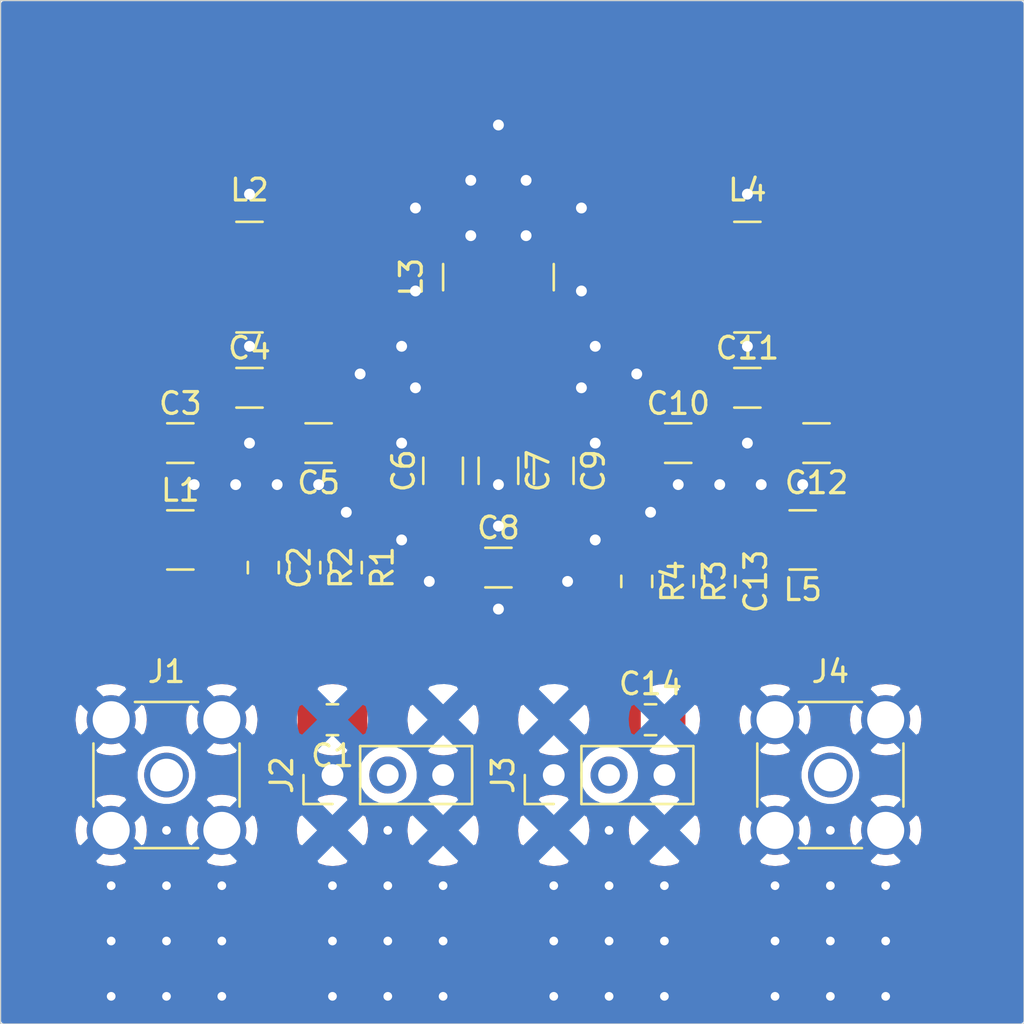
<source format=kicad_pcb>
(kicad_pcb (version 20171130) (host pcbnew 5.1.4-e60b266~84~ubuntu18.04.1)

  (general
    (thickness 1.6)
    (drawings 4)
    (tracks 108)
    (zones 0)
    (modules 27)
    (nets 11)
  )

  (page A4)
  (layers
    (0 F.Cu signal)
    (31 B.Cu signal hide)
    (32 B.Adhes user hide)
    (33 F.Adhes user hide)
    (34 B.Paste user hide)
    (35 F.Paste user hide)
    (36 B.SilkS user hide)
    (37 F.SilkS user hide)
    (38 B.Mask user hide)
    (39 F.Mask user)
    (40 Dwgs.User user hide)
    (41 Cmts.User user hide)
    (42 Eco1.User user hide)
    (43 Eco2.User user hide)
    (44 Edge.Cuts user)
    (45 Margin user)
    (46 B.CrtYd user)
    (47 F.CrtYd user)
    (48 B.Fab user hide)
    (49 F.Fab user hide)
  )

  (setup
    (last_trace_width 1.5)
    (trace_clearance 0.3)
    (zone_clearance 0.5)
    (zone_45_only yes)
    (trace_min 0.2)
    (via_size 1)
    (via_drill 0.5)
    (via_min_size 0.4)
    (via_min_drill 0.3)
    (uvia_size 0.3)
    (uvia_drill 0.1)
    (uvias_allowed no)
    (uvia_min_size 0.2)
    (uvia_min_drill 0.1)
    (edge_width 0.05)
    (segment_width 0.2)
    (pcb_text_width 0.3)
    (pcb_text_size 1.5 1.5)
    (mod_edge_width 0.12)
    (mod_text_size 1 1)
    (mod_text_width 0.15)
    (pad_size 1.524 1.524)
    (pad_drill 0.762)
    (pad_to_mask_clearance 0.051)
    (solder_mask_min_width 0.25)
    (aux_axis_origin 0 0)
    (visible_elements FFFFFF7F)
    (pcbplotparams
      (layerselection 0x010fc_ffffffff)
      (usegerberextensions false)
      (usegerberattributes false)
      (usegerberadvancedattributes false)
      (creategerberjobfile false)
      (excludeedgelayer true)
      (linewidth 0.100000)
      (plotframeref false)
      (viasonmask false)
      (mode 1)
      (useauxorigin false)
      (hpglpennumber 1)
      (hpglpenspeed 20)
      (hpglpendiameter 15.000000)
      (psnegative false)
      (psa4output false)
      (plotreference true)
      (plotvalue true)
      (plotinvisibletext false)
      (padsonsilk false)
      (subtractmaskfromsilk false)
      (outputformat 1)
      (mirror false)
      (drillshape 1)
      (scaleselection 1)
      (outputdirectory ""))
  )

  (net 0 "")
  (net 1 GND)
  (net 2 "Net-(C1-Pad1)")
  (net 3 "Net-(C2-Pad1)")
  (net 4 "Net-(C3-Pad1)")
  (net 5 "Net-(C4-Pad2)")
  (net 6 "Net-(C6-Pad2)")
  (net 7 "Net-(C10-Pad1)")
  (net 8 "Net-(C11-Pad2)")
  (net 9 "Net-(C13-Pad1)")
  (net 10 "Net-(C14-Pad1)")

  (net_class Default "This is the default net class."
    (clearance 0.3)
    (trace_width 1.5)
    (via_dia 1)
    (via_drill 0.5)
    (uvia_dia 0.3)
    (uvia_drill 0.1)
    (add_net GND)
    (add_net "Net-(C1-Pad1)")
    (add_net "Net-(C10-Pad1)")
    (add_net "Net-(C11-Pad2)")
    (add_net "Net-(C13-Pad1)")
    (add_net "Net-(C14-Pad1)")
    (add_net "Net-(C2-Pad1)")
    (add_net "Net-(C3-Pad1)")
    (add_net "Net-(C4-Pad2)")
    (add_net "Net-(C6-Pad2)")
  )

  (module Connector_PinHeader_2.54mm:PinHeader_1x03_P2.54mm_Vertical (layer F.Cu) (tedit 59FED5CC) (tstamp 5DC92C65)
    (at 76.2 86.36 90)
    (descr "Through hole straight pin header, 1x03, 2.54mm pitch, single row")
    (tags "Through hole pin header THT 1x03 2.54mm single row")
    (path /5DD622E9)
    (fp_text reference J3 (at 0 -2.33 90) (layer F.SilkS)
      (effects (font (size 1 1) (thickness 0.15)))
    )
    (fp_text value Conn_01x03 (at 0 7.41 90) (layer F.Fab)
      (effects (font (size 1 1) (thickness 0.15)))
    )
    (fp_text user %R (at 0 2.54) (layer F.Fab)
      (effects (font (size 1 1) (thickness 0.15)))
    )
    (fp_line (start 1.8 -1.8) (end -1.8 -1.8) (layer F.CrtYd) (width 0.05))
    (fp_line (start 1.8 6.85) (end 1.8 -1.8) (layer F.CrtYd) (width 0.05))
    (fp_line (start -1.8 6.85) (end 1.8 6.85) (layer F.CrtYd) (width 0.05))
    (fp_line (start -1.8 -1.8) (end -1.8 6.85) (layer F.CrtYd) (width 0.05))
    (fp_line (start -1.33 -1.33) (end 0 -1.33) (layer F.SilkS) (width 0.12))
    (fp_line (start -1.33 0) (end -1.33 -1.33) (layer F.SilkS) (width 0.12))
    (fp_line (start -1.33 1.27) (end 1.33 1.27) (layer F.SilkS) (width 0.12))
    (fp_line (start 1.33 1.27) (end 1.33 6.41) (layer F.SilkS) (width 0.12))
    (fp_line (start -1.33 1.27) (end -1.33 6.41) (layer F.SilkS) (width 0.12))
    (fp_line (start -1.33 6.41) (end 1.33 6.41) (layer F.SilkS) (width 0.12))
    (fp_line (start -1.27 -0.635) (end -0.635 -1.27) (layer F.Fab) (width 0.1))
    (fp_line (start -1.27 6.35) (end -1.27 -0.635) (layer F.Fab) (width 0.1))
    (fp_line (start 1.27 6.35) (end -1.27 6.35) (layer F.Fab) (width 0.1))
    (fp_line (start 1.27 -1.27) (end 1.27 6.35) (layer F.Fab) (width 0.1))
    (fp_line (start -0.635 -1.27) (end 1.27 -1.27) (layer F.Fab) (width 0.1))
    (pad 3 thru_hole oval (at 0 5.08 90) (size 1.7 1.7) (drill 1) (layers *.Cu *.Mask)
      (net 1 GND))
    (pad 2 thru_hole oval (at 0 2.54 90) (size 1.7 1.7) (drill 1) (layers *.Cu *.Mask)
      (net 10 "Net-(C14-Pad1)"))
    (pad 1 thru_hole rect (at 0 0 90) (size 1.7 1.7) (drill 1) (layers *.Cu *.Mask)
      (net 1 GND))
    (model ${KISYS3DMOD}/Connector_PinHeader_2.54mm.3dshapes/PinHeader_1x03_P2.54mm_Vertical.wrl
      (at (xyz 0 0 0))
      (scale (xyz 1 1 1))
      (rotate (xyz 0 0 0))
    )
  )

  (module Connector_PinHeader_2.54mm:PinHeader_1x03_P2.54mm_Vertical (layer F.Cu) (tedit 59FED5CC) (tstamp 5DC92C4E)
    (at 66.04 86.36 90)
    (descr "Through hole straight pin header, 1x03, 2.54mm pitch, single row")
    (tags "Through hole pin header THT 1x03 2.54mm single row")
    (path /5DD4BC01)
    (fp_text reference J2 (at 0 -2.33 90) (layer F.SilkS)
      (effects (font (size 1 1) (thickness 0.15)))
    )
    (fp_text value Conn_01x03 (at 0 7.41 90) (layer F.Fab)
      (effects (font (size 1 1) (thickness 0.15)))
    )
    (fp_text user %R (at 0 2.54) (layer F.Fab)
      (effects (font (size 1 1) (thickness 0.15)))
    )
    (fp_line (start 1.8 -1.8) (end -1.8 -1.8) (layer F.CrtYd) (width 0.05))
    (fp_line (start 1.8 6.85) (end 1.8 -1.8) (layer F.CrtYd) (width 0.05))
    (fp_line (start -1.8 6.85) (end 1.8 6.85) (layer F.CrtYd) (width 0.05))
    (fp_line (start -1.8 -1.8) (end -1.8 6.85) (layer F.CrtYd) (width 0.05))
    (fp_line (start -1.33 -1.33) (end 0 -1.33) (layer F.SilkS) (width 0.12))
    (fp_line (start -1.33 0) (end -1.33 -1.33) (layer F.SilkS) (width 0.12))
    (fp_line (start -1.33 1.27) (end 1.33 1.27) (layer F.SilkS) (width 0.12))
    (fp_line (start 1.33 1.27) (end 1.33 6.41) (layer F.SilkS) (width 0.12))
    (fp_line (start -1.33 1.27) (end -1.33 6.41) (layer F.SilkS) (width 0.12))
    (fp_line (start -1.33 6.41) (end 1.33 6.41) (layer F.SilkS) (width 0.12))
    (fp_line (start -1.27 -0.635) (end -0.635 -1.27) (layer F.Fab) (width 0.1))
    (fp_line (start -1.27 6.35) (end -1.27 -0.635) (layer F.Fab) (width 0.1))
    (fp_line (start 1.27 6.35) (end -1.27 6.35) (layer F.Fab) (width 0.1))
    (fp_line (start 1.27 -1.27) (end 1.27 6.35) (layer F.Fab) (width 0.1))
    (fp_line (start -0.635 -1.27) (end 1.27 -1.27) (layer F.Fab) (width 0.1))
    (pad 3 thru_hole oval (at 0 5.08 90) (size 1.7 1.7) (drill 1) (layers *.Cu *.Mask)
      (net 1 GND))
    (pad 2 thru_hole oval (at 0 2.54 90) (size 1.7 1.7) (drill 1) (layers *.Cu *.Mask)
      (net 2 "Net-(C1-Pad1)"))
    (pad 1 thru_hole rect (at 0 0 90) (size 1.7 1.7) (drill 1) (layers *.Cu *.Mask)
      (net 1 GND))
    (model ${KISYS3DMOD}/Connector_PinHeader_2.54mm.3dshapes/PinHeader_1x03_P2.54mm_Vertical.wrl
      (at (xyz 0 0 0))
      (scale (xyz 1 1 1))
      (rotate (xyz 0 0 0))
    )
  )

  (module Capacitor_SMD:C_1206_3216Metric_Pad1.42x1.75mm_HandSolder (layer F.Cu) (tedit 5B301BBE) (tstamp 5DC80021)
    (at 88.265 71.12 180)
    (descr "Capacitor SMD 1206 (3216 Metric), square (rectangular) end terminal, IPC_7351 nominal with elongated pad for handsoldering. (Body size source: http://www.tortai-tech.com/upload/download/2011102023233369053.pdf), generated with kicad-footprint-generator")
    (tags "capacitor handsolder")
    (path /5DC831D4)
    (attr smd)
    (fp_text reference C12 (at 0 -1.82) (layer F.SilkS)
      (effects (font (size 1 1) (thickness 0.15)))
    )
    (fp_text value C (at 0 1.82) (layer F.Fab)
      (effects (font (size 1 1) (thickness 0.15)))
    )
    (fp_text user %R (at 0 0) (layer F.Fab)
      (effects (font (size 0.8 0.8) (thickness 0.12)))
    )
    (fp_line (start 2.45 1.12) (end -2.45 1.12) (layer F.CrtYd) (width 0.05))
    (fp_line (start 2.45 -1.12) (end 2.45 1.12) (layer F.CrtYd) (width 0.05))
    (fp_line (start -2.45 -1.12) (end 2.45 -1.12) (layer F.CrtYd) (width 0.05))
    (fp_line (start -2.45 1.12) (end -2.45 -1.12) (layer F.CrtYd) (width 0.05))
    (fp_line (start -0.602064 0.91) (end 0.602064 0.91) (layer F.SilkS) (width 0.12))
    (fp_line (start -0.602064 -0.91) (end 0.602064 -0.91) (layer F.SilkS) (width 0.12))
    (fp_line (start 1.6 0.8) (end -1.6 0.8) (layer F.Fab) (width 0.1))
    (fp_line (start 1.6 -0.8) (end 1.6 0.8) (layer F.Fab) (width 0.1))
    (fp_line (start -1.6 -0.8) (end 1.6 -0.8) (layer F.Fab) (width 0.1))
    (fp_line (start -1.6 0.8) (end -1.6 -0.8) (layer F.Fab) (width 0.1))
    (pad 2 smd roundrect (at 1.4875 0 180) (size 1.425 1.75) (layers F.Cu F.Paste F.Mask) (roundrect_rratio 0.175439)
      (net 1 GND))
    (pad 1 smd roundrect (at -1.4875 0 180) (size 1.425 1.75) (layers F.Cu F.Paste F.Mask) (roundrect_rratio 0.175439)
      (net 8 "Net-(C11-Pad2)"))
    (model ${KISYS3DMOD}/Capacitor_SMD.3dshapes/C_1206_3216Metric.wrl
      (at (xyz 0 0 0))
      (scale (xyz 1 1 1))
      (rotate (xyz 0 0 0))
    )
  )

  (module Capacitor_SMD:C_1206_3216Metric_Pad1.42x1.75mm_HandSolder (layer F.Cu) (tedit 5B301BBE) (tstamp 5DC874BC)
    (at 85.09 68.58)
    (descr "Capacitor SMD 1206 (3216 Metric), square (rectangular) end terminal, IPC_7351 nominal with elongated pad for handsoldering. (Body size source: http://www.tortai-tech.com/upload/download/2011102023233369053.pdf), generated with kicad-footprint-generator")
    (tags "capacitor handsolder")
    (path /5DC8AABB)
    (attr smd)
    (fp_text reference C11 (at 0 -1.82) (layer F.SilkS)
      (effects (font (size 1 1) (thickness 0.15)))
    )
    (fp_text value C (at 0 1.82) (layer F.Fab)
      (effects (font (size 1 1) (thickness 0.15)))
    )
    (fp_text user %R (at 0 0) (layer F.Fab)
      (effects (font (size 0.8 0.8) (thickness 0.12)))
    )
    (fp_line (start 2.45 1.12) (end -2.45 1.12) (layer F.CrtYd) (width 0.05))
    (fp_line (start 2.45 -1.12) (end 2.45 1.12) (layer F.CrtYd) (width 0.05))
    (fp_line (start -2.45 -1.12) (end 2.45 -1.12) (layer F.CrtYd) (width 0.05))
    (fp_line (start -2.45 1.12) (end -2.45 -1.12) (layer F.CrtYd) (width 0.05))
    (fp_line (start -0.602064 0.91) (end 0.602064 0.91) (layer F.SilkS) (width 0.12))
    (fp_line (start -0.602064 -0.91) (end 0.602064 -0.91) (layer F.SilkS) (width 0.12))
    (fp_line (start 1.6 0.8) (end -1.6 0.8) (layer F.Fab) (width 0.1))
    (fp_line (start 1.6 -0.8) (end 1.6 0.8) (layer F.Fab) (width 0.1))
    (fp_line (start -1.6 -0.8) (end 1.6 -0.8) (layer F.Fab) (width 0.1))
    (fp_line (start -1.6 0.8) (end -1.6 -0.8) (layer F.Fab) (width 0.1))
    (pad 2 smd roundrect (at 1.4875 0) (size 1.425 1.75) (layers F.Cu F.Paste F.Mask) (roundrect_rratio 0.175439)
      (net 8 "Net-(C11-Pad2)"))
    (pad 1 smd roundrect (at -1.4875 0) (size 1.425 1.75) (layers F.Cu F.Paste F.Mask) (roundrect_rratio 0.175439)
      (net 7 "Net-(C10-Pad1)"))
    (model ${KISYS3DMOD}/Capacitor_SMD.3dshapes/C_1206_3216Metric.wrl
      (at (xyz 0 0 0))
      (scale (xyz 1 1 1))
      (rotate (xyz 0 0 0))
    )
  )

  (module Capacitor_SMD:C_1206_3216Metric_Pad1.42x1.75mm_HandSolder (layer F.Cu) (tedit 5B301BBE) (tstamp 5DC84748)
    (at 81.915 71.12)
    (descr "Capacitor SMD 1206 (3216 Metric), square (rectangular) end terminal, IPC_7351 nominal with elongated pad for handsoldering. (Body size source: http://www.tortai-tech.com/upload/download/2011102023233369053.pdf), generated with kicad-footprint-generator")
    (tags "capacitor handsolder")
    (path /5DCAB7C2)
    (attr smd)
    (fp_text reference C10 (at 0 -1.82) (layer F.SilkS)
      (effects (font (size 1 1) (thickness 0.15)))
    )
    (fp_text value C (at 0 1.82) (layer F.Fab)
      (effects (font (size 1 1) (thickness 0.15)))
    )
    (fp_text user %R (at 0 0) (layer F.Fab)
      (effects (font (size 0.8 0.8) (thickness 0.12)))
    )
    (fp_line (start 2.45 1.12) (end -2.45 1.12) (layer F.CrtYd) (width 0.05))
    (fp_line (start 2.45 -1.12) (end 2.45 1.12) (layer F.CrtYd) (width 0.05))
    (fp_line (start -2.45 -1.12) (end 2.45 -1.12) (layer F.CrtYd) (width 0.05))
    (fp_line (start -2.45 1.12) (end -2.45 -1.12) (layer F.CrtYd) (width 0.05))
    (fp_line (start -0.602064 0.91) (end 0.602064 0.91) (layer F.SilkS) (width 0.12))
    (fp_line (start -0.602064 -0.91) (end 0.602064 -0.91) (layer F.SilkS) (width 0.12))
    (fp_line (start 1.6 0.8) (end -1.6 0.8) (layer F.Fab) (width 0.1))
    (fp_line (start 1.6 -0.8) (end 1.6 0.8) (layer F.Fab) (width 0.1))
    (fp_line (start -1.6 -0.8) (end 1.6 -0.8) (layer F.Fab) (width 0.1))
    (fp_line (start -1.6 0.8) (end -1.6 -0.8) (layer F.Fab) (width 0.1))
    (pad 2 smd roundrect (at 1.4875 0) (size 1.425 1.75) (layers F.Cu F.Paste F.Mask) (roundrect_rratio 0.175439)
      (net 1 GND))
    (pad 1 smd roundrect (at -1.4875 0) (size 1.425 1.75) (layers F.Cu F.Paste F.Mask) (roundrect_rratio 0.175439)
      (net 7 "Net-(C10-Pad1)"))
    (model ${KISYS3DMOD}/Capacitor_SMD.3dshapes/C_1206_3216Metric.wrl
      (at (xyz 0 0 0))
      (scale (xyz 1 1 1))
      (rotate (xyz 0 0 0))
    )
  )

  (module Capacitor_SMD:C_1206_3216Metric_Pad1.42x1.75mm_HandSolder (layer F.Cu) (tedit 5B301BBE) (tstamp 5DC8D5F5)
    (at 76.2 72.39 270)
    (descr "Capacitor SMD 1206 (3216 Metric), square (rectangular) end terminal, IPC_7351 nominal with elongated pad for handsoldering. (Body size source: http://www.tortai-tech.com/upload/download/2011102023233369053.pdf), generated with kicad-footprint-generator")
    (tags "capacitor handsolder")
    (path /5DCBEDE9)
    (attr smd)
    (fp_text reference C9 (at 0 -1.82 90) (layer F.SilkS)
      (effects (font (size 1 1) (thickness 0.15)))
    )
    (fp_text value C (at 0 1.82 90) (layer F.Fab)
      (effects (font (size 1 1) (thickness 0.15)))
    )
    (fp_text user %R (at 0 0 90) (layer F.Fab)
      (effects (font (size 0.8 0.8) (thickness 0.12)))
    )
    (fp_line (start 2.45 1.12) (end -2.45 1.12) (layer F.CrtYd) (width 0.05))
    (fp_line (start 2.45 -1.12) (end 2.45 1.12) (layer F.CrtYd) (width 0.05))
    (fp_line (start -2.45 -1.12) (end 2.45 -1.12) (layer F.CrtYd) (width 0.05))
    (fp_line (start -2.45 1.12) (end -2.45 -1.12) (layer F.CrtYd) (width 0.05))
    (fp_line (start -0.602064 0.91) (end 0.602064 0.91) (layer F.SilkS) (width 0.12))
    (fp_line (start -0.602064 -0.91) (end 0.602064 -0.91) (layer F.SilkS) (width 0.12))
    (fp_line (start 1.6 0.8) (end -1.6 0.8) (layer F.Fab) (width 0.1))
    (fp_line (start 1.6 -0.8) (end 1.6 0.8) (layer F.Fab) (width 0.1))
    (fp_line (start -1.6 -0.8) (end 1.6 -0.8) (layer F.Fab) (width 0.1))
    (fp_line (start -1.6 0.8) (end -1.6 -0.8) (layer F.Fab) (width 0.1))
    (pad 2 smd roundrect (at 1.4875 0 270) (size 1.425 1.75) (layers F.Cu F.Paste F.Mask) (roundrect_rratio 0.175439)
      (net 7 "Net-(C10-Pad1)"))
    (pad 1 smd roundrect (at -1.4875 0 270) (size 1.425 1.75) (layers F.Cu F.Paste F.Mask) (roundrect_rratio 0.175439)
      (net 6 "Net-(C6-Pad2)"))
    (model ${KISYS3DMOD}/Capacitor_SMD.3dshapes/C_1206_3216Metric.wrl
      (at (xyz 0 0 0))
      (scale (xyz 1 1 1))
      (rotate (xyz 0 0 0))
    )
  )

  (module Capacitor_SMD:C_1206_3216Metric_Pad1.42x1.75mm_HandSolder (layer F.Cu) (tedit 5B301BBE) (tstamp 5DC8D5E4)
    (at 73.66 76.835)
    (descr "Capacitor SMD 1206 (3216 Metric), square (rectangular) end terminal, IPC_7351 nominal with elongated pad for handsoldering. (Body size source: http://www.tortai-tech.com/upload/download/2011102023233369053.pdf), generated with kicad-footprint-generator")
    (tags "capacitor handsolder")
    (path /5DCD3827)
    (attr smd)
    (fp_text reference C8 (at 0 -1.82) (layer F.SilkS)
      (effects (font (size 1 1) (thickness 0.15)))
    )
    (fp_text value C (at 0 1.82) (layer F.Fab)
      (effects (font (size 1 1) (thickness 0.15)))
    )
    (fp_text user %R (at 0 0) (layer F.Fab)
      (effects (font (size 0.8 0.8) (thickness 0.12)))
    )
    (fp_line (start 2.45 1.12) (end -2.45 1.12) (layer F.CrtYd) (width 0.05))
    (fp_line (start 2.45 -1.12) (end 2.45 1.12) (layer F.CrtYd) (width 0.05))
    (fp_line (start -2.45 -1.12) (end 2.45 -1.12) (layer F.CrtYd) (width 0.05))
    (fp_line (start -2.45 1.12) (end -2.45 -1.12) (layer F.CrtYd) (width 0.05))
    (fp_line (start -0.602064 0.91) (end 0.602064 0.91) (layer F.SilkS) (width 0.12))
    (fp_line (start -0.602064 -0.91) (end 0.602064 -0.91) (layer F.SilkS) (width 0.12))
    (fp_line (start 1.6 0.8) (end -1.6 0.8) (layer F.Fab) (width 0.1))
    (fp_line (start 1.6 -0.8) (end 1.6 0.8) (layer F.Fab) (width 0.1))
    (fp_line (start -1.6 -0.8) (end 1.6 -0.8) (layer F.Fab) (width 0.1))
    (fp_line (start -1.6 0.8) (end -1.6 -0.8) (layer F.Fab) (width 0.1))
    (pad 2 smd roundrect (at 1.4875 0) (size 1.425 1.75) (layers F.Cu F.Paste F.Mask) (roundrect_rratio 0.175439)
      (net 7 "Net-(C10-Pad1)"))
    (pad 1 smd roundrect (at -1.4875 0) (size 1.425 1.75) (layers F.Cu F.Paste F.Mask) (roundrect_rratio 0.175439)
      (net 5 "Net-(C4-Pad2)"))
    (model ${KISYS3DMOD}/Capacitor_SMD.3dshapes/C_1206_3216Metric.wrl
      (at (xyz 0 0 0))
      (scale (xyz 1 1 1))
      (rotate (xyz 0 0 0))
    )
  )

  (module Capacitor_SMD:C_1206_3216Metric_Pad1.42x1.75mm_HandSolder (layer F.Cu) (tedit 5B301BBE) (tstamp 5DC8D5D3)
    (at 73.66 72.39 270)
    (descr "Capacitor SMD 1206 (3216 Metric), square (rectangular) end terminal, IPC_7351 nominal with elongated pad for handsoldering. (Body size source: http://www.tortai-tech.com/upload/download/2011102023233369053.pdf), generated with kicad-footprint-generator")
    (tags "capacitor handsolder")
    (path /5DCBF11B)
    (attr smd)
    (fp_text reference C7 (at 0 -1.82 90) (layer F.SilkS)
      (effects (font (size 1 1) (thickness 0.15)))
    )
    (fp_text value C (at 0 1.82 90) (layer F.Fab)
      (effects (font (size 1 1) (thickness 0.15)))
    )
    (fp_text user %R (at 0 0 90) (layer F.Fab)
      (effects (font (size 0.8 0.8) (thickness 0.12)))
    )
    (fp_line (start 2.45 1.12) (end -2.45 1.12) (layer F.CrtYd) (width 0.05))
    (fp_line (start 2.45 -1.12) (end 2.45 1.12) (layer F.CrtYd) (width 0.05))
    (fp_line (start -2.45 -1.12) (end 2.45 -1.12) (layer F.CrtYd) (width 0.05))
    (fp_line (start -2.45 1.12) (end -2.45 -1.12) (layer F.CrtYd) (width 0.05))
    (fp_line (start -0.602064 0.91) (end 0.602064 0.91) (layer F.SilkS) (width 0.12))
    (fp_line (start -0.602064 -0.91) (end 0.602064 -0.91) (layer F.SilkS) (width 0.12))
    (fp_line (start 1.6 0.8) (end -1.6 0.8) (layer F.Fab) (width 0.1))
    (fp_line (start 1.6 -0.8) (end 1.6 0.8) (layer F.Fab) (width 0.1))
    (fp_line (start -1.6 -0.8) (end 1.6 -0.8) (layer F.Fab) (width 0.1))
    (fp_line (start -1.6 0.8) (end -1.6 -0.8) (layer F.Fab) (width 0.1))
    (pad 2 smd roundrect (at 1.4875 0 270) (size 1.425 1.75) (layers F.Cu F.Paste F.Mask) (roundrect_rratio 0.175439)
      (net 1 GND))
    (pad 1 smd roundrect (at -1.4875 0 270) (size 1.425 1.75) (layers F.Cu F.Paste F.Mask) (roundrect_rratio 0.175439)
      (net 6 "Net-(C6-Pad2)"))
    (model ${KISYS3DMOD}/Capacitor_SMD.3dshapes/C_1206_3216Metric.wrl
      (at (xyz 0 0 0))
      (scale (xyz 1 1 1))
      (rotate (xyz 0 0 0))
    )
  )

  (module Capacitor_SMD:C_1206_3216Metric_Pad1.42x1.75mm_HandSolder (layer F.Cu) (tedit 5B301BBE) (tstamp 5DC84737)
    (at 71.12 72.39 90)
    (descr "Capacitor SMD 1206 (3216 Metric), square (rectangular) end terminal, IPC_7351 nominal with elongated pad for handsoldering. (Body size source: http://www.tortai-tech.com/upload/download/2011102023233369053.pdf), generated with kicad-footprint-generator")
    (tags "capacitor handsolder")
    (path /5DCABE70)
    (attr smd)
    (fp_text reference C6 (at 0 -1.82 90) (layer F.SilkS)
      (effects (font (size 1 1) (thickness 0.15)))
    )
    (fp_text value C (at 0 1.82 90) (layer F.Fab)
      (effects (font (size 1 1) (thickness 0.15)))
    )
    (fp_text user %R (at 0 0 90) (layer F.Fab)
      (effects (font (size 0.8 0.8) (thickness 0.12)))
    )
    (fp_line (start 2.45 1.12) (end -2.45 1.12) (layer F.CrtYd) (width 0.05))
    (fp_line (start 2.45 -1.12) (end 2.45 1.12) (layer F.CrtYd) (width 0.05))
    (fp_line (start -2.45 -1.12) (end 2.45 -1.12) (layer F.CrtYd) (width 0.05))
    (fp_line (start -2.45 1.12) (end -2.45 -1.12) (layer F.CrtYd) (width 0.05))
    (fp_line (start -0.602064 0.91) (end 0.602064 0.91) (layer F.SilkS) (width 0.12))
    (fp_line (start -0.602064 -0.91) (end 0.602064 -0.91) (layer F.SilkS) (width 0.12))
    (fp_line (start 1.6 0.8) (end -1.6 0.8) (layer F.Fab) (width 0.1))
    (fp_line (start 1.6 -0.8) (end 1.6 0.8) (layer F.Fab) (width 0.1))
    (fp_line (start -1.6 -0.8) (end 1.6 -0.8) (layer F.Fab) (width 0.1))
    (fp_line (start -1.6 0.8) (end -1.6 -0.8) (layer F.Fab) (width 0.1))
    (pad 2 smd roundrect (at 1.4875 0 90) (size 1.425 1.75) (layers F.Cu F.Paste F.Mask) (roundrect_rratio 0.175439)
      (net 6 "Net-(C6-Pad2)"))
    (pad 1 smd roundrect (at -1.4875 0 90) (size 1.425 1.75) (layers F.Cu F.Paste F.Mask) (roundrect_rratio 0.175439)
      (net 5 "Net-(C4-Pad2)"))
    (model ${KISYS3DMOD}/Capacitor_SMD.3dshapes/C_1206_3216Metric.wrl
      (at (xyz 0 0 0))
      (scale (xyz 1 1 1))
      (rotate (xyz 0 0 0))
    )
  )

  (module Capacitor_SMD:C_1206_3216Metric_Pad1.42x1.75mm_HandSolder (layer F.Cu) (tedit 5B301BBE) (tstamp 5DC80010)
    (at 65.405 71.12 180)
    (descr "Capacitor SMD 1206 (3216 Metric), square (rectangular) end terminal, IPC_7351 nominal with elongated pad for handsoldering. (Body size source: http://www.tortai-tech.com/upload/download/2011102023233369053.pdf), generated with kicad-footprint-generator")
    (tags "capacitor handsolder")
    (path /5DC82206)
    (attr smd)
    (fp_text reference C5 (at 0 -1.82) (layer F.SilkS)
      (effects (font (size 1 1) (thickness 0.15)))
    )
    (fp_text value C (at 0 1.82) (layer F.Fab)
      (effects (font (size 1 1) (thickness 0.15)))
    )
    (fp_text user %R (at 0 0) (layer F.Fab)
      (effects (font (size 0.8 0.8) (thickness 0.12)))
    )
    (fp_line (start 2.45 1.12) (end -2.45 1.12) (layer F.CrtYd) (width 0.05))
    (fp_line (start 2.45 -1.12) (end 2.45 1.12) (layer F.CrtYd) (width 0.05))
    (fp_line (start -2.45 -1.12) (end 2.45 -1.12) (layer F.CrtYd) (width 0.05))
    (fp_line (start -2.45 1.12) (end -2.45 -1.12) (layer F.CrtYd) (width 0.05))
    (fp_line (start -0.602064 0.91) (end 0.602064 0.91) (layer F.SilkS) (width 0.12))
    (fp_line (start -0.602064 -0.91) (end 0.602064 -0.91) (layer F.SilkS) (width 0.12))
    (fp_line (start 1.6 0.8) (end -1.6 0.8) (layer F.Fab) (width 0.1))
    (fp_line (start 1.6 -0.8) (end 1.6 0.8) (layer F.Fab) (width 0.1))
    (fp_line (start -1.6 -0.8) (end 1.6 -0.8) (layer F.Fab) (width 0.1))
    (fp_line (start -1.6 0.8) (end -1.6 -0.8) (layer F.Fab) (width 0.1))
    (pad 2 smd roundrect (at 1.4875 0 180) (size 1.425 1.75) (layers F.Cu F.Paste F.Mask) (roundrect_rratio 0.175439)
      (net 1 GND))
    (pad 1 smd roundrect (at -1.4875 0 180) (size 1.425 1.75) (layers F.Cu F.Paste F.Mask) (roundrect_rratio 0.175439)
      (net 5 "Net-(C4-Pad2)"))
    (model ${KISYS3DMOD}/Capacitor_SMD.3dshapes/C_1206_3216Metric.wrl
      (at (xyz 0 0 0))
      (scale (xyz 1 1 1))
      (rotate (xyz 0 0 0))
    )
  )

  (module Capacitor_SMD:C_1206_3216Metric_Pad1.42x1.75mm_HandSolder (layer F.Cu) (tedit 5B301BBE) (tstamp 5DC8747B)
    (at 62.23 68.58)
    (descr "Capacitor SMD 1206 (3216 Metric), square (rectangular) end terminal, IPC_7351 nominal with elongated pad for handsoldering. (Body size source: http://www.tortai-tech.com/upload/download/2011102023233369053.pdf), generated with kicad-footprint-generator")
    (tags "capacitor handsolder")
    (path /5DC89CDE)
    (attr smd)
    (fp_text reference C4 (at 0 -1.82) (layer F.SilkS)
      (effects (font (size 1 1) (thickness 0.15)))
    )
    (fp_text value C (at 0 1.82) (layer F.Fab)
      (effects (font (size 1 1) (thickness 0.15)))
    )
    (fp_text user %R (at 0 0) (layer F.Fab)
      (effects (font (size 0.8 0.8) (thickness 0.12)))
    )
    (fp_line (start 2.45 1.12) (end -2.45 1.12) (layer F.CrtYd) (width 0.05))
    (fp_line (start 2.45 -1.12) (end 2.45 1.12) (layer F.CrtYd) (width 0.05))
    (fp_line (start -2.45 -1.12) (end 2.45 -1.12) (layer F.CrtYd) (width 0.05))
    (fp_line (start -2.45 1.12) (end -2.45 -1.12) (layer F.CrtYd) (width 0.05))
    (fp_line (start -0.602064 0.91) (end 0.602064 0.91) (layer F.SilkS) (width 0.12))
    (fp_line (start -0.602064 -0.91) (end 0.602064 -0.91) (layer F.SilkS) (width 0.12))
    (fp_line (start 1.6 0.8) (end -1.6 0.8) (layer F.Fab) (width 0.1))
    (fp_line (start 1.6 -0.8) (end 1.6 0.8) (layer F.Fab) (width 0.1))
    (fp_line (start -1.6 -0.8) (end 1.6 -0.8) (layer F.Fab) (width 0.1))
    (fp_line (start -1.6 0.8) (end -1.6 -0.8) (layer F.Fab) (width 0.1))
    (pad 2 smd roundrect (at 1.4875 0) (size 1.425 1.75) (layers F.Cu F.Paste F.Mask) (roundrect_rratio 0.175439)
      (net 5 "Net-(C4-Pad2)"))
    (pad 1 smd roundrect (at -1.4875 0) (size 1.425 1.75) (layers F.Cu F.Paste F.Mask) (roundrect_rratio 0.175439)
      (net 4 "Net-(C3-Pad1)"))
    (model ${KISYS3DMOD}/Capacitor_SMD.3dshapes/C_1206_3216Metric.wrl
      (at (xyz 0 0 0))
      (scale (xyz 1 1 1))
      (rotate (xyz 0 0 0))
    )
  )

  (module Capacitor_SMD:C_1206_3216Metric_Pad1.42x1.75mm_HandSolder (layer F.Cu) (tedit 5B301BBE) (tstamp 5DC7FFFF)
    (at 59.055 71.12)
    (descr "Capacitor SMD 1206 (3216 Metric), square (rectangular) end terminal, IPC_7351 nominal with elongated pad for handsoldering. (Body size source: http://www.tortai-tech.com/upload/download/2011102023233369053.pdf), generated with kicad-footprint-generator")
    (tags "capacitor handsolder")
    (path /5DC818F9)
    (attr smd)
    (fp_text reference C3 (at 0 -1.82) (layer F.SilkS)
      (effects (font (size 1 1) (thickness 0.15)))
    )
    (fp_text value C (at 0 1.82) (layer F.Fab)
      (effects (font (size 1 1) (thickness 0.15)))
    )
    (fp_text user %R (at 0 0) (layer F.Fab)
      (effects (font (size 0.8 0.8) (thickness 0.12)))
    )
    (fp_line (start 2.45 1.12) (end -2.45 1.12) (layer F.CrtYd) (width 0.05))
    (fp_line (start 2.45 -1.12) (end 2.45 1.12) (layer F.CrtYd) (width 0.05))
    (fp_line (start -2.45 -1.12) (end 2.45 -1.12) (layer F.CrtYd) (width 0.05))
    (fp_line (start -2.45 1.12) (end -2.45 -1.12) (layer F.CrtYd) (width 0.05))
    (fp_line (start -0.602064 0.91) (end 0.602064 0.91) (layer F.SilkS) (width 0.12))
    (fp_line (start -0.602064 -0.91) (end 0.602064 -0.91) (layer F.SilkS) (width 0.12))
    (fp_line (start 1.6 0.8) (end -1.6 0.8) (layer F.Fab) (width 0.1))
    (fp_line (start 1.6 -0.8) (end 1.6 0.8) (layer F.Fab) (width 0.1))
    (fp_line (start -1.6 -0.8) (end 1.6 -0.8) (layer F.Fab) (width 0.1))
    (fp_line (start -1.6 0.8) (end -1.6 -0.8) (layer F.Fab) (width 0.1))
    (pad 2 smd roundrect (at 1.4875 0) (size 1.425 1.75) (layers F.Cu F.Paste F.Mask) (roundrect_rratio 0.175439)
      (net 1 GND))
    (pad 1 smd roundrect (at -1.4875 0) (size 1.425 1.75) (layers F.Cu F.Paste F.Mask) (roundrect_rratio 0.175439)
      (net 4 "Net-(C3-Pad1)"))
    (model ${KISYS3DMOD}/Capacitor_SMD.3dshapes/C_1206_3216Metric.wrl
      (at (xyz 0 0 0))
      (scale (xyz 1 1 1))
      (rotate (xyz 0 0 0))
    )
  )

  (module Resistor_SMD:R_0805_2012Metric_Pad1.15x1.40mm_HandSolder (layer F.Cu) (tedit 5B36C52B) (tstamp 5DC8F6BF)
    (at 81.915 77.47 270)
    (descr "Resistor SMD 0805 (2012 Metric), square (rectangular) end terminal, IPC_7351 nominal with elongated pad for handsoldering. (Body size source: https://docs.google.com/spreadsheets/d/1BsfQQcO9C6DZCsRaXUlFlo91Tg2WpOkGARC1WS5S8t0/edit?usp=sharing), generated with kicad-footprint-generator")
    (tags "resistor handsolder")
    (path /5DD22A6E)
    (attr smd)
    (fp_text reference R3 (at 0 -1.65 90) (layer F.SilkS)
      (effects (font (size 1 1) (thickness 0.15)))
    )
    (fp_text value R (at 0 1.65 90) (layer F.Fab)
      (effects (font (size 1 1) (thickness 0.15)))
    )
    (fp_text user %R (at 0 0 90) (layer F.Fab)
      (effects (font (size 0.5 0.5) (thickness 0.08)))
    )
    (fp_line (start 1.85 0.95) (end -1.85 0.95) (layer F.CrtYd) (width 0.05))
    (fp_line (start 1.85 -0.95) (end 1.85 0.95) (layer F.CrtYd) (width 0.05))
    (fp_line (start -1.85 -0.95) (end 1.85 -0.95) (layer F.CrtYd) (width 0.05))
    (fp_line (start -1.85 0.95) (end -1.85 -0.95) (layer F.CrtYd) (width 0.05))
    (fp_line (start -0.261252 0.71) (end 0.261252 0.71) (layer F.SilkS) (width 0.12))
    (fp_line (start -0.261252 -0.71) (end 0.261252 -0.71) (layer F.SilkS) (width 0.12))
    (fp_line (start 1 0.6) (end -1 0.6) (layer F.Fab) (width 0.1))
    (fp_line (start 1 -0.6) (end 1 0.6) (layer F.Fab) (width 0.1))
    (fp_line (start -1 -0.6) (end 1 -0.6) (layer F.Fab) (width 0.1))
    (fp_line (start -1 0.6) (end -1 -0.6) (layer F.Fab) (width 0.1))
    (pad 2 smd roundrect (at 1.025 0 270) (size 1.15 1.4) (layers F.Cu F.Paste F.Mask) (roundrect_rratio 0.217391)
      (net 1 GND))
    (pad 1 smd roundrect (at -1.025 0 270) (size 1.15 1.4) (layers F.Cu F.Paste F.Mask) (roundrect_rratio 0.217391)
      (net 9 "Net-(C13-Pad1)"))
    (model ${KISYS3DMOD}/Resistor_SMD.3dshapes/R_0805_2012Metric.wrl
      (at (xyz 0 0 0))
      (scale (xyz 1 1 1))
      (rotate (xyz 0 0 0))
    )
  )

  (module Resistor_SMD:R_0805_2012Metric_Pad1.15x1.40mm_HandSolder (layer F.Cu) (tedit 5B36C52B) (tstamp 5DC8F6AE)
    (at 64.77 76.835 270)
    (descr "Resistor SMD 0805 (2012 Metric), square (rectangular) end terminal, IPC_7351 nominal with elongated pad for handsoldering. (Body size source: https://docs.google.com/spreadsheets/d/1BsfQQcO9C6DZCsRaXUlFlo91Tg2WpOkGARC1WS5S8t0/edit?usp=sharing), generated with kicad-footprint-generator")
    (tags "resistor handsolder")
    (path /5DD12E11)
    (attr smd)
    (fp_text reference R2 (at 0 -1.65 90) (layer F.SilkS)
      (effects (font (size 1 1) (thickness 0.15)))
    )
    (fp_text value R (at 0 1.65 90) (layer F.Fab)
      (effects (font (size 1 1) (thickness 0.15)))
    )
    (fp_text user %R (at 0 0 90) (layer F.Fab)
      (effects (font (size 0.5 0.5) (thickness 0.08)))
    )
    (fp_line (start 1.85 0.95) (end -1.85 0.95) (layer F.CrtYd) (width 0.05))
    (fp_line (start 1.85 -0.95) (end 1.85 0.95) (layer F.CrtYd) (width 0.05))
    (fp_line (start -1.85 -0.95) (end 1.85 -0.95) (layer F.CrtYd) (width 0.05))
    (fp_line (start -1.85 0.95) (end -1.85 -0.95) (layer F.CrtYd) (width 0.05))
    (fp_line (start -0.261252 0.71) (end 0.261252 0.71) (layer F.SilkS) (width 0.12))
    (fp_line (start -0.261252 -0.71) (end 0.261252 -0.71) (layer F.SilkS) (width 0.12))
    (fp_line (start 1 0.6) (end -1 0.6) (layer F.Fab) (width 0.1))
    (fp_line (start 1 -0.6) (end 1 0.6) (layer F.Fab) (width 0.1))
    (fp_line (start -1 -0.6) (end 1 -0.6) (layer F.Fab) (width 0.1))
    (fp_line (start -1 0.6) (end -1 -0.6) (layer F.Fab) (width 0.1))
    (pad 2 smd roundrect (at 1.025 0 270) (size 1.15 1.4) (layers F.Cu F.Paste F.Mask) (roundrect_rratio 0.217391)
      (net 1 GND))
    (pad 1 smd roundrect (at -1.025 0 270) (size 1.15 1.4) (layers F.Cu F.Paste F.Mask) (roundrect_rratio 0.217391)
      (net 3 "Net-(C2-Pad1)"))
    (model ${KISYS3DMOD}/Resistor_SMD.3dshapes/R_0805_2012Metric.wrl
      (at (xyz 0 0 0))
      (scale (xyz 1 1 1))
      (rotate (xyz 0 0 0))
    )
  )

  (module Inductor_SMD:L_1210_3225Metric_Pad1.42x2.65mm_HandSolder (layer F.Cu) (tedit 5B301BBE) (tstamp 5DC82198)
    (at 87.63 75.565 180)
    (descr "Capacitor SMD 1210 (3225 Metric), square (rectangular) end terminal, IPC_7351 nominal with elongated pad for handsoldering. (Body size source: http://www.tortai-tech.com/upload/download/2011102023233369053.pdf), generated with kicad-footprint-generator")
    (tags "inductor handsolder")
    (path /5DC936A7)
    (attr smd)
    (fp_text reference L5 (at 0 -2.28) (layer F.SilkS)
      (effects (font (size 1 1) (thickness 0.15)))
    )
    (fp_text value L (at 0 2.28) (layer F.Fab)
      (effects (font (size 1 1) (thickness 0.15)))
    )
    (fp_text user %R (at 0 0) (layer F.Fab)
      (effects (font (size 0.8 0.8) (thickness 0.12)))
    )
    (fp_line (start 2.45 1.58) (end -2.45 1.58) (layer F.CrtYd) (width 0.05))
    (fp_line (start 2.45 -1.58) (end 2.45 1.58) (layer F.CrtYd) (width 0.05))
    (fp_line (start -2.45 -1.58) (end 2.45 -1.58) (layer F.CrtYd) (width 0.05))
    (fp_line (start -2.45 1.58) (end -2.45 -1.58) (layer F.CrtYd) (width 0.05))
    (fp_line (start -0.602064 1.36) (end 0.602064 1.36) (layer F.SilkS) (width 0.12))
    (fp_line (start -0.602064 -1.36) (end 0.602064 -1.36) (layer F.SilkS) (width 0.12))
    (fp_line (start 1.6 1.25) (end -1.6 1.25) (layer F.Fab) (width 0.1))
    (fp_line (start 1.6 -1.25) (end 1.6 1.25) (layer F.Fab) (width 0.1))
    (fp_line (start -1.6 -1.25) (end 1.6 -1.25) (layer F.Fab) (width 0.1))
    (fp_line (start -1.6 1.25) (end -1.6 -1.25) (layer F.Fab) (width 0.1))
    (pad 2 smd roundrect (at 1.4875 0 180) (size 1.425 2.65) (layers F.Cu F.Paste F.Mask) (roundrect_rratio 0.175439)
      (net 9 "Net-(C13-Pad1)"))
    (pad 1 smd roundrect (at -1.4875 0 180) (size 1.425 2.65) (layers F.Cu F.Paste F.Mask) (roundrect_rratio 0.175439)
      (net 8 "Net-(C11-Pad2)"))
    (model ${KISYS3DMOD}/Inductor_SMD.3dshapes/L_1210_3225Metric.wrl
      (at (xyz 0 0 0))
      (scale (xyz 1 1 1))
      (rotate (xyz 0 0 0))
    )
  )

  (module Inductor_SMD:L_1210_3225Metric_Pad1.42x2.65mm_HandSolder (layer F.Cu) (tedit 5B301BBE) (tstamp 5DC840E2)
    (at 59.055 75.565)
    (descr "Capacitor SMD 1210 (3225 Metric), square (rectangular) end terminal, IPC_7351 nominal with elongated pad for handsoldering. (Body size source: http://www.tortai-tech.com/upload/download/2011102023233369053.pdf), generated with kicad-footprint-generator")
    (tags "inductor handsolder")
    (path /5DC8917C)
    (attr smd)
    (fp_text reference L1 (at 0 -2.28) (layer F.SilkS)
      (effects (font (size 1 1) (thickness 0.15)))
    )
    (fp_text value L (at 0 2.28) (layer F.Fab)
      (effects (font (size 1 1) (thickness 0.15)))
    )
    (fp_text user %R (at 0 0) (layer F.Fab)
      (effects (font (size 0.8 0.8) (thickness 0.12)))
    )
    (fp_line (start 2.45 1.58) (end -2.45 1.58) (layer F.CrtYd) (width 0.05))
    (fp_line (start 2.45 -1.58) (end 2.45 1.58) (layer F.CrtYd) (width 0.05))
    (fp_line (start -2.45 -1.58) (end 2.45 -1.58) (layer F.CrtYd) (width 0.05))
    (fp_line (start -2.45 1.58) (end -2.45 -1.58) (layer F.CrtYd) (width 0.05))
    (fp_line (start -0.602064 1.36) (end 0.602064 1.36) (layer F.SilkS) (width 0.12))
    (fp_line (start -0.602064 -1.36) (end 0.602064 -1.36) (layer F.SilkS) (width 0.12))
    (fp_line (start 1.6 1.25) (end -1.6 1.25) (layer F.Fab) (width 0.1))
    (fp_line (start 1.6 -1.25) (end 1.6 1.25) (layer F.Fab) (width 0.1))
    (fp_line (start -1.6 -1.25) (end 1.6 -1.25) (layer F.Fab) (width 0.1))
    (fp_line (start -1.6 1.25) (end -1.6 -1.25) (layer F.Fab) (width 0.1))
    (pad 2 smd roundrect (at 1.4875 0) (size 1.425 2.65) (layers F.Cu F.Paste F.Mask) (roundrect_rratio 0.175439)
      (net 3 "Net-(C2-Pad1)"))
    (pad 1 smd roundrect (at -1.4875 0) (size 1.425 2.65) (layers F.Cu F.Paste F.Mask) (roundrect_rratio 0.175439)
      (net 4 "Net-(C3-Pad1)"))
    (model ${KISYS3DMOD}/Inductor_SMD.3dshapes/L_1210_3225Metric.wrl
      (at (xyz 0 0 0))
      (scale (xyz 1 1 1))
      (rotate (xyz 0 0 0))
    )
  )

  (module lc_bpf:L (layer F.Cu) (tedit 5DC88017) (tstamp 5DC80069)
    (at 85.09 63.5)
    (descr "Capacitor SMD 1210 (3225 Metric), square (rectangular) end terminal, IPC_7351 nominal with elongated pad for handsoldering. (Body size source: http://www.tortai-tech.com/upload/download/2011102023233369053.pdf), generated with kicad-footprint-generator")
    (tags "inductor handsolder")
    (path /5DC82510)
    (attr smd)
    (fp_text reference L4 (at 0 -4) (layer F.SilkS)
      (effects (font (size 1 1) (thickness 0.15)))
    )
    (fp_text value L (at 0 -3.175) (layer F.Fab)
      (effects (font (size 1 1) (thickness 0.15)))
    )
    (fp_text user %R (at 0 0) (layer F.Fab)
      (effects (font (size 0.8 0.8) (thickness 0.12)))
    )
    (fp_line (start 5.715 2.54) (end -5.715 2.54) (layer F.CrtYd) (width 0.05))
    (fp_line (start 5.715 -2.54) (end 5.715 2.54) (layer F.CrtYd) (width 0.05))
    (fp_line (start -5.715 -2.54) (end 5.715 -2.54) (layer F.CrtYd) (width 0.05))
    (fp_line (start -5.715 2.54) (end -5.715 -2.54) (layer F.CrtYd) (width 0.05))
    (fp_line (start -0.602064 2.54) (end 0.602064 2.54) (layer F.SilkS) (width 0.12))
    (fp_line (start -0.602064 -2.54) (end 0.602064 -2.54) (layer F.SilkS) (width 0.12))
    (fp_line (start 1.6 1.25) (end -1.6 1.25) (layer F.Fab) (width 0.1))
    (fp_line (start 1.6 -1.25) (end 1.6 1.25) (layer F.Fab) (width 0.1))
    (fp_line (start -1.6 -1.25) (end 1.6 -1.25) (layer F.Fab) (width 0.1))
    (fp_line (start -1.6 1.25) (end -1.6 -1.25) (layer F.Fab) (width 0.1))
    (pad 2 smd roundrect (at 3.175 0) (size 5.08 5.08) (layers F.Cu F.Paste F.Mask) (roundrect_rratio 0.175)
      (net 8 "Net-(C11-Pad2)"))
    (pad 1 smd roundrect (at -3.175 0) (size 5.08 5.08) (layers F.Cu F.Paste F.Mask) (roundrect_rratio 0.175)
      (net 7 "Net-(C10-Pad1)"))
    (model ${KISYS3DMOD}/Inductor_SMD.3dshapes/L_1210_3225Metric.wrl
      (at (xyz 0 0 0))
      (scale (xyz 1 1 1))
      (rotate (xyz 0 0 0))
    )
  )

  (module lc_bpf:L (layer F.Cu) (tedit 5DC88017) (tstamp 5DC91C10)
    (at 73.66 63.5 90)
    (descr "Capacitor SMD 1210 (3225 Metric), square (rectangular) end terminal, IPC_7351 nominal with elongated pad for handsoldering. (Body size source: http://www.tortai-tech.com/upload/download/2011102023233369053.pdf), generated with kicad-footprint-generator")
    (tags "inductor handsolder")
    (path /5DCBF4AA)
    (attr smd)
    (fp_text reference L3 (at 0 -4 90) (layer F.SilkS)
      (effects (font (size 1 1) (thickness 0.15)))
    )
    (fp_text value L (at 0 -3.175 90) (layer F.Fab)
      (effects (font (size 1 1) (thickness 0.15)))
    )
    (fp_text user %R (at 0 0 90) (layer F.Fab)
      (effects (font (size 0.8 0.8) (thickness 0.12)))
    )
    (fp_line (start 5.715 2.54) (end -5.715 2.54) (layer F.CrtYd) (width 0.05))
    (fp_line (start 5.715 -2.54) (end 5.715 2.54) (layer F.CrtYd) (width 0.05))
    (fp_line (start -5.715 -2.54) (end 5.715 -2.54) (layer F.CrtYd) (width 0.05))
    (fp_line (start -5.715 2.54) (end -5.715 -2.54) (layer F.CrtYd) (width 0.05))
    (fp_line (start -0.602064 2.54) (end 0.602064 2.54) (layer F.SilkS) (width 0.12))
    (fp_line (start -0.602064 -2.54) (end 0.602064 -2.54) (layer F.SilkS) (width 0.12))
    (fp_line (start 1.6 1.25) (end -1.6 1.25) (layer F.Fab) (width 0.1))
    (fp_line (start 1.6 -1.25) (end 1.6 1.25) (layer F.Fab) (width 0.1))
    (fp_line (start -1.6 -1.25) (end 1.6 -1.25) (layer F.Fab) (width 0.1))
    (fp_line (start -1.6 1.25) (end -1.6 -1.25) (layer F.Fab) (width 0.1))
    (pad 2 smd roundrect (at 3.175 0 90) (size 5.08 5.08) (layers F.Cu F.Paste F.Mask) (roundrect_rratio 0.175)
      (net 1 GND))
    (pad 1 smd roundrect (at -3.175 0 90) (size 5.08 5.08) (layers F.Cu F.Paste F.Mask) (roundrect_rratio 0.175)
      (net 6 "Net-(C6-Pad2)"))
    (model ${KISYS3DMOD}/Inductor_SMD.3dshapes/L_1210_3225Metric.wrl
      (at (xyz 0 0 0))
      (scale (xyz 1 1 1))
      (rotate (xyz 0 0 0))
    )
  )

  (module lc_bpf:L (layer F.Cu) (tedit 5DC88017) (tstamp 5DC80058)
    (at 62.23 63.5)
    (descr "Capacitor SMD 1210 (3225 Metric), square (rectangular) end terminal, IPC_7351 nominal with elongated pad for handsoldering. (Body size source: http://www.tortai-tech.com/upload/download/2011102023233369053.pdf), generated with kicad-footprint-generator")
    (tags "inductor handsolder")
    (path /5DC80656)
    (attr smd)
    (fp_text reference L2 (at 0 -4) (layer F.SilkS)
      (effects (font (size 1 1) (thickness 0.15)))
    )
    (fp_text value L (at 0 -3.175) (layer F.Fab)
      (effects (font (size 1 1) (thickness 0.15)))
    )
    (fp_text user %R (at 0 0) (layer F.Fab)
      (effects (font (size 0.8 0.8) (thickness 0.12)))
    )
    (fp_line (start 5.715 2.54) (end -5.715 2.54) (layer F.CrtYd) (width 0.05))
    (fp_line (start 5.715 -2.54) (end 5.715 2.54) (layer F.CrtYd) (width 0.05))
    (fp_line (start -5.715 -2.54) (end 5.715 -2.54) (layer F.CrtYd) (width 0.05))
    (fp_line (start -5.715 2.54) (end -5.715 -2.54) (layer F.CrtYd) (width 0.05))
    (fp_line (start -0.602064 2.54) (end 0.602064 2.54) (layer F.SilkS) (width 0.12))
    (fp_line (start -0.602064 -2.54) (end 0.602064 -2.54) (layer F.SilkS) (width 0.12))
    (fp_line (start 1.6 1.25) (end -1.6 1.25) (layer F.Fab) (width 0.1))
    (fp_line (start 1.6 -1.25) (end 1.6 1.25) (layer F.Fab) (width 0.1))
    (fp_line (start -1.6 -1.25) (end 1.6 -1.25) (layer F.Fab) (width 0.1))
    (fp_line (start -1.6 1.25) (end -1.6 -1.25) (layer F.Fab) (width 0.1))
    (pad 2 smd roundrect (at 3.175 0) (size 5.08 5.08) (layers F.Cu F.Paste F.Mask) (roundrect_rratio 0.175)
      (net 5 "Net-(C4-Pad2)"))
    (pad 1 smd roundrect (at -3.175 0) (size 5.08 5.08) (layers F.Cu F.Paste F.Mask) (roundrect_rratio 0.175)
      (net 4 "Net-(C3-Pad1)"))
    (model ${KISYS3DMOD}/Inductor_SMD.3dshapes/L_1210_3225Metric.wrl
      (at (xyz 0 0 0))
      (scale (xyz 1 1 1))
      (rotate (xyz 0 0 0))
    )
  )

  (module Resistor_SMD:R_0805_2012Metric_Pad1.15x1.40mm_HandSolder (layer F.Cu) (tedit 5B36C52B) (tstamp 5DC87613)
    (at 80.01 77.47 270)
    (descr "Resistor SMD 0805 (2012 Metric), square (rectangular) end terminal, IPC_7351 nominal with elongated pad for handsoldering. (Body size source: https://docs.google.com/spreadsheets/d/1BsfQQcO9C6DZCsRaXUlFlo91Tg2WpOkGARC1WS5S8t0/edit?usp=sharing), generated with kicad-footprint-generator")
    (tags "resistor handsolder")
    (path /5DC971A5)
    (attr smd)
    (fp_text reference R4 (at 0 -1.65 90) (layer F.SilkS)
      (effects (font (size 1 1) (thickness 0.15)))
    )
    (fp_text value R (at 0 1.65 90) (layer F.Fab)
      (effects (font (size 1 1) (thickness 0.15)))
    )
    (fp_text user %R (at 0 0 90) (layer F.Fab)
      (effects (font (size 0.5 0.5) (thickness 0.08)))
    )
    (fp_line (start 1.85 0.95) (end -1.85 0.95) (layer F.CrtYd) (width 0.05))
    (fp_line (start 1.85 -0.95) (end 1.85 0.95) (layer F.CrtYd) (width 0.05))
    (fp_line (start -1.85 -0.95) (end 1.85 -0.95) (layer F.CrtYd) (width 0.05))
    (fp_line (start -1.85 0.95) (end -1.85 -0.95) (layer F.CrtYd) (width 0.05))
    (fp_line (start -0.261252 0.71) (end 0.261252 0.71) (layer F.SilkS) (width 0.12))
    (fp_line (start -0.261252 -0.71) (end 0.261252 -0.71) (layer F.SilkS) (width 0.12))
    (fp_line (start 1 0.6) (end -1 0.6) (layer F.Fab) (width 0.1))
    (fp_line (start 1 -0.6) (end 1 0.6) (layer F.Fab) (width 0.1))
    (fp_line (start -1 -0.6) (end 1 -0.6) (layer F.Fab) (width 0.1))
    (fp_line (start -1 0.6) (end -1 -0.6) (layer F.Fab) (width 0.1))
    (pad 2 smd roundrect (at 1.025 0 270) (size 1.15 1.4) (layers F.Cu F.Paste F.Mask) (roundrect_rratio 0.217391)
      (net 10 "Net-(C14-Pad1)"))
    (pad 1 smd roundrect (at -1.025 0 270) (size 1.15 1.4) (layers F.Cu F.Paste F.Mask) (roundrect_rratio 0.217391)
      (net 9 "Net-(C13-Pad1)"))
    (model ${KISYS3DMOD}/Resistor_SMD.3dshapes/R_0805_2012Metric.wrl
      (at (xyz 0 0 0))
      (scale (xyz 1 1 1))
      (rotate (xyz 0 0 0))
    )
  )

  (module Resistor_SMD:R_0805_2012Metric_Pad1.15x1.40mm_HandSolder (layer F.Cu) (tedit 5B36C52B) (tstamp 5DC87602)
    (at 66.675 76.835 270)
    (descr "Resistor SMD 0805 (2012 Metric), square (rectangular) end terminal, IPC_7351 nominal with elongated pad for handsoldering. (Body size source: https://docs.google.com/spreadsheets/d/1BsfQQcO9C6DZCsRaXUlFlo91Tg2WpOkGARC1WS5S8t0/edit?usp=sharing), generated with kicad-footprint-generator")
    (tags "resistor handsolder")
    (path /5DC905DD)
    (attr smd)
    (fp_text reference R1 (at 0 -1.65 90) (layer F.SilkS)
      (effects (font (size 1 1) (thickness 0.15)))
    )
    (fp_text value R (at 0 1.65 90) (layer F.Fab)
      (effects (font (size 1 1) (thickness 0.15)))
    )
    (fp_text user %R (at 0 0 90) (layer F.Fab)
      (effects (font (size 0.5 0.5) (thickness 0.08)))
    )
    (fp_line (start 1.85 0.95) (end -1.85 0.95) (layer F.CrtYd) (width 0.05))
    (fp_line (start 1.85 -0.95) (end 1.85 0.95) (layer F.CrtYd) (width 0.05))
    (fp_line (start -1.85 -0.95) (end 1.85 -0.95) (layer F.CrtYd) (width 0.05))
    (fp_line (start -1.85 0.95) (end -1.85 -0.95) (layer F.CrtYd) (width 0.05))
    (fp_line (start -0.261252 0.71) (end 0.261252 0.71) (layer F.SilkS) (width 0.12))
    (fp_line (start -0.261252 -0.71) (end 0.261252 -0.71) (layer F.SilkS) (width 0.12))
    (fp_line (start 1 0.6) (end -1 0.6) (layer F.Fab) (width 0.1))
    (fp_line (start 1 -0.6) (end 1 0.6) (layer F.Fab) (width 0.1))
    (fp_line (start -1 -0.6) (end 1 -0.6) (layer F.Fab) (width 0.1))
    (fp_line (start -1 0.6) (end -1 -0.6) (layer F.Fab) (width 0.1))
    (pad 2 smd roundrect (at 1.025 0 270) (size 1.15 1.4) (layers F.Cu F.Paste F.Mask) (roundrect_rratio 0.217391)
      (net 2 "Net-(C1-Pad1)"))
    (pad 1 smd roundrect (at -1.025 0 270) (size 1.15 1.4) (layers F.Cu F.Paste F.Mask) (roundrect_rratio 0.217391)
      (net 3 "Net-(C2-Pad1)"))
    (model ${KISYS3DMOD}/Resistor_SMD.3dshapes/R_0805_2012Metric.wrl
      (at (xyz 0 0 0))
      (scale (xyz 1 1 1))
      (rotate (xyz 0 0 0))
    )
  )

  (module Capacitor_SMD:C_0805_2012Metric_Pad1.15x1.40mm_HandSolder (layer F.Cu) (tedit 5B36C52B) (tstamp 5DC874ED)
    (at 80.645 83.82)
    (descr "Capacitor SMD 0805 (2012 Metric), square (rectangular) end terminal, IPC_7351 nominal with elongated pad for handsoldering. (Body size source: https://docs.google.com/spreadsheets/d/1BsfQQcO9C6DZCsRaXUlFlo91Tg2WpOkGARC1WS5S8t0/edit?usp=sharing), generated with kicad-footprint-generator")
    (tags "capacitor handsolder")
    (path /5DC971AF)
    (attr smd)
    (fp_text reference C14 (at 0 -1.65) (layer F.SilkS)
      (effects (font (size 1 1) (thickness 0.15)))
    )
    (fp_text value C (at 0 1.65) (layer F.Fab)
      (effects (font (size 1 1) (thickness 0.15)))
    )
    (fp_text user %R (at 0 0) (layer F.Fab)
      (effects (font (size 0.5 0.5) (thickness 0.08)))
    )
    (fp_line (start 1.85 0.95) (end -1.85 0.95) (layer F.CrtYd) (width 0.05))
    (fp_line (start 1.85 -0.95) (end 1.85 0.95) (layer F.CrtYd) (width 0.05))
    (fp_line (start -1.85 -0.95) (end 1.85 -0.95) (layer F.CrtYd) (width 0.05))
    (fp_line (start -1.85 0.95) (end -1.85 -0.95) (layer F.CrtYd) (width 0.05))
    (fp_line (start -0.261252 0.71) (end 0.261252 0.71) (layer F.SilkS) (width 0.12))
    (fp_line (start -0.261252 -0.71) (end 0.261252 -0.71) (layer F.SilkS) (width 0.12))
    (fp_line (start 1 0.6) (end -1 0.6) (layer F.Fab) (width 0.1))
    (fp_line (start 1 -0.6) (end 1 0.6) (layer F.Fab) (width 0.1))
    (fp_line (start -1 -0.6) (end 1 -0.6) (layer F.Fab) (width 0.1))
    (fp_line (start -1 0.6) (end -1 -0.6) (layer F.Fab) (width 0.1))
    (pad 2 smd roundrect (at 1.025 0) (size 1.15 1.4) (layers F.Cu F.Paste F.Mask) (roundrect_rratio 0.217391)
      (net 1 GND))
    (pad 1 smd roundrect (at -1.025 0) (size 1.15 1.4) (layers F.Cu F.Paste F.Mask) (roundrect_rratio 0.217391)
      (net 10 "Net-(C14-Pad1)"))
    (model ${KISYS3DMOD}/Capacitor_SMD.3dshapes/C_0805_2012Metric.wrl
      (at (xyz 0 0 0))
      (scale (xyz 1 1 1))
      (rotate (xyz 0 0 0))
    )
  )

  (module Capacitor_SMD:C_0805_2012Metric_Pad1.15x1.40mm_HandSolder (layer F.Cu) (tedit 5B36C52B) (tstamp 5DC8744A)
    (at 66.04 83.82 180)
    (descr "Capacitor SMD 0805 (2012 Metric), square (rectangular) end terminal, IPC_7351 nominal with elongated pad for handsoldering. (Body size source: https://docs.google.com/spreadsheets/d/1BsfQQcO9C6DZCsRaXUlFlo91Tg2WpOkGARC1WS5S8t0/edit?usp=sharing), generated with kicad-footprint-generator")
    (tags "capacitor handsolder")
    (path /5DC92BB7)
    (attr smd)
    (fp_text reference C1 (at 0 -1.65) (layer F.SilkS)
      (effects (font (size 1 1) (thickness 0.15)))
    )
    (fp_text value C (at 0 1.65) (layer F.Fab)
      (effects (font (size 1 1) (thickness 0.15)))
    )
    (fp_text user %R (at 0 0) (layer F.Fab)
      (effects (font (size 0.5 0.5) (thickness 0.08)))
    )
    (fp_line (start 1.85 0.95) (end -1.85 0.95) (layer F.CrtYd) (width 0.05))
    (fp_line (start 1.85 -0.95) (end 1.85 0.95) (layer F.CrtYd) (width 0.05))
    (fp_line (start -1.85 -0.95) (end 1.85 -0.95) (layer F.CrtYd) (width 0.05))
    (fp_line (start -1.85 0.95) (end -1.85 -0.95) (layer F.CrtYd) (width 0.05))
    (fp_line (start -0.261252 0.71) (end 0.261252 0.71) (layer F.SilkS) (width 0.12))
    (fp_line (start -0.261252 -0.71) (end 0.261252 -0.71) (layer F.SilkS) (width 0.12))
    (fp_line (start 1 0.6) (end -1 0.6) (layer F.Fab) (width 0.1))
    (fp_line (start 1 -0.6) (end 1 0.6) (layer F.Fab) (width 0.1))
    (fp_line (start -1 -0.6) (end 1 -0.6) (layer F.Fab) (width 0.1))
    (fp_line (start -1 0.6) (end -1 -0.6) (layer F.Fab) (width 0.1))
    (pad 2 smd roundrect (at 1.025 0 180) (size 1.15 1.4) (layers F.Cu F.Paste F.Mask) (roundrect_rratio 0.217391)
      (net 1 GND))
    (pad 1 smd roundrect (at -1.025 0 180) (size 1.15 1.4) (layers F.Cu F.Paste F.Mask) (roundrect_rratio 0.217391)
      (net 2 "Net-(C1-Pad1)"))
    (model ${KISYS3DMOD}/Capacitor_SMD.3dshapes/C_0805_2012Metric.wrl
      (at (xyz 0 0 0))
      (scale (xyz 1 1 1))
      (rotate (xyz 0 0 0))
    )
  )

  (module Capacitor_SMD:C_0805_2012Metric_Pad1.15x1.40mm_HandSolder (layer F.Cu) (tedit 5B36C52B) (tstamp 5DC8208E)
    (at 83.82 77.47 270)
    (descr "Capacitor SMD 0805 (2012 Metric), square (rectangular) end terminal, IPC_7351 nominal with elongated pad for handsoldering. (Body size source: https://docs.google.com/spreadsheets/d/1BsfQQcO9C6DZCsRaXUlFlo91Tg2WpOkGARC1WS5S8t0/edit?usp=sharing), generated with kicad-footprint-generator")
    (tags "capacitor handsolder")
    (path /5DC936B1)
    (attr smd)
    (fp_text reference C13 (at 0 -1.65 90) (layer F.SilkS)
      (effects (font (size 1 1) (thickness 0.15)))
    )
    (fp_text value C (at 0 1.65 90) (layer F.Fab)
      (effects (font (size 1 1) (thickness 0.15)))
    )
    (fp_text user %R (at 0 0 90) (layer F.Fab)
      (effects (font (size 0.5 0.5) (thickness 0.08)))
    )
    (fp_line (start 1.85 0.95) (end -1.85 0.95) (layer F.CrtYd) (width 0.05))
    (fp_line (start 1.85 -0.95) (end 1.85 0.95) (layer F.CrtYd) (width 0.05))
    (fp_line (start -1.85 -0.95) (end 1.85 -0.95) (layer F.CrtYd) (width 0.05))
    (fp_line (start -1.85 0.95) (end -1.85 -0.95) (layer F.CrtYd) (width 0.05))
    (fp_line (start -0.261252 0.71) (end 0.261252 0.71) (layer F.SilkS) (width 0.12))
    (fp_line (start -0.261252 -0.71) (end 0.261252 -0.71) (layer F.SilkS) (width 0.12))
    (fp_line (start 1 0.6) (end -1 0.6) (layer F.Fab) (width 0.1))
    (fp_line (start 1 -0.6) (end 1 0.6) (layer F.Fab) (width 0.1))
    (fp_line (start -1 -0.6) (end 1 -0.6) (layer F.Fab) (width 0.1))
    (fp_line (start -1 0.6) (end -1 -0.6) (layer F.Fab) (width 0.1))
    (pad 2 smd roundrect (at 1.025 0 270) (size 1.15 1.4) (layers F.Cu F.Paste F.Mask) (roundrect_rratio 0.217391)
      (net 1 GND))
    (pad 1 smd roundrect (at -1.025 0 270) (size 1.15 1.4) (layers F.Cu F.Paste F.Mask) (roundrect_rratio 0.217391)
      (net 9 "Net-(C13-Pad1)"))
    (model ${KISYS3DMOD}/Capacitor_SMD.3dshapes/C_0805_2012Metric.wrl
      (at (xyz 0 0 0))
      (scale (xyz 1 1 1))
      (rotate (xyz 0 0 0))
    )
  )

  (module Capacitor_SMD:C_0805_2012Metric_Pad1.15x1.40mm_HandSolder (layer F.Cu) (tedit 5B36C52B) (tstamp 5DC84142)
    (at 62.865 76.835 270)
    (descr "Capacitor SMD 0805 (2012 Metric), square (rectangular) end terminal, IPC_7351 nominal with elongated pad for handsoldering. (Body size source: https://docs.google.com/spreadsheets/d/1BsfQQcO9C6DZCsRaXUlFlo91Tg2WpOkGARC1WS5S8t0/edit?usp=sharing), generated with kicad-footprint-generator")
    (tags "capacitor handsolder")
    (path /5DC898C8)
    (attr smd)
    (fp_text reference C2 (at 0 -1.65 90) (layer F.SilkS)
      (effects (font (size 1 1) (thickness 0.15)))
    )
    (fp_text value C (at 0 1.65 90) (layer F.Fab)
      (effects (font (size 1 1) (thickness 0.15)))
    )
    (fp_text user %R (at 0 0 90) (layer F.Fab)
      (effects (font (size 0.5 0.5) (thickness 0.08)))
    )
    (fp_line (start 1.85 0.95) (end -1.85 0.95) (layer F.CrtYd) (width 0.05))
    (fp_line (start 1.85 -0.95) (end 1.85 0.95) (layer F.CrtYd) (width 0.05))
    (fp_line (start -1.85 -0.95) (end 1.85 -0.95) (layer F.CrtYd) (width 0.05))
    (fp_line (start -1.85 0.95) (end -1.85 -0.95) (layer F.CrtYd) (width 0.05))
    (fp_line (start -0.261252 0.71) (end 0.261252 0.71) (layer F.SilkS) (width 0.12))
    (fp_line (start -0.261252 -0.71) (end 0.261252 -0.71) (layer F.SilkS) (width 0.12))
    (fp_line (start 1 0.6) (end -1 0.6) (layer F.Fab) (width 0.1))
    (fp_line (start 1 -0.6) (end 1 0.6) (layer F.Fab) (width 0.1))
    (fp_line (start -1 -0.6) (end 1 -0.6) (layer F.Fab) (width 0.1))
    (fp_line (start -1 0.6) (end -1 -0.6) (layer F.Fab) (width 0.1))
    (pad 2 smd roundrect (at 1.025 0 270) (size 1.15 1.4) (layers F.Cu F.Paste F.Mask) (roundrect_rratio 0.217391)
      (net 1 GND))
    (pad 1 smd roundrect (at -1.025 0 270) (size 1.15 1.4) (layers F.Cu F.Paste F.Mask) (roundrect_rratio 0.217391)
      (net 3 "Net-(C2-Pad1)"))
    (model ${KISYS3DMOD}/Capacitor_SMD.3dshapes/C_0805_2012Metric.wrl
      (at (xyz 0 0 0))
      (scale (xyz 1 1 1))
      (rotate (xyz 0 0 0))
    )
  )

  (module Connector_Coaxial:SMA_Amphenol_901-144_Vertical (layer F.Cu) (tedit 5B2F4C32) (tstamp 5DC80047)
    (at 88.9 86.36)
    (descr https://www.amphenolrf.com/downloads/dl/file/id/7023/product/3103/901_144_customer_drawing.pdf)
    (tags "SMA THT Female Jack Vertical")
    (path /5DC801E3)
    (fp_text reference J4 (at 0 -4.75) (layer F.SilkS)
      (effects (font (size 1 1) (thickness 0.15)))
    )
    (fp_text value ~ (at 0 5) (layer F.Fab)
      (effects (font (size 1 1) (thickness 0.15)))
    )
    (fp_text user %R (at 0 0) (layer F.Fab)
      (effects (font (size 1 1) (thickness 0.15)))
    )
    (fp_line (start -1.45 -3.355) (end 1.45 -3.355) (layer F.SilkS) (width 0.12))
    (fp_line (start -1.45 3.355) (end 1.45 3.355) (layer F.SilkS) (width 0.12))
    (fp_line (start 3.355 -1.45) (end 3.355 1.45) (layer F.SilkS) (width 0.12))
    (fp_line (start -3.355 -1.45) (end -3.355 1.45) (layer F.SilkS) (width 0.12))
    (fp_line (start 3.175 -3.175) (end 3.175 3.175) (layer F.Fab) (width 0.1))
    (fp_line (start -3.175 3.175) (end 3.175 3.175) (layer F.Fab) (width 0.1))
    (fp_line (start -3.175 -3.175) (end -3.175 3.175) (layer F.Fab) (width 0.1))
    (fp_line (start -3.175 -3.175) (end 3.175 -3.175) (layer F.Fab) (width 0.1))
    (fp_line (start -4.17 -4.17) (end 4.17 -4.17) (layer F.CrtYd) (width 0.05))
    (fp_line (start -4.17 -4.17) (end -4.17 4.17) (layer F.CrtYd) (width 0.05))
    (fp_line (start 4.17 4.17) (end 4.17 -4.17) (layer F.CrtYd) (width 0.05))
    (fp_line (start 4.17 4.17) (end -4.17 4.17) (layer F.CrtYd) (width 0.05))
    (fp_circle (center 0 0) (end 3.175 0) (layer F.Fab) (width 0.1))
    (pad 2 thru_hole circle (at -2.54 2.54) (size 2.25 2.25) (drill 1.7) (layers *.Cu *.Mask)
      (net 1 GND))
    (pad 2 thru_hole circle (at -2.54 -2.54) (size 2.25 2.25) (drill 1.7) (layers *.Cu *.Mask)
      (net 1 GND))
    (pad 2 thru_hole circle (at 2.54 -2.54) (size 2.25 2.25) (drill 1.7) (layers *.Cu *.Mask)
      (net 1 GND))
    (pad 2 thru_hole circle (at 2.54 2.54) (size 2.25 2.25) (drill 1.7) (layers *.Cu *.Mask)
      (net 1 GND))
    (pad 1 thru_hole circle (at 0 0) (size 2.05 2.05) (drill 1.5) (layers *.Cu *.Mask)
      (net 8 "Net-(C11-Pad2)"))
    (model ${KISYS3DMOD}/Connector_Coaxial.3dshapes/SMA_Amphenol_901-144_Vertical.wrl
      (at (xyz 0 0 0))
      (scale (xyz 1 1 1))
      (rotate (xyz 0 0 0))
    )
  )

  (module Connector_Coaxial:SMA_Amphenol_901-144_Vertical (layer F.Cu) (tedit 5B2F4C32) (tstamp 5DC80105)
    (at 58.42 86.36)
    (descr https://www.amphenolrf.com/downloads/dl/file/id/7023/product/3103/901_144_customer_drawing.pdf)
    (tags "SMA THT Female Jack Vertical")
    (path /5DC7FCFC)
    (fp_text reference J1 (at 0 -4.75) (layer F.SilkS)
      (effects (font (size 1 1) (thickness 0.15)))
    )
    (fp_text value ~ (at 0 5) (layer F.Fab)
      (effects (font (size 1 1) (thickness 0.15)))
    )
    (fp_text user %R (at 0 0) (layer F.Fab)
      (effects (font (size 1 1) (thickness 0.15)))
    )
    (fp_line (start -1.45 -3.355) (end 1.45 -3.355) (layer F.SilkS) (width 0.12))
    (fp_line (start -1.45 3.355) (end 1.45 3.355) (layer F.SilkS) (width 0.12))
    (fp_line (start 3.355 -1.45) (end 3.355 1.45) (layer F.SilkS) (width 0.12))
    (fp_line (start -3.355 -1.45) (end -3.355 1.45) (layer F.SilkS) (width 0.12))
    (fp_line (start 3.175 -3.175) (end 3.175 3.175) (layer F.Fab) (width 0.1))
    (fp_line (start -3.175 3.175) (end 3.175 3.175) (layer F.Fab) (width 0.1))
    (fp_line (start -3.175 -3.175) (end -3.175 3.175) (layer F.Fab) (width 0.1))
    (fp_line (start -3.175 -3.175) (end 3.175 -3.175) (layer F.Fab) (width 0.1))
    (fp_line (start -4.17 -4.17) (end 4.17 -4.17) (layer F.CrtYd) (width 0.05))
    (fp_line (start -4.17 -4.17) (end -4.17 4.17) (layer F.CrtYd) (width 0.05))
    (fp_line (start 4.17 4.17) (end 4.17 -4.17) (layer F.CrtYd) (width 0.05))
    (fp_line (start 4.17 4.17) (end -4.17 4.17) (layer F.CrtYd) (width 0.05))
    (fp_circle (center 0 0) (end 3.175 0) (layer F.Fab) (width 0.1))
    (pad 2 thru_hole circle (at -2.54 2.54) (size 2.25 2.25) (drill 1.7) (layers *.Cu *.Mask)
      (net 1 GND))
    (pad 2 thru_hole circle (at -2.54 -2.54) (size 2.25 2.25) (drill 1.7) (layers *.Cu *.Mask)
      (net 1 GND))
    (pad 2 thru_hole circle (at 2.54 -2.54) (size 2.25 2.25) (drill 1.7) (layers *.Cu *.Mask)
      (net 1 GND))
    (pad 2 thru_hole circle (at 2.54 2.54) (size 2.25 2.25) (drill 1.7) (layers *.Cu *.Mask)
      (net 1 GND))
    (pad 1 thru_hole circle (at 0 0) (size 2.05 2.05) (drill 1.5) (layers *.Cu *.Mask)
      (net 4 "Net-(C3-Pad1)"))
    (model ${KISYS3DMOD}/Connector_Coaxial.3dshapes/SMA_Amphenol_901-144_Vertical.wrl
      (at (xyz 0 0 0))
      (scale (xyz 1 1 1))
      (rotate (xyz 0 0 0))
    )
  )

  (gr_line (start 50.8 97.79) (end 50.8 50.8) (layer Edge.Cuts) (width 0.05) (tstamp 5DC800DF))
  (gr_line (start 97.79 97.79) (end 50.8 97.79) (layer Edge.Cuts) (width 0.05))
  (gr_line (start 97.79 50.8) (end 97.79 97.79) (layer Edge.Cuts) (width 0.05))
  (gr_line (start 50.8 50.8) (end 97.79 50.8) (layer Edge.Cuts) (width 0.05))

  (via (at 55.88 93.98) (size 0.8) (drill 0.4) (layers F.Cu B.Cu) (net 1))
  (via (at 55.88 91.44) (size 0.8) (drill 0.4) (layers F.Cu B.Cu) (net 1))
  (via (at 58.42 93.98) (size 0.8) (drill 0.4) (layers F.Cu B.Cu) (net 1))
  (via (at 58.42 91.44) (size 0.8) (drill 0.4) (layers F.Cu B.Cu) (net 1))
  (via (at 60.96 91.44) (size 0.8) (drill 0.4) (layers F.Cu B.Cu) (net 1))
  (via (at 60.96 93.98) (size 0.8) (drill 0.4) (layers F.Cu B.Cu) (net 1))
  (via (at 60.96 96.52) (size 0.8) (drill 0.4) (layers F.Cu B.Cu) (net 1))
  (via (at 58.42 96.52) (size 0.8) (drill 0.4) (layers F.Cu B.Cu) (net 1))
  (via (at 55.88 96.52) (size 0.8) (drill 0.4) (layers F.Cu B.Cu) (net 1))
  (via (at 66.04 91.44) (size 0.8) (drill 0.4) (layers F.Cu B.Cu) (net 1))
  (via (at 66.04 93.98) (size 0.8) (drill 0.4) (layers F.Cu B.Cu) (net 1))
  (via (at 66.04 96.52) (size 0.8) (drill 0.4) (layers F.Cu B.Cu) (net 1))
  (via (at 68.58 96.52) (size 0.8) (drill 0.4) (layers F.Cu B.Cu) (net 1))
  (via (at 71.12 96.52) (size 0.8) (drill 0.4) (layers F.Cu B.Cu) (net 1))
  (via (at 71.12 93.98) (size 0.8) (drill 0.4) (layers F.Cu B.Cu) (net 1))
  (via (at 68.58 93.98) (size 0.8) (drill 0.4) (layers F.Cu B.Cu) (net 1))
  (via (at 68.58 91.44) (size 0.8) (drill 0.4) (layers F.Cu B.Cu) (net 1))
  (via (at 71.12 91.44) (size 0.8) (drill 0.4) (layers F.Cu B.Cu) (net 1))
  (via (at 76.2 91.44) (size 0.8) (drill 0.4) (layers F.Cu B.Cu) (net 1))
  (via (at 78.74 91.44) (size 0.8) (drill 0.4) (layers F.Cu B.Cu) (net 1))
  (via (at 81.28 91.44) (size 0.8) (drill 0.4) (layers F.Cu B.Cu) (net 1))
  (via (at 76.2 93.98) (size 0.8) (drill 0.4) (layers F.Cu B.Cu) (net 1))
  (via (at 78.74 93.98) (size 0.8) (drill 0.4) (layers F.Cu B.Cu) (net 1))
  (via (at 81.28 93.98) (size 0.8) (drill 0.4) (layers F.Cu B.Cu) (net 1))
  (via (at 76.2 96.52) (size 0.8) (drill 0.4) (layers F.Cu B.Cu) (net 1))
  (via (at 78.74 96.52) (size 0.8) (drill 0.4) (layers F.Cu B.Cu) (net 1))
  (via (at 81.28 96.52) (size 0.8) (drill 0.4) (layers F.Cu B.Cu) (net 1))
  (via (at 86.36 91.44) (size 0.8) (drill 0.4) (layers F.Cu B.Cu) (net 1))
  (via (at 88.9 91.44) (size 0.8) (drill 0.4) (layers F.Cu B.Cu) (net 1))
  (via (at 86.36 93.98) (size 0.8) (drill 0.4) (layers F.Cu B.Cu) (net 1))
  (via (at 88.9 93.98) (size 0.8) (drill 0.4) (layers F.Cu B.Cu) (net 1))
  (via (at 86.36 96.52) (size 0.8) (drill 0.4) (layers F.Cu B.Cu) (net 1))
  (via (at 88.9 96.52) (size 0.8) (drill 0.4) (layers F.Cu B.Cu) (net 1))
  (via (at 91.44 91.44) (size 0.8) (drill 0.4) (layers F.Cu B.Cu) (net 1))
  (via (at 91.44 93.98) (size 0.8) (drill 0.4) (layers F.Cu B.Cu) (net 1))
  (via (at 91.44 96.52) (size 0.8) (drill 0.4) (layers F.Cu B.Cu) (net 1))
  (via (at 58.42 88.9) (size 0.8) (drill 0.4) (layers F.Cu B.Cu) (net 1))
  (via (at 68.58 88.9) (size 0.8) (drill 0.4) (layers F.Cu B.Cu) (net 1))
  (via (at 78.74 88.9) (size 0.8) (drill 0.4) (layers F.Cu B.Cu) (net 1))
  (via (at 88.9 88.9) (size 0.8) (drill 0.4) (layers F.Cu B.Cu) (net 1))
  (via (at 73.66 73.025) (size 1) (drill 0.5) (layers F.Cu B.Cu) (net 1))
  (via (at 73.66 74.93) (size 1) (drill 0.5) (layers F.Cu B.Cu) (net 1))
  (via (at 72.39 59.055) (size 1) (drill 0.5) (layers F.Cu B.Cu) (net 1))
  (via (at 74.93 59.055) (size 1) (drill 0.5) (layers F.Cu B.Cu) (net 1))
  (via (at 74.93 61.595) (size 1) (drill 0.5) (layers F.Cu B.Cu) (net 1))
  (via (at 72.39 61.595) (size 1) (drill 0.5) (layers F.Cu B.Cu) (net 1))
  (via (at 78.105 71.12) (size 1) (drill 0.5) (layers F.Cu B.Cu) (net 1))
  (via (at 69.215 71.12) (size 1) (drill 0.5) (layers F.Cu B.Cu) (net 1))
  (via (at 67.31 67.945) (size 1) (drill 0.5) (layers F.Cu B.Cu) (net 1))
  (via (at 80.01 67.945) (size 1) (drill 0.5) (layers F.Cu B.Cu) (net 1))
  (via (at 77.47 68.58) (size 1) (drill 0.5) (layers F.Cu B.Cu) (net 1))
  (via (at 69.85 68.58) (size 1) (drill 0.5) (layers F.Cu B.Cu) (net 1))
  (via (at 69.85 64.135) (size 1) (drill 0.5) (layers F.Cu B.Cu) (net 1))
  (via (at 77.47 64.135) (size 1) (drill 0.5) (layers F.Cu B.Cu) (net 1))
  (via (at 69.85 60.325) (size 1) (drill 0.5) (layers F.Cu B.Cu) (net 1))
  (via (at 77.47 60.325) (size 1) (drill 0.5) (layers F.Cu B.Cu) (net 1))
  (via (at 73.66 56.515) (size 1) (drill 0.5) (layers F.Cu B.Cu) (net 1))
  (via (at 62.23 59.69) (size 1) (drill 0.5) (layers F.Cu B.Cu) (net 1))
  (via (at 85.09 59.69) (size 1) (drill 0.5) (layers F.Cu B.Cu) (net 1))
  (via (at 85.09 66.675) (size 1) (drill 0.5) (layers F.Cu B.Cu) (net 1))
  (via (at 62.23 66.675) (size 1) (drill 0.5) (layers F.Cu B.Cu) (net 1))
  (via (at 59.69 73.025) (size 1) (drill 0.5) (layers F.Cu B.Cu) (net 1))
  (via (at 65.405 73.025) (size 1) (drill 0.5) (layers F.Cu B.Cu) (net 1))
  (via (at 62.23 71.12) (size 1) (drill 0.5) (layers F.Cu B.Cu) (net 1))
  (via (at 85.09 71.12) (size 1) (drill 0.5) (layers F.Cu B.Cu) (net 1))
  (via (at 81.915 73.025) (size 1) (drill 0.5) (layers F.Cu B.Cu) (net 1))
  (via (at 87.63 73.025) (size 1) (drill 0.5) (layers F.Cu B.Cu) (net 1))
  (via (at 85.725 73.025) (size 1) (drill 0.5) (layers F.Cu B.Cu) (net 1))
  (via (at 83.82 73.025) (size 1) (drill 0.5) (layers F.Cu B.Cu) (net 1))
  (via (at 63.5 73.025) (size 1) (drill 0.5) (layers F.Cu B.Cu) (net 1))
  (via (at 61.595 73.025) (size 1) (drill 0.5) (layers F.Cu B.Cu) (net 1))
  (via (at 69.215 66.675) (size 1) (drill 0.5) (layers F.Cu B.Cu) (net 1))
  (via (at 78.105 66.675) (size 1) (drill 0.5) (layers F.Cu B.Cu) (net 1))
  (via (at 73.66 78.74) (size 1) (drill 0.5) (layers F.Cu B.Cu) (net 1))
  (via (at 76.835 77.47) (size 1) (drill 0.5) (layers F.Cu B.Cu) (net 1))
  (via (at 70.485 77.47) (size 1) (drill 0.5) (layers F.Cu B.Cu) (net 1))
  (via (at 69.215 75.565) (size 1) (drill 0.5) (layers F.Cu B.Cu) (net 1))
  (via (at 78.105 75.565) (size 1) (drill 0.5) (layers F.Cu B.Cu) (net 1))
  (via (at 66.675 74.295) (size 1) (drill 0.5) (layers F.Cu B.Cu) (net 1))
  (via (at 80.645 74.295) (size 1) (drill 0.5) (layers F.Cu B.Cu) (net 1))
  (segment (start 59.055 63.5) (end 59.055 66.8925) (width 1.5) (layer F.Cu) (net 4))
  (segment (start 59.055 66.8925) (end 60.7425 68.58) (width 1.5) (layer F.Cu) (net 4))
  (segment (start 60.1075 68.58) (end 57.5675 71.12) (width 1.5) (layer F.Cu) (net 4))
  (segment (start 60.7425 68.58) (end 60.1075 68.58) (width 1.5) (layer F.Cu) (net 4))
  (segment (start 71.12 75.7825) (end 72.1725 76.835) (width 1.5) (layer F.Cu) (net 5))
  (segment (start 71.12 73.8775) (end 71.12 75.7825) (width 1.5) (layer F.Cu) (net 5))
  (segment (start 65.405 66.8925) (end 63.7175 68.58) (width 1.5) (layer F.Cu) (net 5))
  (segment (start 65.405 63.5) (end 65.405 66.8925) (width 1.5) (layer F.Cu) (net 5))
  (segment (start 64.3525 68.58) (end 66.8925 71.12) (width 1.5) (layer F.Cu) (net 5))
  (segment (start 63.7175 68.58) (end 64.3525 68.58) (width 1.5) (layer F.Cu) (net 5))
  (segment (start 71.12 73.8775) (end 68.7975 73.8775) (width 1.5) (layer F.Cu) (net 5))
  (segment (start 66.8925 71.9725) (end 66.8925 71.12) (width 1.5) (layer F.Cu) (net 5))
  (segment (start 68.7975 73.8775) (end 66.8925 71.9725) (width 1.5) (layer F.Cu) (net 5))
  (segment (start 71.12 70.9025) (end 76.2 70.9025) (width 1.5) (layer F.Cu) (net 6))
  (segment (start 73.66 70.9025) (end 73.66 66.675) (width 1.5) (layer F.Cu) (net 6))
  (segment (start 76.2 75.7825) (end 75.1475 76.835) (width 1.5) (layer F.Cu) (net 7))
  (segment (start 76.2 73.8775) (end 76.2 75.7825) (width 1.5) (layer F.Cu) (net 7))
  (segment (start 81.915 66.8925) (end 83.6025 68.58) (width 1.5) (layer F.Cu) (net 7))
  (segment (start 81.915 63.5) (end 81.915 66.8925) (width 1.5) (layer F.Cu) (net 7))
  (segment (start 82.9675 68.58) (end 83.6025 68.58) (width 1.5) (layer F.Cu) (net 7))
  (segment (start 80.4275 71.12) (end 82.9675 68.58) (width 1.5) (layer F.Cu) (net 7))
  (segment (start 76.2 73.8775) (end 78.5225 73.8775) (width 1.5) (layer F.Cu) (net 7))
  (segment (start 80.4275 71.9725) (end 80.4275 71.12) (width 1.5) (layer F.Cu) (net 7))
  (segment (start 78.5225 73.8775) (end 80.4275 71.9725) (width 1.5) (layer F.Cu) (net 7))
  (segment (start 88.265 63.5) (end 88.265 66.8925) (width 1.5) (layer F.Cu) (net 8))
  (segment (start 88.265 66.8925) (end 86.5775 68.58) (width 1.5) (layer F.Cu) (net 8))
  (segment (start 87.2125 68.58) (end 86.5775 68.58) (width 1.5) (layer F.Cu) (net 8))
  (segment (start 89.7525 71.12) (end 87.2125 68.58) (width 1.5) (layer F.Cu) (net 8))

  (zone (net 1) (net_name GND) (layer B.Cu) (tstamp 0) (hatch edge 0.508)
    (connect_pads (clearance 0))
    (min_thickness 0.254)
    (fill yes (arc_segments 32) (thermal_gap 0.508) (thermal_bridge_width 1))
    (polygon
      (pts
        (xy 50.8 50.8) (xy 99.06 50.8) (xy 99.06 99.06) (xy 50.8 99.06)
      )
    )
    (filled_polygon
      (pts
        (xy 97.638001 97.638) (xy 50.952 97.638) (xy 50.952 90.271049) (xy 55.036453 90.271049) (xy 55.165639 90.517819)
        (xy 55.494986 90.626097) (xy 55.839129 90.668043) (xy 56.184842 90.642045) (xy 56.51884 90.5491) (xy 56.594361 90.517819)
        (xy 56.723547 90.271049) (xy 60.116453 90.271049) (xy 60.245639 90.517819) (xy 60.574986 90.626097) (xy 60.919129 90.668043)
        (xy 61.264842 90.642045) (xy 61.59884 90.5491) (xy 61.674361 90.517819) (xy 61.803547 90.271049) (xy 65.196453 90.271049)
        (xy 65.325639 90.517819) (xy 65.654986 90.626097) (xy 65.999129 90.668043) (xy 66.344842 90.642045) (xy 66.67884 90.5491)
        (xy 66.754361 90.517819) (xy 66.883547 90.271049) (xy 70.276453 90.271049) (xy 70.405639 90.517819) (xy 70.734986 90.626097)
        (xy 71.079129 90.668043) (xy 71.424842 90.642045) (xy 71.75884 90.5491) (xy 71.834361 90.517819) (xy 71.963547 90.271049)
        (xy 75.356453 90.271049) (xy 75.485639 90.517819) (xy 75.814986 90.626097) (xy 76.159129 90.668043) (xy 76.504842 90.642045)
        (xy 76.83884 90.5491) (xy 76.914361 90.517819) (xy 77.043547 90.271049) (xy 80.436453 90.271049) (xy 80.565639 90.517819)
        (xy 80.894986 90.626097) (xy 81.239129 90.668043) (xy 81.584842 90.642045) (xy 81.91884 90.5491) (xy 81.994361 90.517819)
        (xy 82.123547 90.271049) (xy 85.516453 90.271049) (xy 85.645639 90.517819) (xy 85.974986 90.626097) (xy 86.319129 90.668043)
        (xy 86.664842 90.642045) (xy 86.99884 90.5491) (xy 87.074361 90.517819) (xy 87.203547 90.271049) (xy 90.596453 90.271049)
        (xy 90.725639 90.517819) (xy 91.054986 90.626097) (xy 91.399129 90.668043) (xy 91.744842 90.642045) (xy 92.07884 90.5491)
        (xy 92.154361 90.517819) (xy 92.283547 90.271049) (xy 91.44 89.427502) (xy 90.596453 90.271049) (xy 87.203547 90.271049)
        (xy 86.36 89.427502) (xy 85.516453 90.271049) (xy 82.123547 90.271049) (xy 81.28 89.427502) (xy 80.436453 90.271049)
        (xy 77.043547 90.271049) (xy 76.2 89.427502) (xy 75.356453 90.271049) (xy 71.963547 90.271049) (xy 71.12 89.427502)
        (xy 70.276453 90.271049) (xy 66.883547 90.271049) (xy 66.04 89.427502) (xy 65.196453 90.271049) (xy 61.803547 90.271049)
        (xy 60.96 89.427502) (xy 60.116453 90.271049) (xy 56.723547 90.271049) (xy 55.88 89.427502) (xy 55.036453 90.271049)
        (xy 50.952 90.271049) (xy 50.952 88.859129) (xy 54.111957 88.859129) (xy 54.137955 89.204842) (xy 54.2309 89.53884)
        (xy 54.262181 89.614361) (xy 54.508951 89.743547) (xy 55.352498 88.9) (xy 56.407502 88.9) (xy 57.251049 89.743547)
        (xy 57.497819 89.614361) (xy 57.606097 89.285014) (xy 57.648043 88.940871) (xy 57.641896 88.859129) (xy 59.191957 88.859129)
        (xy 59.217955 89.204842) (xy 59.3109 89.53884) (xy 59.342181 89.614361) (xy 59.588951 89.743547) (xy 60.432498 88.9)
        (xy 61.487502 88.9) (xy 62.331049 89.743547) (xy 62.577819 89.614361) (xy 62.686097 89.285014) (xy 62.728043 88.940871)
        (xy 62.721896 88.859129) (xy 64.271957 88.859129) (xy 64.297955 89.204842) (xy 64.3909 89.53884) (xy 64.422181 89.614361)
        (xy 64.668951 89.743547) (xy 65.512498 88.9) (xy 66.567502 88.9) (xy 67.411049 89.743547) (xy 67.657819 89.614361)
        (xy 67.766097 89.285014) (xy 67.808043 88.940871) (xy 67.801896 88.859129) (xy 69.351957 88.859129) (xy 69.377955 89.204842)
        (xy 69.4709 89.53884) (xy 69.502181 89.614361) (xy 69.748951 89.743547) (xy 70.592498 88.9) (xy 71.647502 88.9)
        (xy 72.491049 89.743547) (xy 72.737819 89.614361) (xy 72.846097 89.285014) (xy 72.888043 88.940871) (xy 72.881896 88.859129)
        (xy 74.431957 88.859129) (xy 74.457955 89.204842) (xy 74.5509 89.53884) (xy 74.582181 89.614361) (xy 74.828951 89.743547)
        (xy 75.672498 88.9) (xy 76.727502 88.9) (xy 77.571049 89.743547) (xy 77.817819 89.614361) (xy 77.926097 89.285014)
        (xy 77.968043 88.940871) (xy 77.961896 88.859129) (xy 79.511957 88.859129) (xy 79.537955 89.204842) (xy 79.6309 89.53884)
        (xy 79.662181 89.614361) (xy 79.908951 89.743547) (xy 80.752498 88.9) (xy 81.807502 88.9) (xy 82.651049 89.743547)
        (xy 82.897819 89.614361) (xy 83.006097 89.285014) (xy 83.048043 88.940871) (xy 83.041896 88.859129) (xy 84.591957 88.859129)
        (xy 84.617955 89.204842) (xy 84.7109 89.53884) (xy 84.742181 89.614361) (xy 84.988951 89.743547) (xy 85.832498 88.9)
        (xy 86.887502 88.9) (xy 87.731049 89.743547) (xy 87.977819 89.614361) (xy 88.086097 89.285014) (xy 88.128043 88.940871)
        (xy 88.121896 88.859129) (xy 89.671957 88.859129) (xy 89.697955 89.204842) (xy 89.7909 89.53884) (xy 89.822181 89.614361)
        (xy 90.068951 89.743547) (xy 90.912498 88.9) (xy 91.967502 88.9) (xy 92.811049 89.743547) (xy 93.057819 89.614361)
        (xy 93.166097 89.285014) (xy 93.208043 88.940871) (xy 93.182045 88.595158) (xy 93.0891 88.26116) (xy 93.057819 88.185639)
        (xy 92.811049 88.056453) (xy 91.967502 88.9) (xy 90.912498 88.9) (xy 90.068951 88.056453) (xy 89.822181 88.185639)
        (xy 89.713903 88.514986) (xy 89.671957 88.859129) (xy 88.121896 88.859129) (xy 88.102045 88.595158) (xy 88.0091 88.26116)
        (xy 87.977819 88.185639) (xy 87.731049 88.056453) (xy 86.887502 88.9) (xy 85.832498 88.9) (xy 84.988951 88.056453)
        (xy 84.742181 88.185639) (xy 84.633903 88.514986) (xy 84.591957 88.859129) (xy 83.041896 88.859129) (xy 83.022045 88.595158)
        (xy 82.9291 88.26116) (xy 82.897819 88.185639) (xy 82.651049 88.056453) (xy 81.807502 88.9) (xy 80.752498 88.9)
        (xy 79.908951 88.056453) (xy 79.662181 88.185639) (xy 79.553903 88.514986) (xy 79.511957 88.859129) (xy 77.961896 88.859129)
        (xy 77.942045 88.595158) (xy 77.8491 88.26116) (xy 77.817819 88.185639) (xy 77.571049 88.056453) (xy 76.727502 88.9)
        (xy 75.672498 88.9) (xy 74.828951 88.056453) (xy 74.582181 88.185639) (xy 74.473903 88.514986) (xy 74.431957 88.859129)
        (xy 72.881896 88.859129) (xy 72.862045 88.595158) (xy 72.7691 88.26116) (xy 72.737819 88.185639) (xy 72.491049 88.056453)
        (xy 71.647502 88.9) (xy 70.592498 88.9) (xy 69.748951 88.056453) (xy 69.502181 88.185639) (xy 69.393903 88.514986)
        (xy 69.351957 88.859129) (xy 67.801896 88.859129) (xy 67.782045 88.595158) (xy 67.6891 88.26116) (xy 67.657819 88.185639)
        (xy 67.411049 88.056453) (xy 66.567502 88.9) (xy 65.512498 88.9) (xy 64.668951 88.056453) (xy 64.422181 88.185639)
        (xy 64.313903 88.514986) (xy 64.271957 88.859129) (xy 62.721896 88.859129) (xy 62.702045 88.595158) (xy 62.6091 88.26116)
        (xy 62.577819 88.185639) (xy 62.331049 88.056453) (xy 61.487502 88.9) (xy 60.432498 88.9) (xy 59.588951 88.056453)
        (xy 59.342181 88.185639) (xy 59.233903 88.514986) (xy 59.191957 88.859129) (xy 57.641896 88.859129) (xy 57.622045 88.595158)
        (xy 57.5291 88.26116) (xy 57.497819 88.185639) (xy 57.251049 88.056453) (xy 56.407502 88.9) (xy 55.352498 88.9)
        (xy 54.508951 88.056453) (xy 54.262181 88.185639) (xy 54.153903 88.514986) (xy 54.111957 88.859129) (xy 50.952 88.859129)
        (xy 50.952 87.528951) (xy 55.036453 87.528951) (xy 55.88 88.372498) (xy 56.723547 87.528951) (xy 56.594361 87.282181)
        (xy 56.265014 87.173903) (xy 55.920871 87.131957) (xy 55.575158 87.157955) (xy 55.24116 87.2509) (xy 55.165639 87.282181)
        (xy 55.036453 87.528951) (xy 50.952 87.528951) (xy 50.952 86.21699) (xy 56.968 86.21699) (xy 56.968 86.50301)
        (xy 57.023799 86.783533) (xy 57.133254 87.04778) (xy 57.292158 87.285596) (xy 57.494404 87.487842) (xy 57.73222 87.646746)
        (xy 57.996467 87.756201) (xy 58.27699 87.812) (xy 58.56301 87.812) (xy 58.843533 87.756201) (xy 59.10778 87.646746)
        (xy 59.284072 87.528951) (xy 60.116453 87.528951) (xy 60.96 88.372498) (xy 61.803547 87.528951) (xy 65.196453 87.528951)
        (xy 66.04 88.372498) (xy 66.883547 87.528951) (xy 66.754361 87.282181) (xy 66.425014 87.173903) (xy 66.080871 87.131957)
        (xy 65.735158 87.157955) (xy 65.40116 87.2509) (xy 65.325639 87.282181) (xy 65.196453 87.528951) (xy 61.803547 87.528951)
        (xy 61.674361 87.282181) (xy 61.345014 87.173903) (xy 61.000871 87.131957) (xy 60.655158 87.157955) (xy 60.32116 87.2509)
        (xy 60.245639 87.282181) (xy 60.116453 87.528951) (xy 59.284072 87.528951) (xy 59.345596 87.487842) (xy 59.547842 87.285596)
        (xy 59.706746 87.04778) (xy 59.816201 86.783533) (xy 59.872 86.50301) (xy 59.872 86.21699) (xy 67.128 86.21699)
        (xy 67.128 86.50301) (xy 67.183799 86.783533) (xy 67.293254 87.04778) (xy 67.452158 87.285596) (xy 67.654404 87.487842)
        (xy 67.89222 87.646746) (xy 68.156467 87.756201) (xy 68.43699 87.812) (xy 68.72301 87.812) (xy 69.003533 87.756201)
        (xy 69.26778 87.646746) (xy 69.444072 87.528951) (xy 70.276453 87.528951) (xy 71.12 88.372498) (xy 71.963547 87.528951)
        (xy 75.356453 87.528951) (xy 76.2 88.372498) (xy 77.043547 87.528951) (xy 76.914361 87.282181) (xy 76.585014 87.173903)
        (xy 76.240871 87.131957) (xy 75.895158 87.157955) (xy 75.56116 87.2509) (xy 75.485639 87.282181) (xy 75.356453 87.528951)
        (xy 71.963547 87.528951) (xy 71.834361 87.282181) (xy 71.505014 87.173903) (xy 71.160871 87.131957) (xy 70.815158 87.157955)
        (xy 70.48116 87.2509) (xy 70.405639 87.282181) (xy 70.276453 87.528951) (xy 69.444072 87.528951) (xy 69.505596 87.487842)
        (xy 69.707842 87.285596) (xy 69.866746 87.04778) (xy 69.976201 86.783533) (xy 70.032 86.50301) (xy 70.032 86.21699)
        (xy 77.288 86.21699) (xy 77.288 86.50301) (xy 77.343799 86.783533) (xy 77.453254 87.04778) (xy 77.612158 87.285596)
        (xy 77.814404 87.487842) (xy 78.05222 87.646746) (xy 78.316467 87.756201) (xy 78.59699 87.812) (xy 78.88301 87.812)
        (xy 79.163533 87.756201) (xy 79.42778 87.646746) (xy 79.604072 87.528951) (xy 80.436453 87.528951) (xy 81.28 88.372498)
        (xy 82.123547 87.528951) (xy 85.516453 87.528951) (xy 86.36 88.372498) (xy 87.203547 87.528951) (xy 87.074361 87.282181)
        (xy 86.745014 87.173903) (xy 86.400871 87.131957) (xy 86.055158 87.157955) (xy 85.72116 87.2509) (xy 85.645639 87.282181)
        (xy 85.516453 87.528951) (xy 82.123547 87.528951) (xy 81.994361 87.282181) (xy 81.665014 87.173903) (xy 81.320871 87.131957)
        (xy 80.975158 87.157955) (xy 80.64116 87.2509) (xy 80.565639 87.282181) (xy 80.436453 87.528951) (xy 79.604072 87.528951)
        (xy 79.665596 87.487842) (xy 79.867842 87.285596) (xy 80.026746 87.04778) (xy 80.136201 86.783533) (xy 80.192 86.50301)
        (xy 80.192 86.21699) (xy 87.448 86.21699) (xy 87.448 86.50301) (xy 87.503799 86.783533) (xy 87.613254 87.04778)
        (xy 87.772158 87.285596) (xy 87.974404 87.487842) (xy 88.21222 87.646746) (xy 88.476467 87.756201) (xy 88.75699 87.812)
        (xy 89.04301 87.812) (xy 89.323533 87.756201) (xy 89.58778 87.646746) (xy 89.764072 87.528951) (xy 90.596453 87.528951)
        (xy 91.44 88.372498) (xy 92.283547 87.528951) (xy 92.154361 87.282181) (xy 91.825014 87.173903) (xy 91.480871 87.131957)
        (xy 91.135158 87.157955) (xy 90.80116 87.2509) (xy 90.725639 87.282181) (xy 90.596453 87.528951) (xy 89.764072 87.528951)
        (xy 89.825596 87.487842) (xy 90.027842 87.285596) (xy 90.186746 87.04778) (xy 90.296201 86.783533) (xy 90.352 86.50301)
        (xy 90.352 86.21699) (xy 90.296201 85.936467) (xy 90.186746 85.67222) (xy 90.027842 85.434404) (xy 89.825596 85.232158)
        (xy 89.764073 85.191049) (xy 90.596453 85.191049) (xy 90.725639 85.437819) (xy 91.054986 85.546097) (xy 91.399129 85.588043)
        (xy 91.744842 85.562045) (xy 92.07884 85.4691) (xy 92.154361 85.437819) (xy 92.283547 85.191049) (xy 91.44 84.347502)
        (xy 90.596453 85.191049) (xy 89.764073 85.191049) (xy 89.58778 85.073254) (xy 89.323533 84.963799) (xy 89.04301 84.908)
        (xy 88.75699 84.908) (xy 88.476467 84.963799) (xy 88.21222 85.073254) (xy 87.974404 85.232158) (xy 87.772158 85.434404)
        (xy 87.613254 85.67222) (xy 87.503799 85.936467) (xy 87.448 86.21699) (xy 80.192 86.21699) (xy 80.136201 85.936467)
        (xy 80.026746 85.67222) (xy 79.867842 85.434404) (xy 79.665596 85.232158) (xy 79.604073 85.191049) (xy 80.436453 85.191049)
        (xy 80.565639 85.437819) (xy 80.894986 85.546097) (xy 81.239129 85.588043) (xy 81.584842 85.562045) (xy 81.91884 85.4691)
        (xy 81.994361 85.437819) (xy 82.123547 85.191049) (xy 85.516453 85.191049) (xy 85.645639 85.437819) (xy 85.974986 85.546097)
        (xy 86.319129 85.588043) (xy 86.664842 85.562045) (xy 86.99884 85.4691) (xy 87.074361 85.437819) (xy 87.203547 85.191049)
        (xy 86.36 84.347502) (xy 85.516453 85.191049) (xy 82.123547 85.191049) (xy 81.28 84.347502) (xy 80.436453 85.191049)
        (xy 79.604073 85.191049) (xy 79.42778 85.073254) (xy 79.163533 84.963799) (xy 78.88301 84.908) (xy 78.59699 84.908)
        (xy 78.316467 84.963799) (xy 78.05222 85.073254) (xy 77.814404 85.232158) (xy 77.612158 85.434404) (xy 77.453254 85.67222)
        (xy 77.343799 85.936467) (xy 77.288 86.21699) (xy 70.032 86.21699) (xy 69.976201 85.936467) (xy 69.866746 85.67222)
        (xy 69.707842 85.434404) (xy 69.505596 85.232158) (xy 69.444073 85.191049) (xy 70.276453 85.191049) (xy 70.405639 85.437819)
        (xy 70.734986 85.546097) (xy 71.079129 85.588043) (xy 71.424842 85.562045) (xy 71.75884 85.4691) (xy 71.834361 85.437819)
        (xy 71.963547 85.191049) (xy 75.356453 85.191049) (xy 75.485639 85.437819) (xy 75.814986 85.546097) (xy 76.159129 85.588043)
        (xy 76.504842 85.562045) (xy 76.83884 85.4691) (xy 76.914361 85.437819) (xy 77.043547 85.191049) (xy 76.2 84.347502)
        (xy 75.356453 85.191049) (xy 71.963547 85.191049) (xy 71.12 84.347502) (xy 70.276453 85.191049) (xy 69.444073 85.191049)
        (xy 69.26778 85.073254) (xy 69.003533 84.963799) (xy 68.72301 84.908) (xy 68.43699 84.908) (xy 68.156467 84.963799)
        (xy 67.89222 85.073254) (xy 67.654404 85.232158) (xy 67.452158 85.434404) (xy 67.293254 85.67222) (xy 67.183799 85.936467)
        (xy 67.128 86.21699) (xy 59.872 86.21699) (xy 59.816201 85.936467) (xy 59.706746 85.67222) (xy 59.547842 85.434404)
        (xy 59.345596 85.232158) (xy 59.284073 85.191049) (xy 60.116453 85.191049) (xy 60.245639 85.437819) (xy 60.574986 85.546097)
        (xy 60.919129 85.588043) (xy 61.264842 85.562045) (xy 61.59884 85.4691) (xy 61.674361 85.437819) (xy 61.803547 85.191049)
        (xy 65.196453 85.191049) (xy 65.325639 85.437819) (xy 65.654986 85.546097) (xy 65.999129 85.588043) (xy 66.344842 85.562045)
        (xy 66.67884 85.4691) (xy 66.754361 85.437819) (xy 66.883547 85.191049) (xy 66.04 84.347502) (xy 65.196453 85.191049)
        (xy 61.803547 85.191049) (xy 60.96 84.347502) (xy 60.116453 85.191049) (xy 59.284073 85.191049) (xy 59.10778 85.073254)
        (xy 58.843533 84.963799) (xy 58.56301 84.908) (xy 58.27699 84.908) (xy 57.996467 84.963799) (xy 57.73222 85.073254)
        (xy 57.494404 85.232158) (xy 57.292158 85.434404) (xy 57.133254 85.67222) (xy 57.023799 85.936467) (xy 56.968 86.21699)
        (xy 50.952 86.21699) (xy 50.952 85.191049) (xy 55.036453 85.191049) (xy 55.165639 85.437819) (xy 55.494986 85.546097)
        (xy 55.839129 85.588043) (xy 56.184842 85.562045) (xy 56.51884 85.4691) (xy 56.594361 85.437819) (xy 56.723547 85.191049)
        (xy 55.88 84.347502) (xy 55.036453 85.191049) (xy 50.952 85.191049) (xy 50.952 83.779129) (xy 54.111957 83.779129)
        (xy 54.137955 84.124842) (xy 54.2309 84.45884) (xy 54.262181 84.534361) (xy 54.508951 84.663547) (xy 55.352498 83.82)
        (xy 56.407502 83.82) (xy 57.251049 84.663547) (xy 57.497819 84.534361) (xy 57.606097 84.205014) (xy 57.648043 83.860871)
        (xy 57.641896 83.779129) (xy 59.191957 83.779129) (xy 59.217955 84.124842) (xy 59.3109 84.45884) (xy 59.342181 84.534361)
        (xy 59.588951 84.663547) (xy 60.432498 83.82) (xy 61.487502 83.82) (xy 62.331049 84.663547) (xy 62.577819 84.534361)
        (xy 62.686097 84.205014) (xy 62.728043 83.860871) (xy 62.721896 83.779129) (xy 64.271957 83.779129) (xy 64.297955 84.124842)
        (xy 64.3909 84.45884) (xy 64.422181 84.534361) (xy 64.668951 84.663547) (xy 65.512498 83.82) (xy 66.567502 83.82)
        (xy 67.411049 84.663547) (xy 67.657819 84.534361) (xy 67.766097 84.205014) (xy 67.808043 83.860871) (xy 67.801896 83.779129)
        (xy 69.351957 83.779129) (xy 69.377955 84.124842) (xy 69.4709 84.45884) (xy 69.502181 84.534361) (xy 69.748951 84.663547)
        (xy 70.592498 83.82) (xy 71.647502 83.82) (xy 72.491049 84.663547) (xy 72.737819 84.534361) (xy 72.846097 84.205014)
        (xy 72.888043 83.860871) (xy 72.881896 83.779129) (xy 74.431957 83.779129) (xy 74.457955 84.124842) (xy 74.5509 84.45884)
        (xy 74.582181 84.534361) (xy 74.828951 84.663547) (xy 75.672498 83.82) (xy 76.727502 83.82) (xy 77.571049 84.663547)
        (xy 77.817819 84.534361) (xy 77.926097 84.205014) (xy 77.968043 83.860871) (xy 77.961896 83.779129) (xy 79.511957 83.779129)
        (xy 79.537955 84.124842) (xy 79.6309 84.45884) (xy 79.662181 84.534361) (xy 79.908951 84.663547) (xy 80.752498 83.82)
        (xy 81.807502 83.82) (xy 82.651049 84.663547) (xy 82.897819 84.534361) (xy 83.006097 84.205014) (xy 83.048043 83.860871)
        (xy 83.041896 83.779129) (xy 84.591957 83.779129) (xy 84.617955 84.124842) (xy 84.7109 84.45884) (xy 84.742181 84.534361)
        (xy 84.988951 84.663547) (xy 85.832498 83.82) (xy 86.887502 83.82) (xy 87.731049 84.663547) (xy 87.977819 84.534361)
        (xy 88.086097 84.205014) (xy 88.128043 83.860871) (xy 88.121896 83.779129) (xy 89.671957 83.779129) (xy 89.697955 84.124842)
        (xy 89.7909 84.45884) (xy 89.822181 84.534361) (xy 90.068951 84.663547) (xy 90.912498 83.82) (xy 91.967502 83.82)
        (xy 92.811049 84.663547) (xy 93.057819 84.534361) (xy 93.166097 84.205014) (xy 93.208043 83.860871) (xy 93.182045 83.515158)
        (xy 93.0891 83.18116) (xy 93.057819 83.105639) (xy 92.811049 82.976453) (xy 91.967502 83.82) (xy 90.912498 83.82)
        (xy 90.068951 82.976453) (xy 89.822181 83.105639) (xy 89.713903 83.434986) (xy 89.671957 83.779129) (xy 88.121896 83.779129)
        (xy 88.102045 83.515158) (xy 88.0091 83.18116) (xy 87.977819 83.105639) (xy 87.731049 82.976453) (xy 86.887502 83.82)
        (xy 85.832498 83.82) (xy 84.988951 82.976453) (xy 84.742181 83.105639) (xy 84.633903 83.434986) (xy 84.591957 83.779129)
        (xy 83.041896 83.779129) (xy 83.022045 83.515158) (xy 82.9291 83.18116) (xy 82.897819 83.105639) (xy 82.651049 82.976453)
        (xy 81.807502 83.82) (xy 80.752498 83.82) (xy 79.908951 82.976453) (xy 79.662181 83.105639) (xy 79.553903 83.434986)
        (xy 79.511957 83.779129) (xy 77.961896 83.779129) (xy 77.942045 83.515158) (xy 77.8491 83.18116) (xy 77.817819 83.105639)
        (xy 77.571049 82.976453) (xy 76.727502 83.82) (xy 75.672498 83.82) (xy 74.828951 82.976453) (xy 74.582181 83.105639)
        (xy 74.473903 83.434986) (xy 74.431957 83.779129) (xy 72.881896 83.779129) (xy 72.862045 83.515158) (xy 72.7691 83.18116)
        (xy 72.737819 83.105639) (xy 72.491049 82.976453) (xy 71.647502 83.82) (xy 70.592498 83.82) (xy 69.748951 82.976453)
        (xy 69.502181 83.105639) (xy 69.393903 83.434986) (xy 69.351957 83.779129) (xy 67.801896 83.779129) (xy 67.782045 83.515158)
        (xy 67.6891 83.18116) (xy 67.657819 83.105639) (xy 67.411049 82.976453) (xy 66.567502 83.82) (xy 65.512498 83.82)
        (xy 64.668951 82.976453) (xy 64.422181 83.105639) (xy 64.313903 83.434986) (xy 64.271957 83.779129) (xy 62.721896 83.779129)
        (xy 62.702045 83.515158) (xy 62.6091 83.18116) (xy 62.577819 83.105639) (xy 62.331049 82.976453) (xy 61.487502 83.82)
        (xy 60.432498 83.82) (xy 59.588951 82.976453) (xy 59.342181 83.105639) (xy 59.233903 83.434986) (xy 59.191957 83.779129)
        (xy 57.641896 83.779129) (xy 57.622045 83.515158) (xy 57.5291 83.18116) (xy 57.497819 83.105639) (xy 57.251049 82.976453)
        (xy 56.407502 83.82) (xy 55.352498 83.82) (xy 54.508951 82.976453) (xy 54.262181 83.105639) (xy 54.153903 83.434986)
        (xy 54.111957 83.779129) (xy 50.952 83.779129) (xy 50.952 82.448951) (xy 55.036453 82.448951) (xy 55.88 83.292498)
        (xy 56.723547 82.448951) (xy 60.116453 82.448951) (xy 60.96 83.292498) (xy 61.803547 82.448951) (xy 65.196453 82.448951)
        (xy 66.04 83.292498) (xy 66.883547 82.448951) (xy 70.276453 82.448951) (xy 71.12 83.292498) (xy 71.963547 82.448951)
        (xy 75.356453 82.448951) (xy 76.2 83.292498) (xy 77.043547 82.448951) (xy 80.436453 82.448951) (xy 81.28 83.292498)
        (xy 82.123547 82.448951) (xy 85.516453 82.448951) (xy 86.36 83.292498) (xy 87.203547 82.448951) (xy 90.596453 82.448951)
        (xy 91.44 83.292498) (xy 92.283547 82.448951) (xy 92.154361 82.202181) (xy 91.825014 82.093903) (xy 91.480871 82.051957)
        (xy 91.135158 82.077955) (xy 90.80116 82.1709) (xy 90.725639 82.202181) (xy 90.596453 82.448951) (xy 87.203547 82.448951)
        (xy 87.074361 82.202181) (xy 86.745014 82.093903) (xy 86.400871 82.051957) (xy 86.055158 82.077955) (xy 85.72116 82.1709)
        (xy 85.645639 82.202181) (xy 85.516453 82.448951) (xy 82.123547 82.448951) (xy 81.994361 82.202181) (xy 81.665014 82.093903)
        (xy 81.320871 82.051957) (xy 80.975158 82.077955) (xy 80.64116 82.1709) (xy 80.565639 82.202181) (xy 80.436453 82.448951)
        (xy 77.043547 82.448951) (xy 76.914361 82.202181) (xy 76.585014 82.093903) (xy 76.240871 82.051957) (xy 75.895158 82.077955)
        (xy 75.56116 82.1709) (xy 75.485639 82.202181) (xy 75.356453 82.448951) (xy 71.963547 82.448951) (xy 71.834361 82.202181)
        (xy 71.505014 82.093903) (xy 71.160871 82.051957) (xy 70.815158 82.077955) (xy 70.48116 82.1709) (xy 70.405639 82.202181)
        (xy 70.276453 82.448951) (xy 66.883547 82.448951) (xy 66.754361 82.202181) (xy 66.425014 82.093903) (xy 66.080871 82.051957)
        (xy 65.735158 82.077955) (xy 65.40116 82.1709) (xy 65.325639 82.202181) (xy 65.196453 82.448951) (xy 61.803547 82.448951)
        (xy 61.674361 82.202181) (xy 61.345014 82.093903) (xy 61.000871 82.051957) (xy 60.655158 82.077955) (xy 60.32116 82.1709)
        (xy 60.245639 82.202181) (xy 60.116453 82.448951) (xy 56.723547 82.448951) (xy 56.594361 82.202181) (xy 56.265014 82.093903)
        (xy 55.920871 82.051957) (xy 55.575158 82.077955) (xy 55.24116 82.1709) (xy 55.165639 82.202181) (xy 55.036453 82.448951)
        (xy 50.952 82.448951) (xy 50.952 50.952) (xy 97.638 50.952)
      )
    )
  )
  (zone (net 1) (net_name GND) (layer F.Cu) (tstamp 0) (hatch edge 0.508)
    (connect_pads (clearance 0.5))
    (min_thickness 0.254)
    (fill yes (arc_segments 32) (thermal_gap 0.508) (thermal_bridge_width 0.508))
    (polygon
      (pts
        (xy 50.8 50.8) (xy 97.79 50.8) (xy 97.79 97.79) (xy 50.8 97.79)
      )
    )
    (filled_polygon
      (pts
        (xy 97.138001 97.138) (xy 51.452 97.138) (xy 51.452 90.124531) (xy 54.835074 90.124531) (xy 54.945921 90.401714)
        (xy 55.25684 90.555089) (xy 55.591705 90.64486) (xy 55.93765 90.667576) (xy 56.28138 90.622366) (xy 56.609685 90.510966)
        (xy 56.814079 90.401714) (xy 56.924926 90.124531) (xy 59.915074 90.124531) (xy 60.025921 90.401714) (xy 60.33684 90.555089)
        (xy 60.671705 90.64486) (xy 61.01765 90.667576) (xy 61.36138 90.622366) (xy 61.689685 90.510966) (xy 61.894079 90.401714)
        (xy 62.004926 90.124531) (xy 64.995074 90.124531) (xy 65.105921 90.401714) (xy 65.41684 90.555089) (xy 65.751705 90.64486)
        (xy 66.09765 90.667576) (xy 66.44138 90.622366) (xy 66.769685 90.510966) (xy 66.974079 90.401714) (xy 67.084926 90.124531)
        (xy 70.075074 90.124531) (xy 70.185921 90.401714) (xy 70.49684 90.555089) (xy 70.831705 90.64486) (xy 71.17765 90.667576)
        (xy 71.52138 90.622366) (xy 71.849685 90.510966) (xy 72.054079 90.401714) (xy 72.164926 90.124531) (xy 75.155074 90.124531)
        (xy 75.265921 90.401714) (xy 75.57684 90.555089) (xy 75.911705 90.64486) (xy 76.25765 90.667576) (xy 76.60138 90.622366)
        (xy 76.929685 90.510966) (xy 77.134079 90.401714) (xy 77.244926 90.124531) (xy 80.235074 90.124531) (xy 80.345921 90.401714)
        (xy 80.65684 90.555089) (xy 80.991705 90.64486) (xy 81.33765 90.667576) (xy 81.68138 90.622366) (xy 82.009685 90.510966)
        (xy 82.214079 90.401714) (xy 82.324926 90.124531) (xy 85.315074 90.124531) (xy 85.425921 90.401714) (xy 85.73684 90.555089)
        (xy 86.071705 90.64486) (xy 86.41765 90.667576) (xy 86.76138 90.622366) (xy 87.089685 90.510966) (xy 87.294079 90.401714)
        (xy 87.404926 90.124531) (xy 90.395074 90.124531) (xy 90.505921 90.401714) (xy 90.81684 90.555089) (xy 91.151705 90.64486)
        (xy 91.49765 90.667576) (xy 91.84138 90.622366) (xy 92.169685 90.510966) (xy 92.374079 90.401714) (xy 92.484926 90.124531)
        (xy 91.44 89.079605) (xy 90.395074 90.124531) (xy 87.404926 90.124531) (xy 86.36 89.079605) (xy 85.315074 90.124531)
        (xy 82.324926 90.124531) (xy 81.28 89.079605) (xy 80.235074 90.124531) (xy 77.244926 90.124531) (xy 76.2 89.079605)
        (xy 75.155074 90.124531) (xy 72.164926 90.124531) (xy 71.12 89.079605) (xy 70.075074 90.124531) (xy 67.084926 90.124531)
        (xy 66.04 89.079605) (xy 64.995074 90.124531) (xy 62.004926 90.124531) (xy 60.96 89.079605) (xy 59.915074 90.124531)
        (xy 56.924926 90.124531) (xy 55.88 89.079605) (xy 54.835074 90.124531) (xy 51.452 90.124531) (xy 51.452 88.95765)
        (xy 54.112424 88.95765) (xy 54.157634 89.30138) (xy 54.269034 89.629685) (xy 54.378286 89.834079) (xy 54.655469 89.944926)
        (xy 55.700395 88.9) (xy 56.059605 88.9) (xy 57.104531 89.944926) (xy 57.381714 89.834079) (xy 57.535089 89.52316)
        (xy 57.62486 89.188295) (xy 57.640004 88.95765) (xy 59.192424 88.95765) (xy 59.237634 89.30138) (xy 59.349034 89.629685)
        (xy 59.458286 89.834079) (xy 59.735469 89.944926) (xy 60.780395 88.9) (xy 61.139605 88.9) (xy 62.184531 89.944926)
        (xy 62.461714 89.834079) (xy 62.615089 89.52316) (xy 62.70486 89.188295) (xy 62.720004 88.95765) (xy 64.272424 88.95765)
        (xy 64.317634 89.30138) (xy 64.429034 89.629685) (xy 64.538286 89.834079) (xy 64.815469 89.944926) (xy 65.860395 88.9)
        (xy 66.219605 88.9) (xy 67.264531 89.944926) (xy 67.541714 89.834079) (xy 67.695089 89.52316) (xy 67.78486 89.188295)
        (xy 67.800004 88.95765) (xy 69.352424 88.95765) (xy 69.397634 89.30138) (xy 69.509034 89.629685) (xy 69.618286 89.834079)
        (xy 69.895469 89.944926) (xy 70.940395 88.9) (xy 71.299605 88.9) (xy 72.344531 89.944926) (xy 72.621714 89.834079)
        (xy 72.775089 89.52316) (xy 72.86486 89.188295) (xy 72.880004 88.95765) (xy 74.432424 88.95765) (xy 74.477634 89.30138)
        (xy 74.589034 89.629685) (xy 74.698286 89.834079) (xy 74.975469 89.944926) (xy 76.020395 88.9) (xy 76.379605 88.9)
        (xy 77.424531 89.944926) (xy 77.701714 89.834079) (xy 77.855089 89.52316) (xy 77.94486 89.188295) (xy 77.960004 88.95765)
        (xy 79.512424 88.95765) (xy 79.557634 89.30138) (xy 79.669034 89.629685) (xy 79.778286 89.834079) (xy 80.055469 89.944926)
        (xy 81.100395 88.9) (xy 81.459605 88.9) (xy 82.504531 89.944926) (xy 82.781714 89.834079) (xy 82.935089 89.52316)
        (xy 83.02486 89.188295) (xy 83.040004 88.95765) (xy 84.592424 88.95765) (xy 84.637634 89.30138) (xy 84.749034 89.629685)
        (xy 84.858286 89.834079) (xy 85.135469 89.944926) (xy 86.180395 88.9) (xy 86.539605 88.9) (xy 87.584531 89.944926)
        (xy 87.861714 89.834079) (xy 88.015089 89.52316) (xy 88.10486 89.188295) (xy 88.120004 88.95765) (xy 89.672424 88.95765)
        (xy 89.717634 89.30138) (xy 89.829034 89.629685) (xy 89.938286 89.834079) (xy 90.215469 89.944926) (xy 91.260395 88.9)
        (xy 91.619605 88.9) (xy 92.664531 89.944926) (xy 92.941714 89.834079) (xy 93.095089 89.52316) (xy 93.18486 89.188295)
        (xy 93.207576 88.84235) (xy 93.162366 88.49862) (xy 93.050966 88.170315) (xy 92.941714 87.965921) (xy 92.664531 87.855074)
        (xy 91.619605 88.9) (xy 91.260395 88.9) (xy 90.215469 87.855074) (xy 89.938286 87.965921) (xy 89.784911 88.27684)
        (xy 89.69514 88.611705) (xy 89.672424 88.95765) (xy 88.120004 88.95765) (xy 88.127576 88.84235) (xy 88.082366 88.49862)
        (xy 87.970966 88.170315) (xy 87.861714 87.965921) (xy 87.584531 87.855074) (xy 86.539605 88.9) (xy 86.180395 88.9)
        (xy 85.135469 87.855074) (xy 84.858286 87.965921) (xy 84.704911 88.27684) (xy 84.61514 88.611705) (xy 84.592424 88.95765)
        (xy 83.040004 88.95765) (xy 83.047576 88.84235) (xy 83.002366 88.49862) (xy 82.890966 88.170315) (xy 82.781714 87.965921)
        (xy 82.504531 87.855074) (xy 81.459605 88.9) (xy 81.100395 88.9) (xy 80.055469 87.855074) (xy 79.778286 87.965921)
        (xy 79.624911 88.27684) (xy 79.53514 88.611705) (xy 79.512424 88.95765) (xy 77.960004 88.95765) (xy 77.967576 88.84235)
        (xy 77.922366 88.49862) (xy 77.810966 88.170315) (xy 77.701714 87.965921) (xy 77.424531 87.855074) (xy 76.379605 88.9)
        (xy 76.020395 88.9) (xy 74.975469 87.855074) (xy 74.698286 87.965921) (xy 74.544911 88.27684) (xy 74.45514 88.611705)
        (xy 74.432424 88.95765) (xy 72.880004 88.95765) (xy 72.887576 88.84235) (xy 72.842366 88.49862) (xy 72.730966 88.170315)
        (xy 72.621714 87.965921) (xy 72.344531 87.855074) (xy 71.299605 88.9) (xy 70.940395 88.9) (xy 69.895469 87.855074)
        (xy 69.618286 87.965921) (xy 69.464911 88.27684) (xy 69.37514 88.611705) (xy 69.352424 88.95765) (xy 67.800004 88.95765)
        (xy 67.807576 88.84235) (xy 67.762366 88.49862) (xy 67.650966 88.170315) (xy 67.541714 87.965921) (xy 67.264531 87.855074)
        (xy 66.219605 88.9) (xy 65.860395 88.9) (xy 64.815469 87.855074) (xy 64.538286 87.965921) (xy 64.384911 88.27684)
        (xy 64.29514 88.611705) (xy 64.272424 88.95765) (xy 62.720004 88.95765) (xy 62.727576 88.84235) (xy 62.682366 88.49862)
        (xy 62.570966 88.170315) (xy 62.461714 87.965921) (xy 62.184531 87.855074) (xy 61.139605 88.9) (xy 60.780395 88.9)
        (xy 59.735469 87.855074) (xy 59.458286 87.965921) (xy 59.304911 88.27684) (xy 59.21514 88.611705) (xy 59.192424 88.95765)
        (xy 57.640004 88.95765) (xy 57.647576 88.84235) (xy 57.602366 88.49862) (xy 57.490966 88.170315) (xy 57.381714 87.965921)
        (xy 57.104531 87.855074) (xy 56.059605 88.9) (xy 55.700395 88.9) (xy 54.655469 87.855074) (xy 54.378286 87.965921)
        (xy 54.224911 88.27684) (xy 54.13514 88.611705) (xy 54.112424 88.95765) (xy 51.452 88.95765) (xy 51.452 87.675469)
        (xy 54.835074 87.675469) (xy 55.88 88.720395) (xy 56.924926 87.675469) (xy 56.814079 87.398286) (xy 56.50316 87.244911)
        (xy 56.168295 87.15514) (xy 55.82235 87.132424) (xy 55.47862 87.177634) (xy 55.150315 87.289034) (xy 54.945921 87.398286)
        (xy 54.835074 87.675469) (xy 51.452 87.675469) (xy 51.452 86.197292) (xy 56.768 86.197292) (xy 56.768 86.522708)
        (xy 56.831486 86.841871) (xy 56.956017 87.142515) (xy 57.136808 87.413088) (xy 57.366912 87.643192) (xy 57.637485 87.823983)
        (xy 57.938129 87.948514) (xy 58.257292 88.012) (xy 58.582708 88.012) (xy 58.901871 87.948514) (xy 59.202515 87.823983)
        (xy 59.424782 87.675469) (xy 59.915074 87.675469) (xy 60.96 88.720395) (xy 62.004926 87.675469) (xy 64.995074 87.675469)
        (xy 66.04 88.720395) (xy 67.084926 87.675469) (xy 66.974079 87.398286) (xy 66.66316 87.244911) (xy 66.328295 87.15514)
        (xy 65.98235 87.132424) (xy 65.63862 87.177634) (xy 65.310315 87.289034) (xy 65.105921 87.398286) (xy 64.995074 87.675469)
        (xy 62.004926 87.675469) (xy 61.894079 87.398286) (xy 61.58316 87.244911) (xy 61.248295 87.15514) (xy 60.90235 87.132424)
        (xy 60.55862 87.177634) (xy 60.230315 87.289034) (xy 60.025921 87.398286) (xy 59.915074 87.675469) (xy 59.424782 87.675469)
        (xy 59.473088 87.643192) (xy 59.703192 87.413088) (xy 59.883983 87.142515) (xy 60.008514 86.841871) (xy 60.072 86.522708)
        (xy 60.072 86.197292) (xy 66.928 86.197292) (xy 66.928 86.522708) (xy 66.991486 86.841871) (xy 67.116017 87.142515)
        (xy 67.296808 87.413088) (xy 67.526912 87.643192) (xy 67.797485 87.823983) (xy 68.098129 87.948514) (xy 68.417292 88.012)
        (xy 68.742708 88.012) (xy 69.061871 87.948514) (xy 69.362515 87.823983) (xy 69.584782 87.675469) (xy 70.075074 87.675469)
        (xy 71.12 88.720395) (xy 72.164926 87.675469) (xy 75.155074 87.675469) (xy 76.2 88.720395) (xy 77.244926 87.675469)
        (xy 77.134079 87.398286) (xy 76.82316 87.244911) (xy 76.488295 87.15514) (xy 76.14235 87.132424) (xy 75.79862 87.177634)
        (xy 75.470315 87.289034) (xy 75.265921 87.398286) (xy 75.155074 87.675469) (xy 72.164926 87.675469) (xy 72.054079 87.398286)
        (xy 71.74316 87.244911) (xy 71.408295 87.15514) (xy 71.06235 87.132424) (xy 70.71862 87.177634) (xy 70.390315 87.289034)
        (xy 70.185921 87.398286) (xy 70.075074 87.675469) (xy 69.584782 87.675469) (xy 69.633088 87.643192) (xy 69.863192 87.413088)
        (xy 70.043983 87.142515) (xy 70.168514 86.841871) (xy 70.232 86.522708) (xy 70.232 86.197292) (xy 77.088 86.197292)
        (xy 77.088 86.522708) (xy 77.151486 86.841871) (xy 77.276017 87.142515) (xy 77.456808 87.413088) (xy 77.686912 87.643192)
        (xy 77.957485 87.823983) (xy 78.258129 87.948514) (xy 78.577292 88.012) (xy 78.902708 88.012) (xy 79.221871 87.948514)
        (xy 79.522515 87.823983) (xy 79.744782 87.675469) (xy 80.235074 87.675469) (xy 81.28 88.720395) (xy 82.324926 87.675469)
        (xy 85.315074 87.675469) (xy 86.36 88.720395) (xy 87.404926 87.675469) (xy 87.294079 87.398286) (xy 86.98316 87.244911)
        (xy 86.648295 87.15514) (xy 86.30235 87.132424) (xy 85.95862 87.177634) (xy 85.630315 87.289034) (xy 85.425921 87.398286)
        (xy 85.315074 87.675469) (xy 82.324926 87.675469) (xy 82.214079 87.398286) (xy 81.90316 87.244911) (xy 81.568295 87.15514)
        (xy 81.22235 87.132424) (xy 80.87862 87.177634) (xy 80.550315 87.289034) (xy 80.345921 87.398286) (xy 80.235074 87.675469)
        (xy 79.744782 87.675469) (xy 79.793088 87.643192) (xy 80.023192 87.413088) (xy 80.203983 87.142515) (xy 80.328514 86.841871)
        (xy 80.392 86.522708) (xy 80.392 86.197292) (xy 87.248 86.197292) (xy 87.248 86.522708) (xy 87.311486 86.841871)
        (xy 87.436017 87.142515) (xy 87.616808 87.413088) (xy 87.846912 87.643192) (xy 88.117485 87.823983) (xy 88.418129 87.948514)
        (xy 88.737292 88.012) (xy 89.062708 88.012) (xy 89.381871 87.948514) (xy 89.682515 87.823983) (xy 89.904782 87.675469)
        (xy 90.395074 87.675469) (xy 91.44 88.720395) (xy 92.484926 87.675469) (xy 92.374079 87.398286) (xy 92.06316 87.244911)
        (xy 91.728295 87.15514) (xy 91.38235 87.132424) (xy 91.03862 87.177634) (xy 90.710315 87.289034) (xy 90.505921 87.398286)
        (xy 90.395074 87.675469) (xy 89.904782 87.675469) (xy 89.953088 87.643192) (xy 90.183192 87.413088) (xy 90.363983 87.142515)
        (xy 90.488514 86.841871) (xy 90.552 86.522708) (xy 90.552 86.197292) (xy 90.488514 85.878129) (xy 90.363983 85.577485)
        (xy 90.183192 85.306912) (xy 89.953088 85.076808) (xy 89.904783 85.044531) (xy 90.395074 85.044531) (xy 90.505921 85.321714)
        (xy 90.81684 85.475089) (xy 91.151705 85.56486) (xy 91.49765 85.587576) (xy 91.84138 85.542366) (xy 92.169685 85.430966)
        (xy 92.374079 85.321714) (xy 92.484926 85.044531) (xy 91.44 83.999605) (xy 90.395074 85.044531) (xy 89.904783 85.044531)
        (xy 89.682515 84.896017) (xy 89.381871 84.771486) (xy 89.062708 84.708) (xy 88.737292 84.708) (xy 88.418129 84.771486)
        (xy 88.117485 84.896017) (xy 87.846912 85.076808) (xy 87.616808 85.306912) (xy 87.436017 85.577485) (xy 87.311486 85.878129)
        (xy 87.248 86.197292) (xy 80.392 86.197292) (xy 80.328514 85.878129) (xy 80.203983 85.577485) (xy 80.023192 85.306912)
        (xy 79.793088 85.076808) (xy 79.744783 85.044531) (xy 80.235074 85.044531) (xy 80.345921 85.321714) (xy 80.65684 85.475089)
        (xy 80.991705 85.56486) (xy 81.33765 85.587576) (xy 81.68138 85.542366) (xy 82.009685 85.430966) (xy 82.214079 85.321714)
        (xy 82.324926 85.044531) (xy 85.315074 85.044531) (xy 85.425921 85.321714) (xy 85.73684 85.475089) (xy 86.071705 85.56486)
        (xy 86.41765 85.587576) (xy 86.76138 85.542366) (xy 87.089685 85.430966) (xy 87.294079 85.321714) (xy 87.404926 85.044531)
        (xy 86.36 83.999605) (xy 85.315074 85.044531) (xy 82.324926 85.044531) (xy 81.28 83.999605) (xy 80.235074 85.044531)
        (xy 79.744783 85.044531) (xy 79.522515 84.896017) (xy 79.221871 84.771486) (xy 78.902708 84.708) (xy 78.577292 84.708)
        (xy 78.258129 84.771486) (xy 77.957485 84.896017) (xy 77.686912 85.076808) (xy 77.456808 85.306912) (xy 77.276017 85.577485)
        (xy 77.151486 85.878129) (xy 77.088 86.197292) (xy 70.232 86.197292) (xy 70.168514 85.878129) (xy 70.043983 85.577485)
        (xy 69.863192 85.306912) (xy 69.633088 85.076808) (xy 69.584783 85.044531) (xy 70.075074 85.044531) (xy 70.185921 85.321714)
        (xy 70.49684 85.475089) (xy 70.831705 85.56486) (xy 71.17765 85.587576) (xy 71.52138 85.542366) (xy 71.849685 85.430966)
        (xy 72.054079 85.321714) (xy 72.164926 85.044531) (xy 75.155074 85.044531) (xy 75.265921 85.321714) (xy 75.57684 85.475089)
        (xy 75.911705 85.56486) (xy 76.25765 85.587576) (xy 76.60138 85.542366) (xy 76.929685 85.430966) (xy 77.134079 85.321714)
        (xy 77.244926 85.044531) (xy 76.2 83.999605) (xy 75.155074 85.044531) (xy 72.164926 85.044531) (xy 71.12 83.999605)
        (xy 70.075074 85.044531) (xy 69.584783 85.044531) (xy 69.362515 84.896017) (xy 69.061871 84.771486) (xy 68.742708 84.708)
        (xy 68.417292 84.708) (xy 68.098129 84.771486) (xy 67.797485 84.896017) (xy 67.526912 85.076808) (xy 67.296808 85.306912)
        (xy 67.116017 85.577485) (xy 66.991486 85.878129) (xy 66.928 86.197292) (xy 60.072 86.197292) (xy 60.008514 85.878129)
        (xy 59.883983 85.577485) (xy 59.703192 85.306912) (xy 59.473088 85.076808) (xy 59.424783 85.044531) (xy 59.915074 85.044531)
        (xy 60.025921 85.321714) (xy 60.33684 85.475089) (xy 60.671705 85.56486) (xy 61.01765 85.587576) (xy 61.36138 85.542366)
        (xy 61.689685 85.430966) (xy 61.894079 85.321714) (xy 62.004926 85.044531) (xy 64.995074 85.044531) (xy 65.105921 85.321714)
        (xy 65.41684 85.475089) (xy 65.751705 85.56486) (xy 66.09765 85.587576) (xy 66.44138 85.542366) (xy 66.769685 85.430966)
        (xy 66.974079 85.321714) (xy 67.084926 85.044531) (xy 66.04 83.999605) (xy 64.995074 85.044531) (xy 62.004926 85.044531)
        (xy 60.96 83.999605) (xy 59.915074 85.044531) (xy 59.424783 85.044531) (xy 59.202515 84.896017) (xy 58.901871 84.771486)
        (xy 58.582708 84.708) (xy 58.257292 84.708) (xy 57.938129 84.771486) (xy 57.637485 84.896017) (xy 57.366912 85.076808)
        (xy 57.136808 85.306912) (xy 56.956017 85.577485) (xy 56.831486 85.878129) (xy 56.768 86.197292) (xy 51.452 86.197292)
        (xy 51.452 85.044531) (xy 54.835074 85.044531) (xy 54.945921 85.321714) (xy 55.25684 85.475089) (xy 55.591705 85.56486)
        (xy 55.93765 85.587576) (xy 56.28138 85.542366) (xy 56.609685 85.430966) (xy 56.814079 85.321714) (xy 56.924926 85.044531)
        (xy 55.88 83.999605) (xy 54.835074 85.044531) (xy 51.452 85.044531) (xy 51.452 83.87765) (xy 54.112424 83.87765)
        (xy 54.157634 84.22138) (xy 54.269034 84.549685) (xy 54.378286 84.754079) (xy 54.655469 84.864926) (xy 55.700395 83.82)
        (xy 56.059605 83.82) (xy 57.104531 84.864926) (xy 57.381714 84.754079) (xy 57.535089 84.44316) (xy 57.62486 84.108295)
        (xy 57.640004 83.87765) (xy 59.192424 83.87765) (xy 59.237634 84.22138) (xy 59.349034 84.549685) (xy 59.458286 84.754079)
        (xy 59.735469 84.864926) (xy 60.780395 83.82) (xy 61.139605 83.82) (xy 62.184531 84.864926) (xy 62.461714 84.754079)
        (xy 62.615089 84.44316) (xy 62.70486 84.108295) (xy 62.720004 83.87765) (xy 64.272424 83.87765) (xy 64.317634 84.22138)
        (xy 64.429034 84.549685) (xy 64.538286 84.754079) (xy 64.815469 84.864926) (xy 65.860395 83.82) (xy 66.219605 83.82)
        (xy 67.264531 84.864926) (xy 67.541714 84.754079) (xy 67.695089 84.44316) (xy 67.78486 84.108295) (xy 67.800004 83.87765)
        (xy 69.352424 83.87765) (xy 69.397634 84.22138) (xy 69.509034 84.549685) (xy 69.618286 84.754079) (xy 69.895469 84.864926)
        (xy 70.940395 83.82) (xy 71.299605 83.82) (xy 72.344531 84.864926) (xy 72.621714 84.754079) (xy 72.775089 84.44316)
        (xy 72.86486 84.108295) (xy 72.880004 83.87765) (xy 74.432424 83.87765) (xy 74.477634 84.22138) (xy 74.589034 84.549685)
        (xy 74.698286 84.754079) (xy 74.975469 84.864926) (xy 76.020395 83.82) (xy 74.975469 82.775074) (xy 74.698286 82.885921)
        (xy 74.544911 83.19684) (xy 74.45514 83.531705) (xy 74.432424 83.87765) (xy 72.880004 83.87765) (xy 72.887576 83.76235)
        (xy 72.842366 83.41862) (xy 72.730966 83.090315) (xy 72.621714 82.885921) (xy 72.344531 82.775074) (xy 71.299605 83.82)
        (xy 70.940395 83.82) (xy 69.895469 82.775074) (xy 69.618286 82.885921) (xy 69.464911 83.19684) (xy 69.37514 83.531705)
        (xy 69.352424 83.87765) (xy 67.800004 83.87765) (xy 67.807576 83.76235) (xy 67.762366 83.41862) (xy 67.650966 83.090315)
        (xy 67.541714 82.885921) (xy 67.264531 82.775074) (xy 66.219605 83.82) (xy 65.860395 83.82) (xy 64.815469 82.775074)
        (xy 64.538286 82.885921) (xy 64.384911 83.19684) (xy 64.29514 83.531705) (xy 64.272424 83.87765) (xy 62.720004 83.87765)
        (xy 62.727576 83.76235) (xy 62.682366 83.41862) (xy 62.570966 83.090315) (xy 62.461714 82.885921) (xy 62.184531 82.775074)
        (xy 61.139605 83.82) (xy 60.780395 83.82) (xy 59.735469 82.775074) (xy 59.458286 82.885921) (xy 59.304911 83.19684)
        (xy 59.21514 83.531705) (xy 59.192424 83.87765) (xy 57.640004 83.87765) (xy 57.647576 83.76235) (xy 57.602366 83.41862)
        (xy 57.490966 83.090315) (xy 57.381714 82.885921) (xy 57.104531 82.775074) (xy 56.059605 83.82) (xy 55.700395 83.82)
        (xy 54.655469 82.775074) (xy 54.378286 82.885921) (xy 54.224911 83.19684) (xy 54.13514 83.531705) (xy 54.112424 83.87765)
        (xy 51.452 83.87765) (xy 51.452 82.595469) (xy 54.835074 82.595469) (xy 55.88 83.640395) (xy 56.924926 82.595469)
        (xy 59.915074 82.595469) (xy 60.96 83.640395) (xy 62.004926 82.595469) (xy 64.995074 82.595469) (xy 66.04 83.640395)
        (xy 67.084926 82.595469) (xy 70.075074 82.595469) (xy 71.12 83.640395) (xy 72.164926 82.595469) (xy 72.123324 82.491439)
        (xy 72.178921 82.461721) (xy 72.312278 82.352278) (xy 72.318168 82.345101) (xy 72.388815 82.431185) (xy 72.485506 82.510537)
        (xy 72.59582 82.569502) (xy 72.715518 82.605812) (xy 72.84 82.618072) (xy 73.12925 82.615) (xy 73.288 82.45625)
        (xy 73.288 81.407) (xy 73.542 81.407) (xy 73.542 82.45625) (xy 73.70075 82.615) (xy 73.99 82.618072)
        (xy 74.114482 82.605812) (xy 74.23418 82.569502) (xy 74.344494 82.510537) (xy 74.441185 82.431185) (xy 74.520537 82.334494)
        (xy 74.579502 82.22418) (xy 74.615812 82.104482) (xy 74.628072 81.98) (xy 74.625 81.56575) (xy 74.46625 81.407)
        (xy 73.542 81.407) (xy 73.288 81.407) (xy 73.268 81.407) (xy 73.268 81.153) (xy 73.288 81.153)
        (xy 73.288 80.10375) (xy 73.542 80.10375) (xy 73.542 81.153) (xy 74.46625 81.153) (xy 74.625 80.99425)
        (xy 74.626218 80.829999) (xy 74.909967 80.829999) (xy 74.909967 81.730001) (xy 74.926877 81.901687) (xy 74.976955 82.066775)
        (xy 75.058279 82.218921) (xy 75.167722 82.352278) (xy 75.231422 82.404555) (xy 75.155074 82.595469) (xy 76.2 83.640395)
        (xy 76.214143 83.626253) (xy 76.393748 83.805858) (xy 76.379605 83.82) (xy 77.424531 84.864926) (xy 77.701714 84.754079)
        (xy 77.855089 84.44316) (xy 77.94486 84.108295) (xy 77.960004 83.87765) (xy 79.512424 83.87765) (xy 79.557634 84.22138)
        (xy 79.669034 84.549685) (xy 79.778286 84.754079) (xy 80.055469 84.864926) (xy 81.100395 83.82) (xy 81.459605 83.82)
        (xy 82.504531 84.864926) (xy 82.781714 84.754079) (xy 82.935089 84.44316) (xy 83.02486 84.108295) (xy 83.040004 83.87765)
        (xy 84.592424 83.87765) (xy 84.637634 84.22138) (xy 84.749034 84.549685) (xy 84.858286 84.754079) (xy 85.135469 84.864926)
        (xy 86.180395 83.82) (xy 86.539605 83.82) (xy 87.584531 84.864926) (xy 87.861714 84.754079) (xy 88.015089 84.44316)
        (xy 88.10486 84.108295) (xy 88.120004 83.87765) (xy 89.672424 83.87765) (xy 89.717634 84.22138) (xy 89.829034 84.549685)
        (xy 89.938286 84.754079) (xy 90.215469 84.864926) (xy 91.260395 83.82) (xy 91.619605 83.82) (xy 92.664531 84.864926)
        (xy 92.941714 84.754079) (xy 93.095089 84.44316) (xy 93.18486 84.108295) (xy 93.207576 83.76235) (xy 93.162366 83.41862)
        (xy 93.050966 83.090315) (xy 92.941714 82.885921) (xy 92.664531 82.775074) (xy 91.619605 83.82) (xy 91.260395 83.82)
        (xy 90.215469 82.775074) (xy 89.938286 82.885921) (xy 89.784911 83.19684) (xy 89.69514 83.531705) (xy 89.672424 83.87765)
        (xy 88.120004 83.87765) (xy 88.127576 83.76235) (xy 88.082366 83.41862) (xy 87.970966 83.090315) (xy 87.861714 82.885921)
        (xy 87.584531 82.775074) (xy 86.539605 83.82) (xy 86.180395 83.82) (xy 85.135469 82.775074) (xy 84.858286 82.885921)
        (xy 84.704911 83.19684) (xy 84.61514 83.531705) (xy 84.592424 83.87765) (xy 83.040004 83.87765) (xy 83.047576 83.76235)
        (xy 83.002366 83.41862) (xy 82.890966 83.090315) (xy 82.781714 82.885921) (xy 82.504531 82.775074) (xy 81.459605 83.82)
        (xy 81.100395 83.82) (xy 80.055469 82.775074) (xy 79.778286 82.885921) (xy 79.624911 83.19684) (xy 79.53514 83.531705)
        (xy 79.512424 83.87765) (xy 77.960004 83.87765) (xy 77.967576 83.76235) (xy 77.922366 83.41862) (xy 77.810966 83.090315)
        (xy 77.701714 82.885921) (xy 77.424533 82.775075) (xy 77.539899 82.659709) (xy 77.48824 82.60805) (xy 77.59 82.618072)
        (xy 77.87925 82.615) (xy 78.038 82.45625) (xy 78.038 81.407) (xy 78.292 81.407) (xy 78.292 82.45625)
        (xy 78.45075 82.615) (xy 78.74 82.618072) (xy 78.864482 82.605812) (xy 78.898578 82.595469) (xy 80.235074 82.595469)
        (xy 81.28 83.640395) (xy 82.324926 82.595469) (xy 85.315074 82.595469) (xy 86.36 83.640395) (xy 87.404926 82.595469)
        (xy 90.395074 82.595469) (xy 91.44 83.640395) (xy 92.484926 82.595469) (xy 92.374079 82.318286) (xy 92.06316 82.164911)
        (xy 91.728295 82.07514) (xy 91.38235 82.052424) (xy 91.03862 82.097634) (xy 90.710315 82.209034) (xy 90.505921 82.318286)
        (xy 90.395074 82.595469) (xy 87.404926 82.595469) (xy 87.294079 82.318286) (xy 86.98316 82.164911) (xy 86.648295 82.07514)
        (xy 86.30235 82.052424) (xy 85.95862 82.097634) (xy 85.630315 82.209034) (xy 85.425921 82.318286) (xy 85.315074 82.595469)
        (xy 82.324926 82.595469) (xy 82.214079 82.318286) (xy 81.90316 82.164911) (xy 81.568295 82.07514) (xy 81.22235 82.052424)
        (xy 80.87862 82.097634) (xy 80.550315 82.209034) (xy 80.345921 82.318286) (xy 80.235074 82.595469) (xy 78.898578 82.595469)
        (xy 78.98418 82.569502) (xy 79.094494 82.510537) (xy 79.191185 82.431185) (xy 79.270537 82.334494) (xy 79.329502 82.22418)
        (xy 79.365812 82.104482) (xy 79.378072 81.98) (xy 79.375 81.56575) (xy 79.21625 81.407) (xy 78.292 81.407)
        (xy 78.038 81.407) (xy 78.018 81.407) (xy 78.018 81.153) (xy 78.038 81.153) (xy 78.038 81.133)
        (xy 78.292 81.133) (xy 78.292 81.153) (xy 79.21625 81.153) (xy 79.375 80.99425) (xy 79.375336 80.948983)
        (xy 79.526775 80.903045) (xy 79.678921 80.821721) (xy 79.812278 80.712278) (xy 79.921721 80.578921) (xy 80.003045 80.426775)
        (xy 80.01 80.403847) (xy 80.016955 80.426775) (xy 80.098279 80.578921) (xy 80.207722 80.712278) (xy 80.341079 80.821721)
        (xy 80.493225 80.903045) (xy 80.658313 80.953123) (xy 80.829999 80.970033) (xy 81.730001 80.970033) (xy 81.901687 80.953123)
        (xy 82.066775 80.903045) (xy 82.218921 80.821721) (xy 82.352278 80.712278) (xy 82.461721 80.578921) (xy 82.543045 80.426775)
        (xy 82.55 80.403847) (xy 82.556955 80.426775) (xy 82.638279 80.578921) (xy 82.747722 80.712278) (xy 82.881079 80.821721)
        (xy 83.033225 80.903045) (xy 83.198313 80.953123) (xy 83.369999 80.970033) (xy 84.270001 80.970033) (xy 84.441687 80.953123)
        (xy 84.606775 80.903045) (xy 84.758921 80.821721) (xy 84.892278 80.712278) (xy 85.001721 80.578921) (xy 85.071422 80.44852)
        (xy 85.19108 80.546721) (xy 85.343226 80.628044) (xy 85.508314 80.678123) (xy 85.68 80.695033) (xy 86.605 80.695033)
        (xy 86.776686 80.678123) (xy 86.941774 80.628044) (xy 87.09392 80.546721) (xy 87.227277 80.437277) (xy 87.336721 80.30392)
        (xy 87.418044 80.151774) (xy 87.468123 79.986686) (xy 87.485033 79.815) (xy 87.485033 77.665) (xy 87.774967 77.665)
        (xy 87.774967 79.815) (xy 87.791877 79.986686) (xy 87.841956 80.151774) (xy 87.923279 80.30392) (xy 88.032723 80.437277)
        (xy 88.16608 80.546721) (xy 88.318226 80.628044) (xy 88.483314 80.678123) (xy 88.655 80.695033) (xy 89.58 80.695033)
        (xy 89.751686 80.678123) (xy 89.916774 80.628044) (xy 90.06892 80.546721) (xy 90.202277 80.437277) (xy 90.311721 80.30392)
        (xy 90.393044 80.151774) (xy 90.443123 79.986686) (xy 90.460033 79.815) (xy 90.460033 77.665) (xy 90.443123 77.493314)
        (xy 90.393044 77.328226) (xy 90.311721 77.17608) (xy 90.202277 77.042723) (xy 90.06892 76.933279) (xy 89.916774 76.851956)
        (xy 89.751686 76.801877) (xy 89.58 76.784967) (xy 88.655 76.784967) (xy 88.483314 76.801877) (xy 88.318226 76.851956)
        (xy 88.16608 76.933279) (xy 88.032723 77.042723) (xy 87.923279 77.17608) (xy 87.841956 77.328226) (xy 87.791877 77.493314)
        (xy 87.774967 77.665) (xy 87.485033 77.665) (xy 87.468123 77.493314) (xy 87.418044 77.328226) (xy 87.336721 77.17608)
        (xy 87.227277 77.042723) (xy 87.09392 76.933279) (xy 86.941774 76.851956) (xy 86.776686 76.801877) (xy 86.605 76.784967)
        (xy 85.68 76.784967) (xy 85.508314 76.801877) (xy 85.343226 76.851956) (xy 85.19108 76.933279) (xy 85.134861 76.979417)
        (xy 85.109502 76.89582) (xy 85.050537 76.785506) (xy 84.971185 76.688815) (xy 84.874494 76.609463) (xy 84.76418 76.550498)
        (xy 84.644482 76.514188) (xy 84.52 76.501928) (xy 84.10575 76.505) (xy 83.947 76.66375) (xy 83.947 77.588)
        (xy 83.967 77.588) (xy 83.967 77.842) (xy 83.947 77.842) (xy 83.947 77.862) (xy 83.693 77.862)
        (xy 83.693 77.842) (xy 83.673 77.842) (xy 83.673 77.588) (xy 83.693 77.588) (xy 83.693 76.66375)
        (xy 83.53425 76.505) (xy 83.12 76.501928) (xy 82.995518 76.514188) (xy 82.87582 76.550498) (xy 82.765506 76.609463)
        (xy 82.668815 76.688815) (xy 82.589463 76.785506) (xy 82.530498 76.89582) (xy 82.50458 76.981262) (xy 82.461721 76.901079)
        (xy 82.352278 76.767722) (xy 82.218921 76.658279) (xy 82.066775 76.576955) (xy 81.901687 76.526877) (xy 81.730001 76.509967)
        (xy 80.829999 76.509967) (xy 80.658313 76.526877) (xy 80.493225 76.576955) (xy 80.341079 76.658279) (xy 80.207722 76.767722)
        (xy 80.098279 76.901079) (xy 80.05542 76.981262) (xy 80.029502 76.89582) (xy 79.970537 76.785506) (xy 79.891185 76.688815)
        (xy 79.794494 76.609463) (xy 79.68418 76.550498) (xy 79.564482 76.514188) (xy 79.44 76.501928) (xy 79.02575 76.505)
        (xy 78.867 76.66375) (xy 78.867 77.588) (xy 78.887 77.588) (xy 78.887 77.842) (xy 78.867 77.842)
        (xy 78.867 77.862) (xy 78.613 77.862) (xy 78.613 77.842) (xy 77.56375 77.842) (xy 77.405 78.00075)
        (xy 77.401928 78.29) (xy 77.414188 78.414482) (xy 77.450498 78.53418) (xy 77.509463 78.644494) (xy 77.588815 78.741185)
        (xy 77.674899 78.811832) (xy 77.667722 78.817722) (xy 77.558279 78.951079) (xy 77.476955 79.103225) (xy 77.426877 79.268313)
        (xy 77.409967 79.439999) (xy 77.409967 79.971039) (xy 77.34582 79.990498) (xy 77.235506 80.049463) (xy 77.138815 80.128815)
        (xy 77.068168 80.214899) (xy 77.062278 80.207722) (xy 76.928921 80.098279) (xy 76.776775 80.016955) (xy 76.611687 79.966877)
        (xy 76.440001 79.949967) (xy 75.789999 79.949967) (xy 75.618313 79.966877) (xy 75.453225 80.016955) (xy 75.301079 80.098279)
        (xy 75.167722 80.207722) (xy 75.058279 80.341079) (xy 74.976955 80.493225) (xy 74.926877 80.658313) (xy 74.909967 80.829999)
        (xy 74.626218 80.829999) (xy 74.628072 80.58) (xy 74.615812 80.455518) (xy 74.579502 80.33582) (xy 74.520537 80.225506)
        (xy 74.441185 80.128815) (xy 74.344494 80.049463) (xy 74.23418 79.990498) (xy 74.114482 79.954188) (xy 73.99 79.941928)
        (xy 73.70075 79.945) (xy 73.542 80.10375) (xy 73.288 80.10375) (xy 73.12925 79.945) (xy 72.84 79.941928)
        (xy 72.715518 79.954188) (xy 72.59582 79.990498) (xy 72.485506 80.049463) (xy 72.388815 80.128815) (xy 72.318168 80.214899)
        (xy 72.312278 80.207722) (xy 72.178921 80.098279) (xy 72.026775 80.016955) (xy 71.861687 79.966877) (xy 71.690001 79.949967)
        (xy 71.039999 79.949967) (xy 70.868313 79.966877) (xy 70.703225 80.016955) (xy 70.551079 80.098279) (xy 70.417722 80.207722)
        (xy 70.308279 80.341079) (xy 70.226955 80.493225) (xy 70.176877 80.658313) (xy 70.159967 80.829999) (xy 70.159967 81.730001)
        (xy 70.176877 81.901687) (xy 70.226955 82.066775) (xy 70.308279 82.218921) (xy 70.327653 82.242528) (xy 70.185921 82.318286)
        (xy 70.075074 82.595469) (xy 67.084926 82.595469) (xy 66.974079 82.318286) (xy 66.66316 82.164911) (xy 66.328295 82.07514)
        (xy 65.98235 82.052424) (xy 65.63862 82.097634) (xy 65.310315 82.209034) (xy 65.105921 82.318286) (xy 64.995074 82.595469)
        (xy 62.004926 82.595469) (xy 61.894079 82.318286) (xy 61.58316 82.164911) (xy 61.248295 82.07514) (xy 60.90235 82.052424)
        (xy 60.55862 82.097634) (xy 60.230315 82.209034) (xy 60.025921 82.318286) (xy 59.915074 82.595469) (xy 56.924926 82.595469)
        (xy 56.814079 82.318286) (xy 56.50316 82.164911) (xy 56.168295 82.07514) (xy 55.82235 82.052424) (xy 55.47862 82.097634)
        (xy 55.150315 82.209034) (xy 54.945921 82.318286) (xy 54.835074 82.595469) (xy 51.452 82.595469) (xy 51.452 77.665)
        (xy 56.859967 77.665) (xy 56.859967 79.815) (xy 56.876877 79.986686) (xy 56.926956 80.151774) (xy 57.008279 80.30392)
        (xy 57.117723 80.437277) (xy 57.25108 80.546721) (xy 57.403226 80.628044) (xy 57.568314 80.678123) (xy 57.74 80.695033)
        (xy 58.665 80.695033) (xy 58.836686 80.678123) (xy 59.001774 80.628044) (xy 59.15392 80.546721) (xy 59.287277 80.437277)
        (xy 59.396721 80.30392) (xy 59.478044 80.151774) (xy 59.528123 79.986686) (xy 59.545033 79.815) (xy 59.545033 77.665)
        (xy 59.834967 77.665) (xy 59.834967 79.815) (xy 59.851877 79.986686) (xy 59.901956 80.151774) (xy 59.983279 80.30392)
        (xy 60.092723 80.437277) (xy 60.22608 80.546721) (xy 60.378226 80.628044) (xy 60.543314 80.678123) (xy 60.715 80.695033)
        (xy 61.64 80.695033) (xy 61.811686 80.678123) (xy 61.976774 80.628044) (xy 62.12892 80.546721) (xy 62.248578 80.44852)
        (xy 62.318279 80.578921) (xy 62.427722 80.712278) (xy 62.561079 80.821721) (xy 62.713225 80.903045) (xy 62.878313 80.953123)
        (xy 63.049999 80.970033) (xy 63.950001 80.970033) (xy 64.121687 80.953123) (xy 64.286775 80.903045) (xy 64.438921 80.821721)
        (xy 64.572278 80.712278) (xy 64.681721 80.578921) (xy 64.763045 80.426775) (xy 64.77 80.403847) (xy 64.776955 80.426775)
        (xy 64.858279 80.578921) (xy 64.967722 80.712278) (xy 65.101079 80.821721) (xy 65.253225 80.903045) (xy 65.418313 80.953123)
        (xy 65.589999 80.970033) (xy 66.490001 80.970033) (xy 66.661687 80.953123) (xy 66.826775 80.903045) (xy 66.978921 80.821721)
        (xy 67.112278 80.712278) (xy 67.221721 80.578921) (xy 67.303045 80.426775) (xy 67.31 80.403847) (xy 67.316955 80.426775)
        (xy 67.398279 80.578921) (xy 67.507722 80.712278) (xy 67.641079 80.821721) (xy 67.793225 80.903045) (xy 67.958313 80.953123)
        (xy 68.129999 80.970033) (xy 69.030001 80.970033) (xy 69.201687 80.953123) (xy 69.366775 80.903045) (xy 69.518921 80.821721)
        (xy 69.652278 80.712278) (xy 69.761721 80.578921) (xy 69.843045 80.426775) (xy 69.893123 80.261687) (xy 69.910033 80.090001)
        (xy 69.910033 79.439999) (xy 69.893123 79.268313) (xy 69.843045 79.103225) (xy 69.761721 78.951079) (xy 69.652278 78.817722)
        (xy 69.645101 78.811832) (xy 69.731185 78.741185) (xy 69.810537 78.644494) (xy 69.869502 78.53418) (xy 69.905812 78.414482)
        (xy 69.918072 78.29) (xy 69.915 78.00075) (xy 69.75625 77.842) (xy 68.707 77.842) (xy 68.707 77.862)
        (xy 68.453 77.862) (xy 68.453 77.842) (xy 68.433 77.842) (xy 68.433 77.588) (xy 68.453 77.588)
        (xy 68.453 76.66375) (xy 68.707 76.66375) (xy 68.707 77.588) (xy 69.75625 77.588) (xy 69.915 77.42925)
        (xy 69.918072 77.14) (xy 69.905812 77.015518) (xy 69.869502 76.89582) (xy 69.810537 76.785506) (xy 69.731185 76.688815)
        (xy 69.634494 76.609463) (xy 69.52418 76.550498) (xy 69.404482 76.514188) (xy 69.28 76.501928) (xy 68.86575 76.505)
        (xy 68.707 76.66375) (xy 68.453 76.66375) (xy 68.29425 76.505) (xy 67.88 76.501928) (xy 67.755518 76.514188)
        (xy 67.63582 76.550498) (xy 67.525506 76.609463) (xy 67.428815 76.688815) (xy 67.349463 76.785506) (xy 67.290498 76.89582)
        (xy 67.26458 76.981262) (xy 67.221721 76.901079) (xy 67.112278 76.767722) (xy 66.978921 76.658279) (xy 66.826775 76.576955)
        (xy 66.661687 76.526877) (xy 66.490001 76.509967) (xy 65.589999 76.509967) (xy 65.418313 76.526877) (xy 65.253225 76.576955)
        (xy 65.101079 76.658279) (xy 64.967722 76.767722) (xy 64.858279 76.901079) (xy 64.81542 76.981262) (xy 64.789502 76.89582)
        (xy 64.730537 76.785506) (xy 64.651185 76.688815) (xy 64.554494 76.609463) (xy 64.44418 76.550498) (xy 64.324482 76.514188)
        (xy 64.2 76.501928) (xy 63.78575 76.505) (xy 63.627 76.66375) (xy 63.627 77.588) (xy 63.647 77.588)
        (xy 63.647 77.842) (xy 63.627 77.842) (xy 63.627 77.862) (xy 63.373 77.862) (xy 63.373 77.842)
        (xy 63.353 77.842) (xy 63.353 77.588) (xy 63.373 77.588) (xy 63.373 76.66375) (xy 63.21425 76.505)
        (xy 62.8 76.501928) (xy 62.675518 76.514188) (xy 62.55582 76.550498) (xy 62.445506 76.609463) (xy 62.348815 76.688815)
        (xy 62.269463 76.785506) (xy 62.210498 76.89582) (xy 62.185139 76.979417) (xy 62.12892 76.933279) (xy 61.976774 76.851956)
        (xy 61.811686 76.801877) (xy 61.64 76.784967) (xy 60.715 76.784967) (xy 60.543314 76.801877) (xy 60.378226 76.851956)
        (xy 60.22608 76.933279) (xy 60.092723 77.042723) (xy 59.983279 77.17608) (xy 59.901956 77.328226) (xy 59.851877 77.493314)
        (xy 59.834967 77.665) (xy 59.545033 77.665) (xy 59.528123 77.493314) (xy 59.478044 77.328226) (xy 59.396721 77.17608)
        (xy 59.287277 77.042723) (xy 59.15392 76.933279) (xy 59.001774 76.851956) (xy 58.836686 76.801877) (xy 58.665 76.784967)
        (xy 57.74 76.784967) (xy 57.568314 76.801877) (xy 57.403226 76.851956) (xy 57.25108 76.933279) (xy 57.117723 77.042723)
        (xy 57.008279 77.17608) (xy 56.926956 77.328226) (xy 56.876877 77.493314) (xy 56.859967 77.665) (xy 51.452 77.665)
        (xy 51.452 61.849) (xy 55.884967 61.849) (xy 55.884967 65.151) (xy 55.914155 65.447349) (xy 56.000597 65.732309)
        (xy 56.14097 65.99493) (xy 56.329881 66.225119) (xy 56.56007 66.41403) (xy 56.822691 66.554403) (xy 57.107651 66.640845)
        (xy 57.404 66.670033) (xy 57.678001 66.670033) (xy 57.678001 66.824851) (xy 57.671338 66.8925) (xy 57.697925 67.162439)
        (xy 57.776663 67.422004) (xy 57.849615 67.558486) (xy 57.904528 67.661221) (xy 58.076604 67.870897) (xy 58.129145 67.914016)
        (xy 58.477629 68.2625) (xy 57.125162 69.614967) (xy 57.105 69.614967) (xy 56.933314 69.631877) (xy 56.768226 69.681956)
        (xy 56.61608 69.763279) (xy 56.482723 69.872723) (xy 56.373279 70.00608) (xy 56.291956 70.158226) (xy 56.241877 70.323314)
        (xy 56.224967 70.495) (xy 56.224967 70.802122) (xy 56.210425 70.850061) (xy 56.183838 71.12) (xy 56.210425 71.389939)
        (xy 56.224967 71.437878) (xy 56.224967 71.745) (xy 56.241877 71.916686) (xy 56.291956 72.081774) (xy 56.373279 72.23392)
        (xy 56.482723 72.367277) (xy 56.61608 72.476721) (xy 56.768226 72.558044) (xy 56.933314 72.608123) (xy 57.105 72.625033)
        (xy 58.03 72.625033) (xy 58.201686 72.608123) (xy 58.366774 72.558044) (xy 58.51892 72.476721) (xy 58.652277 72.367277)
        (xy 58.761721 72.23392) (xy 58.843044 72.081774) (xy 58.893123 71.916686) (xy 58.910033 71.745) (xy 58.910033 71.724838)
        (xy 59.194821 71.44005) (xy 59.191928 71.995) (xy 59.204188 72.119482) (xy 59.240498 72.23918) (xy 59.299463 72.349494)
        (xy 59.378815 72.446185) (xy 59.475506 72.525537) (xy 59.58582 72.584502) (xy 59.705518 72.620812) (xy 59.83 72.633072)
        (xy 60.25675 72.63) (xy 60.4155 72.47125) (xy 60.4155 71.247) (xy 60.6695 71.247) (xy 60.6695 72.47125)
        (xy 60.82825 72.63) (xy 61.255 72.633072) (xy 61.379482 72.620812) (xy 61.49918 72.584502) (xy 61.609494 72.525537)
        (xy 61.706185 72.446185) (xy 61.785537 72.349494) (xy 61.844502 72.23918) (xy 61.880812 72.119482) (xy 61.893072 71.995)
        (xy 62.566928 71.995) (xy 62.579188 72.119482) (xy 62.615498 72.23918) (xy 62.674463 72.349494) (xy 62.753815 72.446185)
        (xy 62.850506 72.525537) (xy 62.96082 72.584502) (xy 63.080518 72.620812) (xy 63.205 72.633072) (xy 63.63175 72.63)
        (xy 63.7905 72.47125) (xy 63.7905 71.247) (xy 62.72875 71.247) (xy 62.57 71.40575) (xy 62.566928 71.995)
        (xy 61.893072 71.995) (xy 61.89 71.40575) (xy 61.73125 71.247) (xy 60.6695 71.247) (xy 60.4155 71.247)
        (xy 60.3955 71.247) (xy 60.3955 70.993) (xy 60.4155 70.993) (xy 60.4155 70.973) (xy 60.6695 70.973)
        (xy 60.6695 70.993) (xy 61.73125 70.993) (xy 61.89 70.83425) (xy 61.893072 70.245) (xy 61.880812 70.120518)
        (xy 61.844502 70.00082) (xy 61.785537 69.890506) (xy 61.771329 69.873193) (xy 61.827277 69.827277) (xy 61.936721 69.69392)
        (xy 62.018044 69.541774) (xy 62.068123 69.376686) (xy 62.085033 69.205) (xy 62.085033 68.897878) (xy 62.099575 68.849939)
        (xy 62.126162 68.58) (xy 62.099575 68.310061) (xy 62.085033 68.262122) (xy 62.085033 67.955) (xy 62.068123 67.783314)
        (xy 62.018044 67.618226) (xy 61.936721 67.46608) (xy 61.827277 67.332723) (xy 61.69392 67.223279) (xy 61.541774 67.141956)
        (xy 61.376686 67.091877) (xy 61.205 67.074967) (xy 61.184839 67.074967) (xy 60.773278 66.663407) (xy 61.002349 66.640845)
        (xy 61.287309 66.554403) (xy 61.54993 66.41403) (xy 61.780119 66.225119) (xy 61.96903 65.99493) (xy 62.109403 65.732309)
        (xy 62.195845 65.447349) (xy 62.225033 65.151) (xy 62.225033 61.849) (xy 62.234967 61.849) (xy 62.234967 65.151)
        (xy 62.264155 65.447349) (xy 62.350597 65.732309) (xy 62.49097 65.99493) (xy 62.679881 66.225119) (xy 62.91007 66.41403)
        (xy 63.172691 66.554403) (xy 63.457651 66.640845) (xy 63.686722 66.663407) (xy 63.275162 67.074967) (xy 63.255 67.074967)
        (xy 63.083314 67.091877) (xy 62.918226 67.141956) (xy 62.76608 67.223279) (xy 62.632723 67.332723) (xy 62.523279 67.46608)
        (xy 62.441956 67.618226) (xy 62.391877 67.783314) (xy 62.374967 67.955) (xy 62.374967 68.262122) (xy 62.360425 68.310061)
        (xy 62.333838 68.58) (xy 62.360425 68.849939) (xy 62.374967 68.897878) (xy 62.374967 69.205) (xy 62.391877 69.376686)
        (xy 62.441956 69.541774) (xy 62.523279 69.69392) (xy 62.632723 69.827277) (xy 62.688671 69.873193) (xy 62.674463 69.890506)
        (xy 62.615498 70.00082) (xy 62.579188 70.120518) (xy 62.566928 70.245) (xy 62.57 70.83425) (xy 62.72875 70.993)
        (xy 63.7905 70.993) (xy 63.7905 70.973) (xy 64.0445 70.973) (xy 64.0445 70.993) (xy 64.0645 70.993)
        (xy 64.0645 71.247) (xy 64.0445 71.247) (xy 64.0445 72.47125) (xy 64.20325 72.63) (xy 64.63 72.633072)
        (xy 64.754482 72.620812) (xy 64.87418 72.584502) (xy 64.984494 72.525537) (xy 65.081185 72.446185) (xy 65.160537 72.349494)
        (xy 65.219502 72.23918) (xy 65.255812 72.119482) (xy 65.268072 71.995) (xy 65.265179 71.440051) (xy 65.5155 71.690372)
        (xy 65.5155 71.90486) (xy 65.508838 71.9725) (xy 65.535425 72.242439) (xy 65.548688 72.286162) (xy 65.614163 72.502004)
        (xy 65.742027 72.74122) (xy 65.914103 72.950896) (xy 65.966646 72.994017) (xy 67.775983 74.803355) (xy 67.819103 74.855897)
        (xy 68.028779 75.027973) (xy 68.110626 75.071721) (xy 68.267995 75.155837) (xy 68.52756 75.234575) (xy 68.7975 75.261162)
        (xy 68.86514 75.2545) (xy 69.743001 75.2545) (xy 69.743001 75.714851) (xy 69.736338 75.7825) (xy 69.762925 76.052439)
        (xy 69.841663 76.312004) (xy 69.841664 76.312005) (xy 69.969528 76.551221) (xy 70.141604 76.760897) (xy 70.194145 76.804016)
        (xy 70.829967 77.439839) (xy 70.829967 77.46) (xy 70.846877 77.631686) (xy 70.896956 77.796774) (xy 70.978279 77.94892)
        (xy 71.087723 78.082277) (xy 71.22108 78.191721) (xy 71.373226 78.273044) (xy 71.538314 78.323123) (xy 71.71 78.340033)
        (xy 72.635 78.340033) (xy 72.806686 78.323123) (xy 72.971774 78.273044) (xy 73.12392 78.191721) (xy 73.257277 78.082277)
        (xy 73.366721 77.94892) (xy 73.448044 77.796774) (xy 73.498123 77.631686) (xy 73.515033 77.46) (xy 73.515033 77.152878)
        (xy 73.529575 77.104939) (xy 73.556162 76.835) (xy 73.763838 76.835) (xy 73.790425 77.104939) (xy 73.804967 77.152878)
        (xy 73.804967 77.46) (xy 73.821877 77.631686) (xy 73.871956 77.796774) (xy 73.953279 77.94892) (xy 74.062723 78.082277)
        (xy 74.19608 78.191721) (xy 74.348226 78.273044) (xy 74.513314 78.323123) (xy 74.685 78.340033) (xy 75.61 78.340033)
        (xy 75.781686 78.323123) (xy 75.946774 78.273044) (xy 76.09892 78.191721) (xy 76.232277 78.082277) (xy 76.341721 77.94892)
        (xy 76.423044 77.796774) (xy 76.473123 77.631686) (xy 76.490033 77.46) (xy 76.490033 77.439838) (xy 76.789871 77.14)
        (xy 77.401928 77.14) (xy 77.405 77.42925) (xy 77.56375 77.588) (xy 78.613 77.588) (xy 78.613 76.66375)
        (xy 78.45425 76.505) (xy 78.04 76.501928) (xy 77.915518 76.514188) (xy 77.79582 76.550498) (xy 77.685506 76.609463)
        (xy 77.588815 76.688815) (xy 77.509463 76.785506) (xy 77.450498 76.89582) (xy 77.414188 77.015518) (xy 77.401928 77.14)
        (xy 76.789871 77.14) (xy 77.125855 76.804017) (xy 77.178397 76.760897) (xy 77.350473 76.551221) (xy 77.478337 76.312005)
        (xy 77.557075 76.052439) (xy 77.577 75.85014) (xy 77.583662 75.7825) (xy 77.577 75.71486) (xy 77.577 75.2545)
        (xy 78.45486 75.2545) (xy 78.5225 75.261162) (xy 78.792439 75.234575) (xy 78.840378 75.220033) (xy 79.052005 75.155837)
        (xy 79.291221 75.027973) (xy 79.500897 74.855897) (xy 79.544021 74.80335) (xy 81.35336 72.994012) (xy 81.405896 72.950897)
        (xy 81.577973 72.741221) (xy 81.705837 72.502005) (xy 81.746706 72.367277) (xy 81.784575 72.24244) (xy 81.811162 71.9725)
        (xy 81.8045 71.90486) (xy 81.8045 71.690371) (xy 82.054821 71.44005) (xy 82.051928 71.995) (xy 82.064188 72.119482)
        (xy 82.100498 72.23918) (xy 82.159463 72.349494) (xy 82.238815 72.446185) (xy 82.335506 72.525537) (xy 82.44582 72.584502)
        (xy 82.565518 72.620812) (xy 82.69 72.633072) (xy 83.11675 72.63) (xy 83.2755 72.47125) (xy 83.2755 71.247)
        (xy 83.5295 71.247) (xy 83.5295 72.47125) (xy 83.68825 72.63) (xy 84.115 72.633072) (xy 84.239482 72.620812)
        (xy 84.35918 72.584502) (xy 84.469494 72.525537) (xy 84.566185 72.446185) (xy 84.645537 72.349494) (xy 84.704502 72.23918)
        (xy 84.740812 72.119482) (xy 84.753072 71.995) (xy 85.426928 71.995) (xy 85.439188 72.119482) (xy 85.475498 72.23918)
        (xy 85.534463 72.349494) (xy 85.613815 72.446185) (xy 85.710506 72.525537) (xy 85.82082 72.584502) (xy 85.940518 72.620812)
        (xy 86.065 72.633072) (xy 86.49175 72.63) (xy 86.6505 72.47125) (xy 86.6505 71.247) (xy 85.58875 71.247)
        (xy 85.43 71.40575) (xy 85.426928 71.995) (xy 84.753072 71.995) (xy 84.75 71.40575) (xy 84.59125 71.247)
        (xy 83.5295 71.247) (xy 83.2755 71.247) (xy 83.2555 71.247) (xy 83.2555 70.993) (xy 83.2755 70.993)
        (xy 83.2755 70.973) (xy 83.5295 70.973) (xy 83.5295 70.993) (xy 84.59125 70.993) (xy 84.75 70.83425)
        (xy 84.753072 70.245) (xy 84.740812 70.120518) (xy 84.704502 70.00082) (xy 84.645537 69.890506) (xy 84.631329 69.873193)
        (xy 84.687277 69.827277) (xy 84.796721 69.69392) (xy 84.878044 69.541774) (xy 84.928123 69.376686) (xy 84.945033 69.205)
        (xy 84.945033 68.897878) (xy 84.959575 68.849939) (xy 84.986162 68.58) (xy 84.959575 68.310061) (xy 84.945033 68.262122)
        (xy 84.945033 67.955) (xy 84.928123 67.783314) (xy 84.878044 67.618226) (xy 84.796721 67.46608) (xy 84.687277 67.332723)
        (xy 84.55392 67.223279) (xy 84.401774 67.141956) (xy 84.236686 67.091877) (xy 84.065 67.074967) (xy 84.044839 67.074967)
        (xy 83.633278 66.663407) (xy 83.862349 66.640845) (xy 84.147309 66.554403) (xy 84.40993 66.41403) (xy 84.640119 66.225119)
        (xy 84.82903 65.99493) (xy 84.969403 65.732309) (xy 85.055845 65.447349) (xy 85.085033 65.151) (xy 85.085033 61.849)
        (xy 85.094967 61.849) (xy 85.094967 65.151) (xy 85.124155 65.447349) (xy 85.210597 65.732309) (xy 85.35097 65.99493)
        (xy 85.539881 66.225119) (xy 85.77007 66.41403) (xy 86.032691 66.554403) (xy 86.317651 66.640845) (xy 86.546722 66.663407)
        (xy 86.135162 67.074967) (xy 86.115 67.074967) (xy 85.943314 67.091877) (xy 85.778226 67.141956) (xy 85.62608 67.223279)
        (xy 85.492723 67.332723) (xy 85.383279 67.46608) (xy 85.301956 67.618226) (xy 85.251877 67.783314) (xy 85.234967 67.955)
        (xy 85.234967 68.262122) (xy 85.220425 68.310061) (xy 85.193838 68.58) (xy 85.220425 68.849939) (xy 85.234967 68.897878)
        (xy 85.234967 69.205) (xy 85.251877 69.376686) (xy 85.301956 69.541774) (xy 85.383279 69.69392) (xy 85.492723 69.827277)
        (xy 85.548671 69.873193) (xy 85.534463 69.890506) (xy 85.475498 70.00082) (xy 85.439188 70.120518) (xy 85.426928 70.245)
        (xy 85.43 70.83425) (xy 85.58875 70.993) (xy 86.6505 70.993) (xy 86.6505 70.973) (xy 86.9045 70.973)
        (xy 86.9045 70.993) (xy 86.9245 70.993) (xy 86.9245 71.247) (xy 86.9045 71.247) (xy 86.9045 72.47125)
        (xy 87.06325 72.63) (xy 87.49 72.633072) (xy 87.614482 72.620812) (xy 87.73418 72.584502) (xy 87.844494 72.525537)
        (xy 87.941185 72.446185) (xy 88.020537 72.349494) (xy 88.079502 72.23918) (xy 88.115812 72.119482) (xy 88.128072 71.995)
        (xy 88.125179 71.440051) (xy 88.409967 71.724839) (xy 88.409967 71.745) (xy 88.426877 71.916686) (xy 88.476956 72.081774)
        (xy 88.558279 72.23392) (xy 88.667723 72.367277) (xy 88.80108 72.476721) (xy 88.953226 72.558044) (xy 89.118314 72.608123)
        (xy 89.29 72.625033) (xy 90.215 72.625033) (xy 90.386686 72.608123) (xy 90.551774 72.558044) (xy 90.70392 72.476721)
        (xy 90.837277 72.367277) (xy 90.946721 72.23392) (xy 91.028044 72.081774) (xy 91.078123 71.916686) (xy 91.095033 71.745)
        (xy 91.095033 71.437875) (xy 91.109574 71.389939) (xy 91.136161 71.119999) (xy 91.109574 70.85006) (xy 91.095033 70.802124)
        (xy 91.095033 70.495) (xy 91.078123 70.323314) (xy 91.028044 70.158226) (xy 90.946721 70.00608) (xy 90.837277 69.872723)
        (xy 90.70392 69.763279) (xy 90.551774 69.681956) (xy 90.386686 69.631877) (xy 90.215 69.614967) (xy 90.194839 69.614967)
        (xy 88.842372 68.2625) (xy 89.190855 67.914017) (xy 89.243397 67.870897) (xy 89.415473 67.661221) (xy 89.543337 67.422005)
        (xy 89.622075 67.162439) (xy 89.642 66.96014) (xy 89.642 66.960138) (xy 89.648662 66.892501) (xy 89.642 66.824864)
        (xy 89.642 66.670033) (xy 89.916 66.670033) (xy 90.212349 66.640845) (xy 90.497309 66.554403) (xy 90.75993 66.41403)
        (xy 90.990119 66.225119) (xy 91.17903 65.99493) (xy 91.319403 65.732309) (xy 91.405845 65.447349) (xy 91.435033 65.151)
        (xy 91.435033 61.849) (xy 91.405845 61.552651) (xy 91.319403 61.267691) (xy 91.17903 61.00507) (xy 90.990119 60.774881)
        (xy 90.75993 60.58597) (xy 90.497309 60.445597) (xy 90.212349 60.359155) (xy 89.916 60.329967) (xy 86.614 60.329967)
        (xy 86.317651 60.359155) (xy 86.032691 60.445597) (xy 85.77007 60.58597) (xy 85.539881 60.774881) (xy 85.35097 61.00507)
        (xy 85.210597 61.267691) (xy 85.124155 61.552651) (xy 85.094967 61.849) (xy 85.085033 61.849) (xy 85.055845 61.552651)
        (xy 84.969403 61.267691) (xy 84.82903 61.00507) (xy 84.640119 60.774881) (xy 84.40993 60.58597) (xy 84.147309 60.445597)
        (xy 83.862349 60.359155) (xy 83.566 60.329967) (xy 80.264 60.329967) (xy 79.967651 60.359155) (xy 79.682691 60.445597)
        (xy 79.42007 60.58597) (xy 79.189881 60.774881) (xy 79.00097 61.00507) (xy 78.860597 61.267691) (xy 78.774155 61.552651)
        (xy 78.744967 61.849) (xy 78.744967 65.151) (xy 78.774155 65.447349) (xy 78.860597 65.732309) (xy 79.00097 65.99493)
        (xy 79.189881 66.225119) (xy 79.42007 66.41403) (xy 79.682691 66.554403) (xy 79.967651 66.640845) (xy 80.264 66.670033)
        (xy 80.538001 66.670033) (xy 80.538001 66.824851) (xy 80.531338 66.8925) (xy 80.557925 67.162439) (xy 80.636663 67.422004)
        (xy 80.709615 67.558486) (xy 80.764528 67.661221) (xy 80.936604 67.870897) (xy 80.989145 67.914016) (xy 81.337629 68.2625)
        (xy 79.985162 69.614967) (xy 79.965 69.614967) (xy 79.793314 69.631877) (xy 79.628226 69.681956) (xy 79.47608 69.763279)
        (xy 79.342723 69.872723) (xy 79.233279 70.00608) (xy 79.151956 70.158226) (xy 79.101877 70.323314) (xy 79.084967 70.495)
        (xy 79.084967 70.802122) (xy 79.070425 70.850061) (xy 79.043838 71.12) (xy 79.0505 71.18764) (xy 79.0505 71.402128)
        (xy 77.952129 72.5005) (xy 76.267639 72.5005) (xy 76.2 72.493838) (xy 76.13236 72.5005) (xy 75.930061 72.520425)
        (xy 75.882122 72.534967) (xy 75.575 72.534967) (xy 75.403314 72.551877) (xy 75.238226 72.601956) (xy 75.08608 72.683279)
        (xy 75.011414 72.744556) (xy 74.986185 72.713815) (xy 74.889494 72.634463) (xy 74.77918 72.575498) (xy 74.659482 72.539188)
        (xy 74.535 72.526928) (xy 73.94575 72.53) (xy 73.787 72.68875) (xy 73.787 73.7505) (xy 73.807 73.7505)
        (xy 73.807 74.0045) (xy 73.787 74.0045) (xy 73.787 75.06625) (xy 73.94575 75.225) (xy 74.535 75.228072)
        (xy 74.659482 75.215812) (xy 74.77918 75.179502) (xy 74.823001 75.156079) (xy 74.823001 75.212128) (xy 74.705161 75.329967)
        (xy 74.685 75.329967) (xy 74.513314 75.346877) (xy 74.348226 75.396956) (xy 74.19608 75.478279) (xy 74.062723 75.587723)
        (xy 73.953279 75.72108) (xy 73.871956 75.873226) (xy 73.821877 76.038314) (xy 73.804967 76.21) (xy 73.804967 76.517122)
        (xy 73.790425 76.565061) (xy 73.763838 76.835) (xy 73.556162 76.835) (xy 73.529575 76.56506) (xy 73.515033 76.517121)
        (xy 73.515033 76.21) (xy 73.498123 76.038314) (xy 73.448044 75.873226) (xy 73.366721 75.72108) (xy 73.257277 75.587723)
        (xy 73.12392 75.478279) (xy 72.971774 75.396956) (xy 72.806686 75.346877) (xy 72.635 75.329967) (xy 72.614838 75.329967)
        (xy 72.497 75.212129) (xy 72.497 75.156079) (xy 72.54082 75.179502) (xy 72.660518 75.215812) (xy 72.785 75.228072)
        (xy 73.37425 75.225) (xy 73.533 75.06625) (xy 73.533 74.0045) (xy 73.513 74.0045) (xy 73.513 73.7505)
        (xy 73.533 73.7505) (xy 73.533 72.68875) (xy 73.37425 72.53) (xy 72.785 72.526928) (xy 72.660518 72.539188)
        (xy 72.54082 72.575498) (xy 72.430506 72.634463) (xy 72.333815 72.713815) (xy 72.308586 72.744556) (xy 72.23392 72.683279)
        (xy 72.081774 72.601956) (xy 71.916686 72.551877) (xy 71.745 72.534967) (xy 71.437878 72.534967) (xy 71.389939 72.520425)
        (xy 71.18764 72.5005) (xy 71.187639 72.5005) (xy 71.12 72.493838) (xy 71.05236 72.5005) (xy 69.367872 72.5005)
        (xy 68.2695 71.402129) (xy 68.2695 71.187629) (xy 68.276161 71.119999) (xy 68.2695 71.05237) (xy 68.2695 71.052361)
        (xy 68.249575 70.850061) (xy 68.235033 70.802122) (xy 68.235033 70.495) (xy 68.229616 70.44) (xy 69.614967 70.44)
        (xy 69.614967 71.365) (xy 69.631877 71.536686) (xy 69.681956 71.701774) (xy 69.763279 71.85392) (xy 69.872723 71.987277)
        (xy 70.00608 72.096721) (xy 70.158226 72.178044) (xy 70.323314 72.228123) (xy 70.495 72.245033) (xy 70.802122 72.245033)
        (xy 70.850061 72.259575) (xy 71.05236 72.2795) (xy 73.59236 72.2795) (xy 73.66 72.286162) (xy 73.727639 72.2795)
        (xy 76.26764 72.2795) (xy 76.469939 72.259575) (xy 76.517878 72.245033) (xy 76.825 72.245033) (xy 76.996686 72.228123)
        (xy 77.161774 72.178044) (xy 77.31392 72.096721) (xy 77.447277 71.987277) (xy 77.556721 71.85392) (xy 77.638044 71.701774)
        (xy 77.688123 71.536686) (xy 77.705033 71.365) (xy 77.705033 70.44) (xy 77.688123 70.268314) (xy 77.638044 70.103226)
        (xy 77.556721 69.95108) (xy 77.447277 69.817723) (xy 77.31392 69.708279) (xy 77.161774 69.626956) (xy 76.996686 69.576877)
        (xy 76.825 69.559967) (xy 76.517878 69.559967) (xy 76.469939 69.545425) (xy 76.26764 69.5255) (xy 76.232342 69.5255)
        (xy 76.385119 69.400119) (xy 76.57403 69.16993) (xy 76.714403 68.907309) (xy 76.800845 68.622349) (xy 76.830033 68.326)
        (xy 76.830033 65.024) (xy 76.800845 64.727651) (xy 76.714403 64.442691) (xy 76.57403 64.18007) (xy 76.385119 63.949881)
        (xy 76.15493 63.76097) (xy 75.892309 63.620597) (xy 75.607349 63.534155) (xy 75.311 63.504967) (xy 72.009 63.504967)
        (xy 71.712651 63.534155) (xy 71.427691 63.620597) (xy 71.16507 63.76097) (xy 70.934881 63.949881) (xy 70.74597 64.18007)
        (xy 70.605597 64.442691) (xy 70.519155 64.727651) (xy 70.489967 65.024) (xy 70.489967 68.326) (xy 70.519155 68.622349)
        (xy 70.605597 68.907309) (xy 70.74597 69.16993) (xy 70.934881 69.400119) (xy 71.087658 69.5255) (xy 71.05236 69.5255)
        (xy 70.850061 69.545425) (xy 70.802122 69.559967) (xy 70.495 69.559967) (xy 70.323314 69.576877) (xy 70.158226 69.626956)
        (xy 70.00608 69.708279) (xy 69.872723 69.817723) (xy 69.763279 69.95108) (xy 69.681956 70.103226) (xy 69.631877 70.268314)
        (xy 69.614967 70.44) (xy 68.229616 70.44) (xy 68.218123 70.323314) (xy 68.168044 70.158226) (xy 68.086721 70.00608)
        (xy 67.977277 69.872723) (xy 67.84392 69.763279) (xy 67.691774 69.681956) (xy 67.526686 69.631877) (xy 67.355 69.614967)
        (xy 67.334839 69.614967) (xy 65.982372 68.2625) (xy 66.330855 67.914017) (xy 66.383397 67.870897) (xy 66.555473 67.661221)
        (xy 66.683337 67.422005) (xy 66.762075 67.162439) (xy 66.782 66.96014) (xy 66.782 66.960138) (xy 66.788662 66.892501)
        (xy 66.782 66.824864) (xy 66.782 66.670033) (xy 67.056 66.670033) (xy 67.352349 66.640845) (xy 67.637309 66.554403)
        (xy 67.89993 66.41403) (xy 68.130119 66.225119) (xy 68.31903 65.99493) (xy 68.459403 65.732309) (xy 68.545845 65.447349)
        (xy 68.575033 65.151) (xy 68.575033 62.865) (xy 70.481928 62.865) (xy 70.494188 62.989482) (xy 70.530498 63.10918)
        (xy 70.589463 63.219494) (xy 70.668815 63.316185) (xy 70.765506 63.395537) (xy 70.87582 63.454502) (xy 70.995518 63.490812)
        (xy 71.12 63.503072) (xy 73.37425 63.5) (xy 73.533 63.34125) (xy 73.533 60.452) (xy 73.787 60.452)
        (xy 73.787 63.34125) (xy 73.94575 63.5) (xy 76.2 63.503072) (xy 76.324482 63.490812) (xy 76.44418 63.454502)
        (xy 76.554494 63.395537) (xy 76.651185 63.316185) (xy 76.730537 63.219494) (xy 76.789502 63.10918) (xy 76.825812 62.989482)
        (xy 76.838072 62.865) (xy 76.835 60.61075) (xy 76.67625 60.452) (xy 73.787 60.452) (xy 73.533 60.452)
        (xy 70.64375 60.452) (xy 70.485 60.61075) (xy 70.481928 62.865) (xy 68.575033 62.865) (xy 68.575033 61.849)
        (xy 68.545845 61.552651) (xy 68.459403 61.267691) (xy 68.31903 61.00507) (xy 68.130119 60.774881) (xy 67.89993 60.58597)
        (xy 67.637309 60.445597) (xy 67.352349 60.359155) (xy 67.056 60.329967) (xy 63.754 60.329967) (xy 63.457651 60.359155)
        (xy 63.172691 60.445597) (xy 62.91007 60.58597) (xy 62.679881 60.774881) (xy 62.49097 61.00507) (xy 62.350597 61.267691)
        (xy 62.264155 61.552651) (xy 62.234967 61.849) (xy 62.225033 61.849) (xy 62.195845 61.552651) (xy 62.109403 61.267691)
        (xy 61.96903 61.00507) (xy 61.780119 60.774881) (xy 61.54993 60.58597) (xy 61.287309 60.445597) (xy 61.002349 60.359155)
        (xy 60.706 60.329967) (xy 57.404 60.329967) (xy 57.107651 60.359155) (xy 56.822691 60.445597) (xy 56.56007 60.58597)
        (xy 56.329881 60.774881) (xy 56.14097 61.00507) (xy 56.000597 61.267691) (xy 55.914155 61.552651) (xy 55.884967 61.849)
        (xy 51.452 61.849) (xy 51.452 57.785) (xy 70.481928 57.785) (xy 70.485 60.03925) (xy 70.64375 60.198)
        (xy 73.533 60.198) (xy 73.533 57.30875) (xy 73.787 57.30875) (xy 73.787 60.198) (xy 76.67625 60.198)
        (xy 76.835 60.03925) (xy 76.838072 57.785) (xy 76.825812 57.660518) (xy 76.789502 57.54082) (xy 76.730537 57.430506)
        (xy 76.651185 57.333815) (xy 76.554494 57.254463) (xy 76.44418 57.195498) (xy 76.324482 57.159188) (xy 76.2 57.146928)
        (xy 73.94575 57.15) (xy 73.787 57.30875) (xy 73.533 57.30875) (xy 73.37425 57.15) (xy 71.12 57.146928)
        (xy 70.995518 57.159188) (xy 70.87582 57.195498) (xy 70.765506 57.254463) (xy 70.668815 57.333815) (xy 70.589463 57.430506)
        (xy 70.530498 57.54082) (xy 70.494188 57.660518) (xy 70.481928 57.785) (xy 51.452 57.785) (xy 51.452 51.452)
        (xy 97.138 51.452)
      )
    )
  )
  (zone (net 0) (net_name "") (layer F.Mask) (tstamp 0) (hatch edge 0.508)
    (connect_pads (clearance 0.5))
    (min_thickness 0.254)
    (fill yes (arc_segments 32) (thermal_gap 0.508) (thermal_bridge_width 0.508))
    (polygon
      (pts
        (xy 53.34 88.9) (xy 93.98 88.9) (xy 93.98 97.79) (xy 53.34 97.79)
      )
    )
    (filled_polygon
      (pts
        (xy 93.853 97.663) (xy 53.467 97.663) (xy 53.467 89.027) (xy 93.853 89.027)
      )
    )
  )
)

</source>
